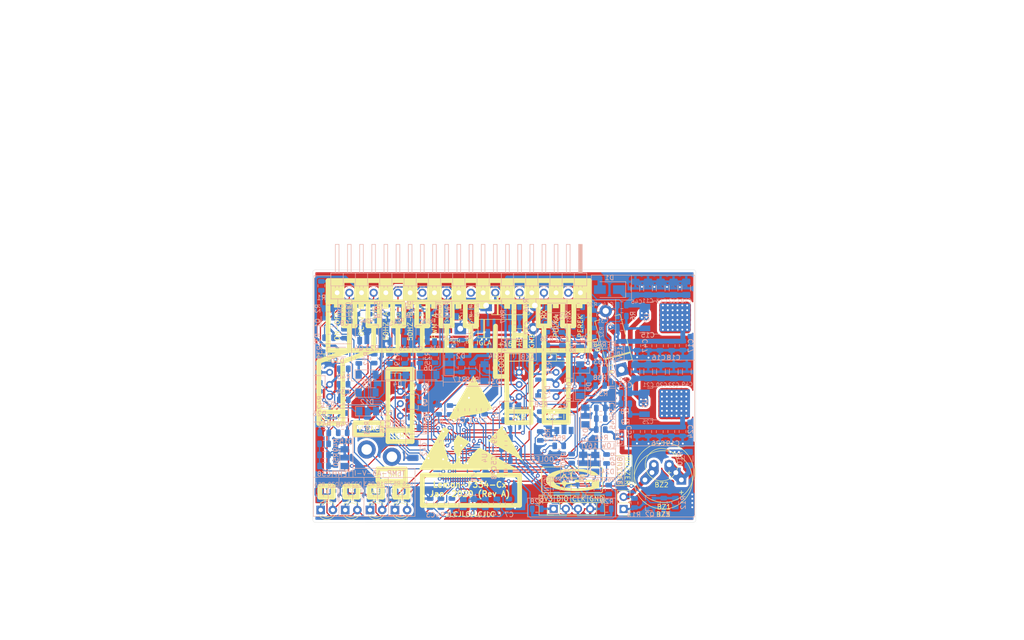
<source format=kicad_pcb>
(kicad_pcb (version 20171130) (host pcbnew "(5.1.5-0-10_14)")
  (layers (0 F.Cu signal) (31 B.Cu signal) (34 B.Paste user) (35 F.Paste user) (36 B.SilkS user) (37 F.SilkS user) (38 B.Mask user) (39 F.Mask user) (44 Edge.Cuts user))
  (net 0 "")
  (net 1 GND)
  (net 2 16V)
  (net 3 START-STOP)
  (net 4 "Net-(Q1-Pad1)")
  (net 5 CMD-START-STOP)
  (net 6 +3V3)
  (net 7 +15V)
  (net 8 "Net-(C6-Pad1)")
  (net 9 "Net-(C1-Pad2)")
  (net 10 "Net-(R5-Pad1)")
  (net 11 PF0_)
  (net 12 PF1_)
  (net 13 +12V)
  (net 14 "Net-(R6-Pad1)")
  (net 15 "Net-(R8-Pad1)")
  (net 16 "Net-(BZ1-Pad1)")
  (net 17 "Net-(BZ1-Pad2)")
  (net 18 "Net-(Q2-Pad1)")
  (net 19 "Net-(J2-Pad1)")
  (net 20 PWM1)
  (net 21 PWM2)
  (net 22 50HZ_1)
  (net 23 50HZ_2)
  (net 24 DRV_SD)
  (net 25 PWM_IN1)
  (net 26 PWM_IN2)
  (net 27 "Net-(J3-Pad2)")
  (net 28 "Net-(J3-Pad4)")
  (net 29 50HZ_A)
  (net 30 "Net-(Q3-Pad1)")
  (net 31 50HZ_B)
  (net 32 "Net-(Q4-Pad1)")
  (net 33 IGLA_CMD)
  (net 34 IGLA)
  (net 35 "Net-(Q5-Pad1)")
  (net 36 BLOCK-PEREK)
  (net 37 CURRENT-PROTECTION-POLKA)
  (net 38 OC)
  (net 39 DIO)
  (net 40 CLK)
  (net 41 BUZZER)
  (net 42 CMD-BLOCK-PEREK)
  (net 43 "Net-(Q6-Pad1)")
  (net 44 OC-I)
  (net 45 "Net-(D7-Pad1)")
  (net 46 "Net-(R33-Pad1)")
  (net 47 "Net-(R35-Pad2)")
  (net 48 ADC-OC-I)
  (net 49 OC-V)
  (net 50 ADC-OC-V)
  (net 51 "Net-(D10-Pad1)")
  (net 52 "Net-(R39-Pad2)")
  (net 53 ADC-15V)
  (net 54 ADC-AB)
  (net 55 AB)
  (net 56 BUZZER_LEVEL)
  (net 57 ADC_TEMP)
  (net 58 TEMP_B)
  (net 59 TEMP_A)
  (net 60 TEMP_LEVEL)
  (net 61 "Net-(D16-Pad1)")
  (net 62 LED_TEMP)
  (net 63 LED_AB)
  (net 64 "Net-(D18-Pad1)")
  (net 65 LED_I)
  (net 66 "Net-(D20-Pad1)")
  (net 67 "Net-(D22-Pad1)")
  (net 68 LED_V)
  (net 69 COOLER1)
  (net 70 "Net-(Q7-Pad1)")
  (net 71 COOLER1_CMD)
  (net 72 TX_IN)
  (net 73 RX_IN)
  (net 74 TX_OUT)
  (net 75 RX_OUT)
  (net 76 "Net-(H1-Pad1)")
  (net 77 "Net-(H2-Pad1)")
  (net 78 SYNC-A)
  (net 79 "Net-(Q8-Pad1)")
  (net 80 SYNC-A-IN)
  (net 81 SYNC-CMD-OUT)
  (net 82 "Net-(Q9-Pad1)")
  (net 83 SYNC-CMD)
  (net 84 "Net-(D26-Pad1)")
  (net 85 "Net-(D26-Pad2)")
  (net 86 "Net-(D27-Pad2)")
  (net 87 "Net-(D27-Pad1)")
  (net 88 PWM2_X)
  (net 89 PWM1_X)
  (module Capacitor_SMD:C_0805_2012Metric (layer B.Cu) (at 197.002 96.0905 270)
    (fp_text reference C31 (at 1.2423 -1.9812 180) (layer B.SilkS) (effects (font (size 0.8 0.8) (thickness 0.1)) (justify mirror)))
    (fp_text value 100nf)
    (pad 1 smd roundrect (at -0.9375 0 270) (size 0.975 1.4) (layers B.Cu B.Paste B.Mask) (net 1 GND))
    (pad 2 smd roundrect (at 0.9375 0 270) (size 0.975 1.4) (layers B.Cu B.Paste B.Mask) (net 42 CMD-BLOCK-PEREK))
  )
  (module gals-logo:gals-logo (layer F.Cu) (at 192.5955 130.556)
    (fp_text reference G*** hide)
    (fp_text value LOGO hide)
  )
  (module Symbol:ESD-Logo_22x20mm_SilkScreen (layer F.Cu) (at 171.45 118.5545)
    (fp_text reference REF** hide)
    (fp_text value ESD-Logo_22x20mm_SilkScreen hide)
  )
  (module Connector_PinHeader_2.54mm:PinHeader_1x21_P2.54mm_Horizontal (layer B.Cu) (at 194.31 91.44 90)
    (fp_text reference J1 hide)
    (fp_text value Conn_01x21_Male)
    (pad 1 thru_hole rect (at 0 0 90) (size 1.7 1.7) (drill 1) (layers *.Cu *.Mask) (net 36 BLOCK-PEREK))
    (pad 2 thru_hole oval (at 0 -2.54 90) (size 1.7 1.7) (drill 1) (layers *.Cu *.Mask) (net 74 TX_OUT))
    (pad 3 thru_hole oval (at 0 -5.08 90) (size 1.7 1.7) (drill 1) (layers *.Cu *.Mask) (net 37 CURRENT-PROTECTION-POLKA))
    (pad 4 thru_hole oval (at 0 -7.62 90) (size 1.7 1.7) (drill 1) (layers *.Cu *.Mask) (net 75 RX_OUT))
    (pad 5 thru_hole oval (at 0 -10.16 90) (size 1.7 1.7) (drill 1) (layers *.Cu *.Mask) (net 1 GND))
    (pad 6 thru_hole oval (at 0 -12.7 90) (size 1.7 1.7) (drill 1) (layers *.Cu *.Mask) (net 55 AB))
    (pad 7 thru_hole oval (at 0 -15.24 90) (size 1.7 1.7) (drill 1) (layers *.Cu *.Mask) (net 2 16V))
    (pad 8 thru_hole oval (at 0 -17.78 90) (size 1.7 1.7) (drill 1) (layers *.Cu *.Mask) (net 69 COOLER1))
    (pad 9 thru_hole oval (at 0 -20.32 90) (size 1.7 1.7) (drill 1) (layers *.Cu *.Mask) (net 20 PWM1))
    (pad 10 thru_hole oval (at 0 -22.86 90) (size 1.7 1.7) (drill 1) (layers *.Cu *.Mask) (net 80 SYNC-A-IN))
    (pad 11 thru_hole oval (at 0 -25.4 90) (size 1.7 1.7) (drill 1) (layers *.Cu *.Mask) (net 21 PWM2))
    (pad 12 thru_hole oval (at 0 -27.94 90) (size 1.7 1.7) (drill 1) (layers *.Cu *.Mask) (net 81 SYNC-CMD-OUT))
    (pad 13 thru_hole oval (at 0 -30.48 90) (size 1.7 1.7) (drill 1) (layers *.Cu *.Mask) (net 34 IGLA))
    (pad 14 thru_hole oval (at 0 -33.02 90) (size 1.7 1.7) (drill 1) (layers *.Cu *.Mask) (net 68 LED_V))
    (pad 15 thru_hole oval (at 0 -35.56 90) (size 1.7 1.7) (drill 1) (layers *.Cu *.Mask) (net 22 50HZ_1))
    (pad 16 thru_hole oval (at 0 -38.1 90) (size 1.7 1.7) (drill 1) (layers *.Cu *.Mask) (net 65 LED_I))
    (pad 17 thru_hole oval (at 0 -40.64 90) (size 1.7 1.7) (drill 1) (layers *.Cu *.Mask) (net 23 50HZ_2))
    (pad 18 thru_hole oval (at 0 -43.18 90) (size 1.7 1.7) (drill 1) (layers *.Cu *.Mask) (net 58 TEMP_B))
    (pad 19 thru_hole oval (at 0 -45.72 90) (size 1.7 1.7) (drill 1) (layers *.Cu *.Mask) (net 38 OC))
    (pad 20 thru_hole oval (at 0 -48.26 90) (size 1.7 1.7) (drill 1) (layers *.Cu *.Mask) (net 59 TEMP_A))
    (pad 21 thru_hole oval (at 0 -50.8 90) (size 1.7 1.7) (drill 1) (layers *.Cu *.Mask) (net 3 START-STOP))
  )
  (module Package_TO_SOT_SMD:SOT-23 (layer B.Cu) (at 141.732 97.79 270)
    (fp_text reference Q1 (at 0 2.286 90) (layer B.SilkS) (effects (justify mirror)))
    (fp_text value BC817)
    (pad 1 smd rect (at -1 0.95 270) (size 0.9 0.8) (layers B.Cu B.Paste B.Mask) (net 4 "Net-(Q1-Pad1)"))
    (pad 2 smd rect (at -1 -0.95 270) (size 0.9 0.8) (layers B.Cu B.Paste B.Mask) (net 1 GND))
    (pad 3 smd rect (at 1 0 270) (size 0.9 0.8) (layers B.Cu B.Paste B.Mask) (net 5 CMD-START-STOP))
  )
  (module Resistor_SMD:R_0805_2012Metric (layer B.Cu) (at 140.208 89.9945 90)
    (fp_text reference R1 (at -2.4615 0) (layer B.SilkS) (effects (justify mirror)))
    (fp_text value 4K7)
    (pad 1 smd roundrect (at -0.9375 0 90) (size 0.975 1.4) (layers B.Cu B.Paste B.Mask) (net 4 "Net-(Q1-Pad1)"))
    (pad 2 smd roundrect (at 0.9375 0 90) (size 0.975 1.4) (layers B.Cu B.Paste B.Mask) (net 3 START-STOP))
  )
  (module Resistor_SMD:R_0805_2012Metric (layer B.Cu) (at 141.654 94.742)
    (fp_text reference R2 (at -2.2075 0 90) (layer B.SilkS) (effects (justify mirror)))
    (fp_text value 10K)
    (pad 2 smd roundrect (at 0.9375 0) (size 0.975 1.4) (layers B.Cu B.Paste B.Mask) (net 1 GND))
    (pad 1 smd roundrect (at -0.9375 0) (size 0.975 1.4) (layers B.Cu B.Paste B.Mask) (net 4 "Net-(Q1-Pad1)"))
  )
  (module Resistor_SMD:R_0805_2012Metric (layer B.Cu) (at 141.81 100.838)
    (fp_text reference R3 (at -2.3645 0 90) (layer B.SilkS) (effects (justify mirror)))
    (fp_text value 10K)
    (pad 1 smd roundrect (at -0.9375 0) (size 0.975 1.4) (layers B.Cu B.Paste B.Mask) (net 6 +3V3))
    (pad 2 smd roundrect (at 0.9375 0) (size 0.975 1.4) (layers B.Cu B.Paste B.Mask) (net 5 CMD-START-STOP))
  )
  (module Diode_SMD:D_SMA (layer B.Cu) (at 200.374 90.7796 180)
    (fp_text reference D1 (at 0 2.5) (layer B.SilkS) (effects (justify mirror)))
    (fp_text value S210)
    (pad 1 smd rect (at -2 0 180) (size 2.5 1.8) (layers B.Cu B.Paste B.Mask) (net 7 +15V))
    (pad 2 smd rect (at 2 0 180) (size 2.5 1.8) (layers B.Cu B.Paste B.Mask) (net 2 16V))
  )
  (module Inductor_SMD:L_0805_2012Metric (layer B.Cu) (at 167.056 115.949 270)
    (fp_text reference L1 (at 2.3345 -0.127) (layer B.SilkS) (effects (justify mirror)))
    (fp_text value bead)
    (pad 1 smd roundrect (at -0.9375 0 270) (size 0.975 1.4) (layers B.Cu B.Paste B.Mask) (net 8 "Net-(C6-Pad1)"))
    (pad 2 smd roundrect (at 0.9375 0 270) (size 0.975 1.4) (layers B.Cu B.Paste B.Mask) (net 6 +3V3))
  )
  (module Resistor_SMD:R_0805_2012Metric (layer B.Cu) (at 165.176 135.41 270)
    (fp_text reference R4 (at 2.4615 0.127) (layer B.SilkS) (effects (justify mirror)))
    (fp_text value 10K)
    (pad 1 smd roundrect (at -0.9375 0 270) (size 0.975 1.4) (layers B.Cu B.Paste B.Mask) (net 6 +3V3))
    (pad 2 smd roundrect (at 0.9375 0 270) (size 0.975 1.4) (layers B.Cu B.Paste B.Mask) (net 9 "Net-(C1-Pad2)"))
  )
  (module Resistor_SMD:R_0805_2012Metric (layer B.Cu) (at 164.706 115.915 90)
    (fp_text reference R5 (at -2.4615 0.0635) (layer B.SilkS) (effects (justify mirror)))
    (fp_text value 100K)
    (pad 2 smd roundrect (at 0.9375 0 90) (size 0.975 1.4) (layers B.Cu B.Paste B.Mask) (net 1 GND))
    (pad 1 smd roundrect (at -0.9375 0 90) (size 0.975 1.4) (layers B.Cu B.Paste B.Mask) (net 10 "Net-(R5-Pad1)"))
  )
  (module Capacitor_SMD:C_0805_2012Metric (layer B.Cu) (at 171.882 115.9 270)
    (fp_text reference C1 (at 2.286 0 180) (layer B.SilkS) (effects (justify mirror)))
    (fp_text value 100nf)
    (pad 2 smd roundrect (at 0.9375 0 270) (size 0.975 1.4) (layers B.Cu B.Paste B.Mask) (net 9 "Net-(C1-Pad2)"))
    (pad 1 smd roundrect (at -0.9375 0 270) (size 0.975 1.4) (layers B.Cu B.Paste B.Mask) (net 1 GND))
  )
  (module Capacitor_SMD:C_0805_2012Metric (layer B.Cu) (at 178.755 124.092 180)
    (fp_text reference C2 (at 2.4915 0 270) (layer B.SilkS) (effects (justify mirror)))
    (fp_text value 10uf)
    (pad 2 smd roundrect (at 0.9375 0 180) (size 0.975 1.4) (layers B.Cu B.Paste B.Mask) (net 6 +3V3))
    (pad 1 smd roundrect (at -0.9375 0 180) (size 0.975 1.4) (layers B.Cu B.Paste B.Mask) (net 1 GND))
  )
  (module Capacitor_SMD:C_0805_2012Metric (layer B.Cu) (at 162.925 135.401 270)
    (fp_text reference C3 (at 2.470199 -0.091799) (layer B.SilkS) (effects (justify mirror)))
    (fp_text value 100nf)
    (pad 1 smd roundrect (at -0.9375 0 270) (size 0.975 1.4) (layers B.Cu B.Paste B.Mask) (net 1 GND))
    (pad 2 smd roundrect (at 0.9375 0 270) (size 0.975 1.4) (layers B.Cu B.Paste B.Mask) (net 6 +3V3))
  )
  (module Capacitor_SMD:C_0805_2012Metric (layer B.Cu) (at 176.86 135.458 90)
    (fp_text reference C4 (at -2.286 0 180) (layer B.SilkS) (effects (justify mirror)))
    (fp_text value 10uf)
    (pad 1 smd roundrect (at -0.9375 0 90) (size 0.975 1.4) (layers B.Cu B.Paste B.Mask) (net 1 GND))
    (pad 2 smd roundrect (at 0.9375 0 90) (size 0.975 1.4) (layers B.Cu B.Paste B.Mask) (net 6 +3V3))
  )
  (module Capacitor_SMD:C_0805_2012Metric (layer B.Cu) (at 178.725 126.505 180)
    (fp_text reference C5 (at 2.4615 0 270) (layer B.SilkS) (effects (justify mirror)))
    (fp_text value 100nf)
    (pad 2 smd roundrect (at 0.9375 0 180) (size 0.975 1.4) (layers B.Cu B.Paste B.Mask) (net 6 +3V3))
    (pad 1 smd roundrect (at -0.9375 0 180) (size 0.975 1.4) (layers B.Cu B.Paste B.Mask) (net 1 GND))
  )
  (module Capacitor_SMD:C_0805_2012Metric (layer B.Cu) (at 169.469 115.9 270)
    (fp_text reference C6 (at 2.286 0.127 180) (layer B.SilkS) (effects (justify mirror)))
    (fp_text value 10uf)
    (pad 2 smd roundrect (at 0.9375 0 270) (size 0.975 1.4) (layers B.Cu B.Paste B.Mask) (net 1 GND))
    (pad 1 smd roundrect (at -0.9375 0 270) (size 0.975 1.4) (layers B.Cu B.Paste B.Mask) (net 8 "Net-(C6-Pad1)"))
  )
  (module Capacitor_SMD:C_0805_2012Metric (layer B.Cu) (at 179.343 135.492 270)
    (fp_text reference C7 (at 2.319799 -0.069801 180) (layer B.SilkS) (effects (justify mirror)))
    (fp_text value 100nf)
    (pad 1 smd roundrect (at -0.9375 0 270) (size 0.975 1.4) (layers B.Cu B.Paste B.Mask) (net 8 "Net-(C6-Pad1)"))
    (pad 2 smd roundrect (at 0.9375 0 270) (size 0.975 1.4) (layers B.Cu B.Paste B.Mask) (net 1 GND))
  )
  (module Capacitor_SMD:C_0805_2012Metric (layer B.Cu) (at 145.034 99.9975 270)
    (fp_text reference C8 (at -2.2075 0) (layer B.SilkS) (effects (justify mirror)))
    (fp_text value 100nf)
    (pad 1 smd roundrect (at -0.9375 0 270) (size 0.975 1.4) (layers B.Cu B.Paste B.Mask) (net 1 GND))
    (pad 2 smd roundrect (at 0.9375 0 270) (size 0.975 1.4) (layers B.Cu B.Paste B.Mask) (net 5 CMD-START-STOP))
  )
  (module Capacitor_SMD:C_0805_2012Metric (layer B.Cu) (at 167.462 135.38 90)
    (fp_text reference C9 (at -2.4915 0) (layer B.SilkS) (effects (justify mirror)))
    (fp_text value 12pf)
    (pad 1 smd roundrect (at -0.9375 0 90) (size 0.975 1.4) (layers B.Cu B.Paste B.Mask) (net 1 GND))
    (pad 2 smd roundrect (at 0.9375 0 90) (size 0.975 1.4) (layers B.Cu B.Paste B.Mask) (net 11 PF0_))
  )
  (module Capacitor_SMD:C_0805_2012Metric (layer B.Cu) (at 174.447 135.458 270)
    (fp_text reference C10 (at 2.413 0.254) (layer B.SilkS) (effects (justify mirror)))
    (fp_text value 12pf)
    (pad 2 smd roundrect (at 0.9375 0 270) (size 0.975 1.4) (layers B.Cu B.Paste B.Mask) (net 12 PF1_))
    (pad 1 smd roundrect (at -0.9375 0 270) (size 0.975 1.4) (layers B.Cu B.Paste B.Mask) (net 1 GND))
  )
  (module Crystal:Crystal_SMD_3225-4Pin_3.2x2.5mm (layer B.Cu) (at 170.942 135.433)
    (fp_text reference Y1 (at 0 2.45) (layer B.SilkS) (effects (justify mirror)))
    (fp_text value Crystal_GND24)
    (pad 1 smd rect (at -1.1 -0.85) (size 1.4 1.2) (layers B.Cu B.Paste B.Mask) (net 11 PF0_))
    (pad 2 smd rect (at 1.1 -0.85) (size 1.4 1.2) (layers B.Cu B.Paste B.Mask) (net 1 GND))
    (pad 3 smd rect (at 1.1 0.85) (size 1.4 1.2) (layers B.Cu B.Paste B.Mask) (net 12 PF1_))
    (pad 4 smd rect (at -1.1 0.85) (size 1.4 1.2) (layers B.Cu B.Paste B.Mask) (net 1 GND))
  )
  (module Capacitor_SMD:C_0805_2012Metric (layer B.Cu) (at 202.969 94.0308)
    (fp_text reference C14 (at -2.8806 -0.1778) (layer B.SilkS) (effects (font (size 0.8 0.8) (thickness 0.1)) (justify mirror)))
    (fp_text value 100nf)
    (pad 1 smd roundrect (at -0.9375 0) (size 0.975 1.4) (layers B.Cu B.Paste B.Mask) (net 1 GND))
    (pad 2 smd roundrect (at 0.9375 0) (size 0.975 1.4) (layers B.Cu B.Paste B.Mask) (net 7 +15V))
  )
  (module Capacitor_SMD:C_0805_2012Metric (layer B.Cu) (at 208.534 102.538 90)
    (fp_text reference C15 (at 2.2583 -0.1524 180) (layer B.SilkS) (effects (justify mirror)))
    (fp_text value 100nf)
    (pad 1 smd roundrect (at -0.9375 0 90) (size 0.975 1.4) (layers B.Cu B.Paste B.Mask) (net 1 GND))
    (pad 2 smd roundrect (at 0.9375 0 90) (size 0.975 1.4) (layers B.Cu B.Paste B.Mask) (net 13 +12V))
  )
  (module Capacitor_SMD:C_0805_2012Metric (layer B.Cu) (at 210.922 102.538 90)
    (fp_text reference C16 (at -2.4661 -0.254 180) (layer B.SilkS) (effects (justify mirror)))
    (fp_text value 10uf)
    (pad 2 smd roundrect (at 0.9375 0 90) (size 0.975 1.4) (layers B.Cu B.Paste B.Mask) (net 13 +12V))
    (pad 1 smd roundrect (at -0.9375 0 90) (size 0.975 1.4) (layers B.Cu B.Paste B.Mask) (net 1 GND))
  )
  (module Capacitor_SMD:C_0805_2012Metric (layer B.Cu) (at 215.697 102.487 90)
    (fp_text reference C17 (at 0 1.65 90) (layer B.SilkS) (effects (justify mirror)))
    (fp_text value 10uf)
    (pad 1 smd roundrect (at -0.9375 0 90) (size 0.975 1.4) (layers B.Cu B.Paste B.Mask) (net 1 GND))
    (pad 2 smd roundrect (at 0.9375 0 90) (size 0.975 1.4) (layers B.Cu B.Paste B.Mask) (net 13 +12V))
  )
  (module Capacitor_SMD:C_0805_2012Metric (layer B.Cu) (at 213.36 102.538 90)
    (fp_text reference C18 (at -2.4661 0.4064 180) (layer B.SilkS) (effects (justify mirror)))
    (fp_text value 10uf)
    (pad 2 smd roundrect (at 0.9375 0 90) (size 0.975 1.4) (layers B.Cu B.Paste B.Mask) (net 13 +12V))
    (pad 1 smd roundrect (at -0.9375 0 90) (size 0.975 1.4) (layers B.Cu B.Paste B.Mask) (net 1 GND))
  )
  (module Resistor_SMD:R_0805_2012Metric (layer B.Cu) (at 202.974 96.3168 180)
    (fp_text reference R6 (at -2.3091 0.0508 90) (layer B.SilkS) (effects (justify mirror)))
    (fp_text value 20K)
    (pad 1 smd roundrect (at -0.9375 0 180) (size 0.975 1.4) (layers B.Cu B.Paste B.Mask) (net 14 "Net-(R6-Pad1)"))
    (pad 2 smd roundrect (at 0.9375 0 180) (size 0.975 1.4) (layers B.Cu B.Paste B.Mask) (net 1 GND))
  )
  (module Resistor_SMD:R_0805_2012Metric (layer B.Cu) (at 202.946 98.6028)
    (fp_text reference R7 (at -2.286 0 90) (layer B.SilkS) (effects (justify mirror)))
    (fp_text value 10K)
    (pad 2 smd roundrect (at 0.9375 0) (size 0.975 1.4) (layers B.Cu B.Paste B.Mask) (net 14 "Net-(R6-Pad1)"))
    (pad 1 smd roundrect (at -0.9375 0) (size 0.975 1.4) (layers B.Cu B.Paste B.Mask) (net 13 +12V))
  )
  (module Package_TO_SOT_SMD:TO-252-2 (layer B.Cu) (at 211.988 96.6216)
    (fp_text reference U2 (at -3.81 0 90) (layer B.SilkS) (effects (justify mirror)))
    (fp_text value LM317_3PinPackage)
    (pad 1 smd rect (at -4.2 2.28) (size 2.2 1.2) (layers B.Cu B.Paste B.Mask) (net 14 "Net-(R6-Pad1)"))
    (pad 3 smd rect (at -4.2 -2.28) (size 2.2 1.2) (layers B.Cu B.Paste B.Mask) (net 7 +15V))
    (pad 2 smd rect (at 2.1 0) (size 6.4 5.8) (layers B.Cu B.Mask) (net 13 +12V))
  )
  (module Resistor_SMD:R_0805_2012Metric (layer B.Cu) (at 203.693 114.618 180)
    (fp_text reference R8 (at 0.0485 -1.651) (layer B.SilkS) (effects (justify mirror)))
    (fp_text value 5K6)
    (pad 2 smd roundrect (at 0.9375 0 180) (size 0.975 1.4) (layers B.Cu B.Paste B.Mask) (net 1 GND))
    (pad 1 smd roundrect (at -0.9375 0 180) (size 0.975 1.4) (layers B.Cu B.Paste B.Mask) (net 15 "Net-(R8-Pad1)"))
  )
  (module Resistor_SMD:R_0805_2012Metric (layer B.Cu) (at 203.723 116.84)
    (fp_text reference R9 (at 0 1.65) (layer B.SilkS) (effects (justify mirror)))
    (fp_text value 3K3)
    (pad 1 smd roundrect (at -0.9375 0) (size 0.975 1.4) (layers B.Cu B.Paste B.Mask) (net 6 +3V3))
    (pad 2 smd roundrect (at 0.9375 0) (size 0.975 1.4) (layers B.Cu B.Paste B.Mask) (net 15 "Net-(R8-Pad1)"))
  )
  (module Package_TO_SOT_SMD:TO-252-2 (layer B.Cu) (at 211.895 114.554)
    (fp_text reference U3 (at -4.123 0 90) (layer B.SilkS) (effects (justify mirror)))
    (fp_text value LM317_3PinPackage)
    (pad 1 smd rect (at -4.2 2.28) (size 2.2 1.2) (layers B.Cu B.Paste B.Mask) (net 15 "Net-(R8-Pad1)"))
    (pad 3 smd rect (at -4.2 -2.28) (size 2.2 1.2) (layers B.Cu B.Paste B.Mask) (net 7 +15V))
    (pad 2 smd rect (at 2.1 0) (size 6.4 5.8) (layers B.Cu B.Mask) (net 6 +3V3))
  )
  (module Capacitor_SMD:C_0805_2012Metric (layer B.Cu) (at 203.693 112.395)
    (fp_text reference C23 (at 0 -1.651) (layer B.SilkS) (effects (justify mirror)))
    (fp_text value 100nf)
    (pad 1 smd roundrect (at -0.9375 0) (size 0.975 1.4) (layers B.Cu B.Paste B.Mask) (net 1 GND))
    (pad 2 smd roundrect (at 0.9375 0) (size 0.975 1.4) (layers B.Cu B.Paste B.Mask) (net 7 +15V))
  )
  (module Capacitor_SMD:C_0805_2012Metric (layer B.Cu) (at 215.646 120.444 90)
    (fp_text reference C24 (at 0 1.65 90) (layer B.SilkS) (effects (justify mirror)))
    (fp_text value 100nf)
    (pad 2 smd roundrect (at 0.9375 0 90) (size 0.975 1.4) (layers B.Cu B.Paste B.Mask) (net 6 +3V3))
    (pad 1 smd roundrect (at -0.9375 0 90) (size 0.975 1.4) (layers B.Cu B.Paste B.Mask) (net 1 GND))
  )
  (module Capacitor_SMD:C_0805_2012Metric (layer B.Cu) (at 213.296 120.444 90)
    (fp_text reference C19 (at -2.4915 0.3175 180) (layer B.SilkS) (effects (justify mirror)))
    (fp_text value 10uf)
    (pad 1 smd roundrect (at -0.9375 0 90) (size 0.975 1.4) (layers B.Cu B.Paste B.Mask) (net 1 GND))
    (pad 2 smd roundrect (at 0.9375 0 90) (size 0.975 1.4) (layers B.Cu B.Paste B.Mask) (net 6 +3V3))
  )
  (module Capacitor_SMD:C_0805_2012Metric (layer B.Cu) (at 208.47 120.46 90)
    (fp_text reference C25 (at 2.032 -0.0635 180) (layer B.SilkS) (effects (font (size 0.8 0.8) (thickness 0.1)) (justify mirror)))
    (fp_text value 10uf)
    (pad 2 smd roundrect (at 0.9375 0 90) (size 0.975 1.4) (layers B.Cu B.Paste B.Mask) (net 6 +3V3))
    (pad 1 smd roundrect (at -0.9375 0 90) (size 0.975 1.4) (layers B.Cu B.Paste B.Mask) (net 1 GND))
  )
  (module Capacitor_SMD:C_0805_2012Metric (layer B.Cu) (at 210.884 120.474 90)
    (fp_text reference C26 (at -2.4615 -0.3175 180) (layer B.SilkS) (effects (justify mirror)))
    (fp_text value 10uf)
    (pad 1 smd roundrect (at -0.9375 0 90) (size 0.975 1.4) (layers B.Cu B.Paste B.Mask) (net 1 GND))
    (pad 2 smd roundrect (at 0.9375 0 90) (size 0.975 1.4) (layers B.Cu B.Paste B.Mask) (net 6 +3V3))
  )
  (module Buzzer_Beeper:Buzzer_TDK_PS1240P02BT_D12.2mm_H6.5mm (layer F.Cu) (at 214.249 129.032 180)
    (fp_text reference BZ1 (at 2.5 -7.17) (layer F.SilkS))
    (fp_text value Buzzer)
    (pad 1 thru_hole rect (at 0 0 180) (size 2 2) (drill 1) (layers *.Cu *.Mask) (net 16 "Net-(BZ1-Pad1)"))
    (pad 2 thru_hole circle (at 5 0 180) (size 2 2) (drill 1) (layers *.Cu *.Mask) (net 17 "Net-(BZ1-Pad2)"))
  )
  (module Buzzer_Beeper:MagneticBuzzer_Kingstate_KCG0601 (layer F.Cu) (at 212.852 127.381 180)
    (fp_text reference BZ2 (at 1.6 -4.2) (layer F.SilkS))
    (fp_text value Buzzer)
    (fp_text user + (at 0 -1.6) (layer F.SilkS))
    (pad 1 thru_hole rect (at 0 0 180) (size 1.6 1.6) (drill 1) (layers *.Cu *.Mask) (net 16 "Net-(BZ1-Pad1)"))
    (pad 2 thru_hole circle (at 3.2 0 180) (size 1.6 1.6) (drill 1) (layers *.Cu *.Mask) (net 17 "Net-(BZ1-Pad2)"))
  )
  (module Buzzer_Beeper:Buzzer_12x9.5RM7.6 (layer F.Cu) (at 215.392 130.556 180)
    (fp_text reference BZ3 (at 3.8 -7.2) (layer F.SilkS))
    (fp_text value Buzzer)
    (fp_text user + (at -0.01 -2.54) (layer F.SilkS))
    (pad 1 thru_hole rect (at 0 0 180) (size 2 2) (drill 1) (layers *.Cu *.Mask) (net 16 "Net-(BZ1-Pad1)"))
    (pad 2 thru_hole circle (at 7.6 0 180) (size 2 2) (drill 1) (layers *.Cu *.Mask) (net 17 "Net-(BZ1-Pad2)"))
  )
  (module Package_TO_SOT_SMD:SOT-23 (layer B.Cu) (at 208.661 135.382 180)
    (fp_text reference Q2 (at -0.127 -2.413) (layer B.SilkS) (effects (justify mirror)))
    (fp_text value BC817)
    (pad 1 smd rect (at -1 0.95 180) (size 0.9 0.8) (layers B.Cu B.Paste B.Mask) (net 18 "Net-(Q2-Pad1)"))
    (pad 2 smd rect (at -1 -0.95 180) (size 0.9 0.8) (layers B.Cu B.Paste B.Mask) (net 1 GND))
    (pad 3 smd rect (at 1 0 180) (size 0.9 0.8) (layers B.Cu B.Paste B.Mask) (net 19 "Net-(J2-Pad1)"))
  )
  (module Resistor_SMD:R_1206_3216Metric (layer B.Cu) (at 216.916 126.114 270)
    (fp_text reference R10 (at 0 1.82 90) (layer B.SilkS) (effects (justify mirror)))
    (fp_text value 100)
    (pad 1 smd roundrect (at -1.4 0 270) (size 1.25 1.75) (layers B.Cu B.Paste B.Mask) (roundrect_rratio 0.2) (net 13 +12V))
    (pad 2 smd roundrect (at 1.4 0 270) (size 1.25 1.75) (layers B.Cu B.Paste B.Mask) (roundrect_rratio 0.2) (net 16 "Net-(BZ1-Pad1)"))
  )
  (module Resistor_SMD:R_0805_2012Metric (layer B.Cu) (at 211.709 135.304 270)
    (fp_text reference R11 (at 2.4915 0 180) (layer B.SilkS) (effects (justify mirror)))
    (fp_text value 10K)
    (pad 2 smd roundrect (at 0.9375 0 270) (size 0.975 1.4) (layers B.Cu B.Paste B.Mask) (net 1 GND))
    (pad 1 smd roundrect (at -0.9375 0 270) (size 0.975 1.4) (layers B.Cu B.Paste B.Mask) (net 18 "Net-(Q2-Pad1)"))
  )
  (module Resistor_SMD:R_0805_2012Metric (layer B.Cu) (at 214.122 135.304 90)
    (fp_text reference R12 (at 0 1.65 90) (layer B.SilkS) (effects (justify mirror)))
    (fp_text value 1K)
    (pad 1 smd roundrect (at -0.9375 0 90) (size 0.975 1.4) (layers B.Cu B.Paste B.Mask) (net 41 BUZZER))
    (pad 2 smd roundrect (at 0.9375 0 90) (size 0.975 1.4) (layers B.Cu B.Paste B.Mask) (net 18 "Net-(Q2-Pad1)"))
  )
  (module Connector_PinHeader_2.54mm:PinHeader_1x02_P2.54mm_Vertical (layer F.Cu) (at 203.327 136.652 180)
    (fp_text reference J2 hide)
    (fp_text value Conn_01x21_Male)
    (pad 1 thru_hole rect (at 0 0 180) (size 1.7 1.7) (drill 1) (layers *.Cu *.Mask) (net 19 "Net-(J2-Pad1)"))
    (pad 2 thru_hole oval (at 0 2.54 180) (size 1.7 1.7) (drill 1) (layers *.Cu *.Mask) (net 17 "Net-(BZ1-Pad2)"))
  )
  (module Resistor_SMD:R_0805_2012Metric (layer B.Cu) (at 205.613 135.382 90)
    (fp_text reference R13 (at -2.413 -0.127 180) (layer B.SilkS) (effects (justify mirror)))
    (fp_text value 0)
    (pad 1 smd roundrect (at -0.9375 0 90) (size 0.975 1.4) (layers B.Cu B.Paste B.Mask) (net 19 "Net-(J2-Pad1)"))
    (pad 2 smd roundrect (at 0.9375 0 90) (size 0.975 1.4) (layers B.Cu B.Paste B.Mask) (net 17 "Net-(BZ1-Pad2)"))
  )
  (module Capacitor_SMD:C_0805_2012Metric (layer B.Cu) (at 178.725 128.918 180)
    (fp_text reference C28 (at 2.4615 -0.127 270) (layer B.SilkS) (effects (justify mirror)))
    (fp_text value 10uf)
    (pad 2 smd roundrect (at 0.9375 0 180) (size 0.975 1.4) (layers B.Cu B.Paste B.Mask) (net 1 GND))
    (pad 1 smd roundrect (at -0.9375 0 180) (size 0.975 1.4) (layers B.Cu B.Paste B.Mask) (net 6 +3V3))
  )
  (module Capacitor_SMD:C_0805_2012Metric (layer B.Cu) (at 169.469 102.284 90)
    (fp_text reference C29 (at 0.127 -1.651 270) (layer B.SilkS) (effects (font (size 0.8 0.8) (thickness 0.1)) (justify mirror)))
    (fp_text value 10uf)
    (pad 2 smd roundrect (at 0.9375 0 90) (size 0.975 1.4) (layers B.Cu B.Paste B.Mask) (net 13 +12V))
    (pad 1 smd roundrect (at -0.9375 0 90) (size 0.975 1.4) (layers B.Cu B.Paste B.Mask) (net 1 GND))
  )
  (module Capacitor_SMD:C_0805_2012Metric (layer B.Cu) (at 166.497 98.552 270)
    (fp_text reference C30 (at 2.3495 -0.1905 180) (layer B.SilkS) (effects (font (size 0.8 0.8) (thickness 0.1)) (justify mirror)))
    (fp_text value 220nf)
    (pad 1 smd roundrect (at -0.9375 0 270) (size 0.975 1.4) (layers B.Cu B.Paste B.Mask) (net 1 GND))
    (pad 2 smd roundrect (at 0.9375 0 270) (size 0.975 1.4) (layers B.Cu B.Paste B.Mask) (net 13 +12V))
  )
  (module Package_SO:SOP-8_3.9x4.9mm_P1.27mm (layer B.Cu) (at 174.364 100.288 90)
    (fp_text reference J3 (at -0.042001 -3.370999 270) (layer B.SilkS) (effects (justify mirror)))
    (fp_text value UCC27424DR)
    (pad 1 smd roundrect (at -2.625 1.905 90) (size 1.65 0.6) (layers B.Cu B.Paste B.Mask) (net 24 DRV_SD))
    (pad 2 smd roundrect (at -2.625 0.635 90) (size 1.65 0.6) (layers B.Cu B.Paste B.Mask) (net 27 "Net-(J3-Pad2)"))
    (pad 3 smd roundrect (at -2.625 -0.635 90) (size 1.65 0.6) (layers B.Cu B.Paste B.Mask) (net 1 GND))
    (pad 4 smd roundrect (at -2.625 -1.905 90) (size 1.65 0.6) (layers B.Cu B.Paste B.Mask) (net 28 "Net-(J3-Pad4)"))
    (pad 5 smd roundrect (at 2.625 -1.905 90) (size 1.65 0.6) (layers B.Cu B.Paste B.Mask) (net 88 PWM2_X))
    (pad 6 smd roundrect (at 2.625 -0.635 90) (size 1.65 0.6) (layers B.Cu B.Paste B.Mask) (net 13 +12V))
    (pad 7 smd roundrect (at 2.625 0.635 90) (size 1.65 0.6) (layers B.Cu B.Paste B.Mask) (net 89 PWM1_X))
    (pad 8 smd roundrect (at 2.625 1.905 90) (size 1.65 0.6) (layers B.Cu B.Paste B.Mask) (net 24 DRV_SD))
  )
  (module Resistor_SMD:R_0805_2012Metric (layer B.Cu) (at 176.733 107.16 90)
    (fp_text reference R14 (at 2.4615 -0.254) (layer B.SilkS) (effects (justify mirror)))
    (fp_text value 4K7)
    (pad 1 smd roundrect (at -0.9375 0 90) (size 0.975 1.4) (layers B.Cu B.Paste B.Mask) (net 1 GND))
    (pad 2 smd roundrect (at 0.9375 0 90) (size 0.975 1.4) (layers B.Cu B.Paste B.Mask) (net 24 DRV_SD))
  )
  (module Resistor_SMD:R_0805_2012Metric (layer B.Cu) (at 169.433 96.393 180)
    (fp_text reference R15 (at -2.779 0.381) (layer B.SilkS) (effects (font (size 0.8 0.8) (thickness 0.1)) (justify mirror)))
    (fp_text value 2)
    (pad 2 smd roundrect (at 0.9375 0 180) (size 0.975 1.4) (layers B.Cu B.Paste B.Mask) (net 21 PWM2))
    (pad 1 smd roundrect (at -0.9375 0 180) (size 0.975 1.4) (layers B.Cu B.Paste B.Mask) (net 88 PWM2_X))
  )
  (module Resistor_SMD:R_0805_2012Metric (layer B.Cu) (at 169.418 94.2975)
    (fp_text reference R16 (at 2.7305 -0.0635) (layer B.SilkS) (effects (font (size 0.8 0.8) (thickness 0.1)) (justify mirror)))
    (fp_text value 2)
    (pad 1 smd roundrect (at -0.9375 0) (size 0.975 1.4) (layers B.Cu B.Paste B.Mask) (net 20 PWM1))
    (pad 2 smd roundrect (at 0.9375 0) (size 0.975 1.4) (layers B.Cu B.Paste B.Mask) (net 89 PWM1_X))
  )
  (module Diode_SMD:D_MiniMELF (layer B.Cu) (at 166.929 106.2 90)
    (fp_text reference D2 (at 1.552 2.3876) (layer B.SilkS) (effects (justify mirror)))
    (fp_text value D_Zener_Small_ALT)
    (pad 1 smd rect (at -1.75 0 90) (size 1.3 1.7) (layers B.Cu B.Paste B.Mask) (net 26 PWM_IN2))
    (pad 2 smd rect (at 1.75 0 90) (size 1.3 1.7) (layers B.Cu B.Paste B.Mask) (net 1 GND))
  )
  (module Diode_SMD:D_MiniMELF (layer B.Cu) (at 174.295 108.125 90)
    (fp_text reference D3 (at -1.9076 2.3368) (layer B.SilkS) (effects (justify mirror)))
    (fp_text value D_Zener_Small_ALT)
    (pad 2 smd rect (at 1.75 0 90) (size 1.3 1.7) (layers B.Cu B.Paste B.Mask) (net 1 GND))
    (pad 1 smd rect (at -1.75 0 90) (size 1.3 1.7) (layers B.Cu B.Paste B.Mask) (net 25 PWM_IN1))
  )
  (module Resistor_SMD:R_0805_2012Metric (layer B.Cu) (at 169.469 107.11 270)
    (fp_text reference R17 (at 2.428 0.4318 180) (layer B.SilkS) (effects (justify mirror)))
    (fp_text value 1K)
    (pad 1 smd roundrect (at -0.9375 0 270) (size 0.975 1.4) (layers B.Cu B.Paste B.Mask) (net 28 "Net-(J3-Pad4)"))
    (pad 2 smd roundrect (at 0.9375 0 270) (size 0.975 1.4) (layers B.Cu B.Paste B.Mask) (net 26 PWM_IN2))
  )
  (module Resistor_SMD:R_0805_2012Metric (layer B.Cu) (at 171.755 107.14 270)
    (fp_text reference R18 (at 2.4615 0 180) (layer B.SilkS) (effects (justify mirror)))
    (fp_text value 1K)
    (pad 2 smd roundrect (at 0.9375 0 270) (size 0.975 1.4) (layers B.Cu B.Paste B.Mask) (net 25 PWM_IN1))
    (pad 1 smd roundrect (at -0.9375 0 270) (size 0.975 1.4) (layers B.Cu B.Paste B.Mask) (net 27 "Net-(J3-Pad2)"))
  )
  (module Diode_SMD:D_MiniMELF (layer B.Cu) (at 156.086 108.56)
    (fp_text reference D4 (at 0.0228 1.9304 180) (layer B.SilkS) (effects (justify mirror)))
    (fp_text value D_Zener_Small_ALT)
    (pad 1 smd rect (at -1.75 0) (size 1.3 1.7) (layers B.Cu B.Paste B.Mask) (net 29 50HZ_A))
    (pad 2 smd rect (at 1.75 0) (size 1.3 1.7) (layers B.Cu B.Paste B.Mask) (net 1 GND))
  )
  (module Package_TO_SOT_SMD:SOT-89-3 (layer B.Cu) (at 156.007 100.063 90)
    (fp_text reference Q3 (at -3.0607 -1.6383 180) (layer B.SilkS) (effects (font (size 0.8 0.8) (thickness 0.1)) (justify mirror)))
    (fp_text value BCX56)
    (pad 2 smd trapezoid (at 2.667 0 180) (size 1.6 0.85) (rect_delta 0 -0.6) (layers B.Cu B.Paste B.Mask) (net 22 50HZ_1))
    (pad 1 smd rect (at -1.48 1.5 180) (size 1 1.5) (layers B.Cu B.Paste B.Mask) (net 30 "Net-(Q3-Pad1)"))
    (pad 2 smd rect (at -1.3335 0 180) (size 1 1.8) (layers B.Cu B.Paste B.Mask) (net 22 50HZ_1))
    (pad 3 smd rect (at -1.48 -1.5 180) (size 1 1.5) (layers B.Cu B.Paste B.Mask) (net 1 GND))
    (pad 2 smd rect (at 1.3335 0 180) (size 2.2 1.84) (layers B.Cu B.Paste B.Mask) (net 22 50HZ_1))
    (pad 2 smd trapezoid (at -0.0762 0) (size 1.5 1) (rect_delta 0 -0.7) (layers B.Cu B.Paste B.Mask) (net 22 50HZ_1))
  )
  (module Resistor_SMD:R_0805_2012Metric (layer B.Cu) (at 154.432 105.23 270)
    (fp_text reference R19 (at 0.0785 -1.5748 270) (layer B.SilkS) (effects (justify mirror)))
    (fp_text value 1K)
    (pad 2 smd roundrect (at 0.9375 0 270) (size 0.975 1.4) (layers B.Cu B.Paste B.Mask) (net 29 50HZ_A))
    (pad 1 smd roundrect (at -0.9375 0 270) (size 0.975 1.4) (layers B.Cu B.Paste B.Mask) (net 30 "Net-(Q3-Pad1)"))
  )
  (module Resistor_SMD:R_0805_2012Metric (layer B.Cu) (at 157.632 105.281 270)
    (fp_text reference R20 (at -2.1567 0.0889) (layer B.SilkS) (effects (font (size 0.8 0.8) (thickness 0.1)) (justify mirror)))
    (fp_text value 10K)
    (pad 1 smd roundrect (at -0.9375 0 270) (size 0.975 1.4) (layers B.Cu B.Paste B.Mask) (net 30 "Net-(Q3-Pad1)"))
    (pad 2 smd roundrect (at 0.9375 0 270) (size 0.975 1.4) (layers B.Cu B.Paste B.Mask) (net 6 +3V3))
  )
  (module Resistor_SMD:R_0805_2012Metric (layer B.Cu) (at 156.654 94.9683 90)
    (fp_text reference R21 (at -2.271 -0.1905) (layer B.SilkS) (effects (font (size 0.8 0.8) (thickness 0.1)) (justify mirror)))
    (fp_text value 2K2)
    (pad 1 smd roundrect (at -0.9375 0 90) (size 0.975 1.4) (layers B.Cu B.Paste B.Mask) (net 22 50HZ_1))
    (pad 2 smd roundrect (at 0.9375 0 90) (size 0.975 1.4) (layers B.Cu B.Paste B.Mask) (net 13 +12V))
  )
  (module Diode_SMD:D_MiniMELF (layer B.Cu) (at 149.758 108.56)
    (fp_text reference D5 (at -0.0508 2.032 180) (layer B.SilkS) (effects (justify mirror)))
    (fp_text value D_Zener_Small_ALT)
    (pad 1 smd rect (at -1.75 0) (size 1.3 1.7) (layers B.Cu B.Paste B.Mask) (net 31 50HZ_B))
    (pad 2 smd rect (at 1.75 0) (size 1.3 1.7) (layers B.Cu B.Paste B.Mask) (net 1 GND))
  )
  (module Package_TO_SOT_SMD:SOT-89-3 (layer B.Cu) (at 149.708 99.9363 90)
    (fp_text reference Q4 (at -3.0607 -1.6891 180) (layer B.SilkS) (effects (justify mirror)))
    (fp_text value BCX56)
    (pad 2 smd trapezoid (at 2.667 0 180) (size 1.6 0.85) (rect_delta 0 -0.6) (layers B.Cu B.Paste B.Mask) (net 23 50HZ_2))
    (pad 1 smd rect (at -1.48 1.5 180) (size 1 1.5) (layers B.Cu B.Paste B.Mask) (net 32 "Net-(Q4-Pad1)"))
    (pad 2 smd rect (at -1.3335 0 180) (size 1 1.8) (layers B.Cu B.Paste B.Mask) (net 23 50HZ_2))
    (pad 3 smd rect (at -1.48 -1.5 180) (size 1 1.5) (layers B.Cu B.Paste B.Mask) (net 1 GND))
    (pad 2 smd rect (at 1.3335 0 180) (size 2.2 1.84) (layers B.Cu B.Paste B.Mask) (net 23 50HZ_2))
    (pad 2 smd trapezoid (at -0.0762 0) (size 1.5 1) (rect_delta 0 -0.7) (layers B.Cu B.Paste B.Mask) (net 23 50HZ_2))
  )
  (module Resistor_SMD:R_0805_2012Metric (layer B.Cu) (at 148.031 105.258 270)
    (fp_text reference R22 (at -0.0508 -1.5748 90) (layer B.SilkS) (effects (justify mirror)))
    (fp_text value 1K)
    (pad 2 smd roundrect (at 0.9375 0 270) (size 0.975 1.4) (layers B.Cu B.Paste B.Mask) (net 31 50HZ_B))
    (pad 1 smd roundrect (at -0.9375 0 270) (size 0.975 1.4) (layers B.Cu B.Paste B.Mask) (net 32 "Net-(Q4-Pad1)"))
  )
  (module Resistor_SMD:R_0805_2012Metric (layer B.Cu) (at 151.232 105.207 270)
    (fp_text reference R23 (at -2.1844 0.4064 180) (layer B.SilkS) (effects (justify mirror)))
    (fp_text value 10K)
    (pad 1 smd roundrect (at -0.9375 0 270) (size 0.975 1.4) (layers B.Cu B.Paste B.Mask) (net 32 "Net-(Q4-Pad1)"))
    (pad 2 smd roundrect (at 0.9375 0 270) (size 0.975 1.4) (layers B.Cu B.Paste B.Mask) (net 6 +3V3))
  )
  (module Resistor_SMD:R_0805_2012Metric (layer B.Cu) (at 150.178 94.9683 90)
    (fp_text reference R24 (at -2.301 -0.254) (layer B.SilkS) (effects (font (size 0.8 0.8) (thickness 0.1)) (justify mirror)))
    (fp_text value 2K2)
    (pad 1 smd roundrect (at -0.9375 0 90) (size 0.975 1.4) (layers B.Cu B.Paste B.Mask) (net 23 50HZ_2))
    (pad 2 smd roundrect (at 0.9375 0 90) (size 0.975 1.4) (layers B.Cu B.Paste B.Mask) (net 13 +12V))
  )
  (module Diode_SMD:D_MiniMELF (layer B.Cu) (at 162.481 108.61)
    (fp_text reference D6 (at 0.0153 -1.4224 180) (layer B.SilkS) (effects (justify mirror)))
    (fp_text value D_Zener_Small_ALT)
    (pad 1 smd rect (at -1.75 0) (size 1.3 1.7) (layers B.Cu B.Paste B.Mask) (net 33 IGLA_CMD))
    (pad 2 smd rect (at 1.75 0) (size 1.3 1.7) (layers B.Cu B.Paste B.Mask) (net 1 GND))
  )
  (module Package_TO_SOT_SMD:SOT-89-3 (layer B.Cu) (at 162.357 100.076 90)
    (fp_text reference Q5 (at -3.048 -1.7653) (layer B.SilkS) (effects (font (size 0.8 0.8) (thickness 0.1)) (justify mirror)))
    (fp_text value BCX56)
    (pad 2 smd trapezoid (at 2.667 0 180) (size 1.6 0.85) (rect_delta 0 -0.6) (layers B.Cu B.Paste B.Mask) (net 34 IGLA))
    (pad 1 smd rect (at -1.48 1.5 180) (size 1 1.5) (layers B.Cu B.Paste B.Mask) (net 35 "Net-(Q5-Pad1)"))
    (pad 2 smd rect (at -1.3335 0 180) (size 1 1.8) (layers B.Cu B.Paste B.Mask) (net 34 IGLA))
    (pad 3 smd rect (at -1.48 -1.5 180) (size 1 1.5) (layers B.Cu B.Paste B.Mask) (net 1 GND))
    (pad 2 smd rect (at 1.3335 0 180) (size 2.2 1.84) (layers B.Cu B.Paste B.Mask) (net 34 IGLA))
    (pad 2 smd trapezoid (at -0.0762 0) (size 1.5 1) (rect_delta 0 -0.7) (layers B.Cu B.Paste B.Mask) (net 34 IGLA))
  )
  (module Resistor_SMD:R_0805_2012Metric (layer B.Cu) (at 160.782 105.184 270)
    (fp_text reference R25 (at -0.0277 -1.6256 90) (layer B.SilkS) (effects (justify mirror)))
    (fp_text value 1K)
    (pad 2 smd roundrect (at 0.9375 0 270) (size 0.975 1.4) (layers B.Cu B.Paste B.Mask) (net 33 IGLA_CMD))
    (pad 1 smd roundrect (at -0.9375 0 270) (size 0.975 1.4) (layers B.Cu B.Paste B.Mask) (net 35 "Net-(Q5-Pad1)"))
  )
  (module Resistor_SMD:R_0805_2012Metric (layer B.Cu) (at 163.932 105.133 270)
    (fp_text reference R26 (at -2.1359 -0.0254 180) (layer B.SilkS) (effects (font (size 0.8 0.8) (thickness 0.1)) (justify mirror)))
    (fp_text value 10K)
    (pad 1 smd roundrect (at -0.9375 0 270) (size 0.975 1.4) (layers B.Cu B.Paste B.Mask) (net 35 "Net-(Q5-Pad1)"))
    (pad 2 smd roundrect (at 0.9375 0 270) (size 0.975 1.4) (layers B.Cu B.Paste B.Mask) (net 6 +3V3))
  )
  (module Resistor_SMD:R_0805_2012Metric (layer B.Cu) (at 163.004 94.9683 90)
    (fp_text reference R27 (at -2.3645 -0.254) (layer B.SilkS) (effects (font (size 0.8 0.8) (thickness 0.1)) (justify mirror)))
    (fp_text value 2K2)
    (pad 1 smd roundrect (at -0.9375 0 90) (size 0.975 1.4) (layers B.Cu B.Paste B.Mask) (net 34 IGLA))
    (pad 2 smd roundrect (at 0.9375 0 90) (size 0.975 1.4) (layers B.Cu B.Paste B.Mask) (net 13 +12V))
  )
  (module Connector_PinHeader_2.54mm:PinHeader_1x04_P2.54mm_Vertical (layer F.Cu) (at 188.722 136.601 90)
    (fp_text reference J4 hide)
    (fp_text value Conn_01x21_Male)
    (pad 1 thru_hole rect (at 0 0 90) (size 1.7 1.7) (drill 1) (layers *.Cu *.Mask) (net 6 +3V3))
    (pad 2 thru_hole oval (at 0 2.54 90) (size 1.7 1.7) (drill 1) (layers *.Cu *.Mask) (net 39 DIO))
    (pad 3 thru_hole oval (at 0 5.08 90) (size 1.7 1.7) (drill 1) (layers *.Cu *.Mask) (net 40 CLK))
    (pad 4 thru_hole oval (at 0 7.62 90) (size 1.7 1.7) (drill 1) (layers *.Cu *.Mask) (net 1 GND))
  )
  (module Resistor_SMD:R_0805_2012Metric (layer B.Cu) (at 185.189 136.601)
    (fp_text reference R28 (at 0.0277 -1.524 180) (layer B.SilkS) (effects (justify mirror)))
    (fp_text value 10K)
    (pad 2 smd roundrect (at 0.9375 0) (size 0.975 1.4) (layers B.Cu B.Paste B.Mask) (net 6 +3V3))
    (pad 1 smd roundrect (at -0.9375 0) (size 0.975 1.4) (layers B.Cu B.Paste B.Mask) (net 39 DIO))
  )
  (module Resistor_SMD:R_0805_2012Metric (layer B.Cu) (at 199.82 136.601)
    (fp_text reference R29 (at 0.0277 -1.524 180) (layer B.SilkS) (effects (justify mirror)))
    (fp_text value 10K)
    (pad 1 smd roundrect (at -0.9375 0) (size 0.975 1.4) (layers B.Cu B.Paste B.Mask) (net 1 GND))
    (pad 2 smd roundrect (at 0.9375 0) (size 0.975 1.4) (layers B.Cu B.Paste B.Mask) (net 40 CLK))
  )
  (module Package_TO_SOT_SMD:SOT-23 (layer B.Cu) (at 193.843 99.679 270)
    (fp_text reference Q6 (at 1.3622 -1.1786) (layer B.SilkS) (effects (font (size 0.8 0.8) (thickness 0.1)) (justify mirror)))
    (fp_text value BC817)
    (pad 1 smd rect (at -1 0.95 270) (size 0.9 0.8) (layers B.Cu B.Paste B.Mask) (net 43 "Net-(Q6-Pad1)"))
    (pad 2 smd rect (at -1 -0.95 270) (size 0.9 0.8) (layers B.Cu B.Paste B.Mask) (net 1 GND))
    (pad 3 smd rect (at 1 0 270) (size 0.9 0.8) (layers B.Cu B.Paste B.Mask) (net 42 CMD-BLOCK-PEREK))
  )
  (module Resistor_SMD:R_0805_2012Metric (layer B.Cu) (at 193.855 94.361)
    (fp_text reference R30 (at 2.8425 -0.4826 180) (layer B.SilkS) (effects (font (size 0.8 0.8) (thickness 0.1)) (justify mirror)))
    (fp_text value 4K7)
    (pad 1 smd roundrect (at -0.9375 0) (size 0.975 1.4) (layers B.Cu B.Paste B.Mask) (net 43 "Net-(Q6-Pad1)"))
    (pad 2 smd roundrect (at 0.9375 0) (size 0.975 1.4) (layers B.Cu B.Paste B.Mask) (net 36 BLOCK-PEREK))
  )
  (module Resistor_SMD:R_0805_2012Metric (layer B.Cu) (at 193.855 96.647)
    (fp_text reference R31 (at -1.8819 0.0254 90) (layer B.SilkS) (effects (font (size 0.8 0.8) (thickness 0.1)) (justify mirror)))
    (fp_text value 10K)
    (pad 2 smd roundrect (at 0.9375 0) (size 0.975 1.4) (layers B.Cu B.Paste B.Mask) (net 1 GND))
    (pad 1 smd roundrect (at -0.9375 0) (size 0.975 1.4) (layers B.Cu B.Paste B.Mask) (net 43 "Net-(Q6-Pad1)"))
  )
  (module Resistor_SMD:R_0805_2012Metric (layer B.Cu) (at 196.952 99.7435 90)
    (fp_text reference R32 (at 0.0785 1.778 90) (layer B.SilkS) (effects (font (size 0.8 0.8) (thickness 0.1)) (justify mirror)))
    (fp_text value 10K)
    (pad 1 smd roundrect (at -0.9375 0 90) (size 0.975 1.4) (layers B.Cu B.Paste B.Mask) (net 6 +3V3))
    (pad 2 smd roundrect (at 0.9375 0 90) (size 0.975 1.4) (layers B.Cu B.Paste B.Mask) (net 42 CMD-BLOCK-PEREK))
  )
  (module Capacitor_SMD:C_0805_2012Metric (layer B.Cu) (at 190.551 103.355 90)
    (fp_text reference C32 (at 2.2121 -0.1016) (layer B.SilkS) (effects (justify mirror)))
    (fp_text value 100pf)
    (pad 1 smd roundrect (at -0.9375 0 90) (size 0.975 1.4) (layers B.Cu B.Paste B.Mask) (net 1 GND))
    (pad 2 smd roundrect (at 0.9375 0 90) (size 0.975 1.4) (layers B.Cu B.Paste B.Mask) (net 44 OC-I))
  )
  (module Diode_SMD:D_SOD-123 (layer B.Cu) (at 188.976 94.615 180)
    (fp_text reference D7 (at 2.3495 -1.778 180) (layer B.SilkS) (effects (justify mirror)))
    (fp_text value BAS)
    (pad 1 smd rect (at -1.65 0 180) (size 0.9 1.2) (layers B.Cu B.Paste B.Mask) (net 45 "Net-(D7-Pad1)"))
    (pad 2 smd rect (at 1.65 0 180) (size 0.9 1.2) (layers B.Cu B.Paste B.Mask) (net 37 CURRENT-PROTECTION-POLKA))
  )
  (module Diode_SMD:D_MiniMELF (layer B.Cu) (at 194.259 104.676 270)
    (fp_text reference D8 (at -1.7552 1.6764 90) (layer B.SilkS) (effects (justify mirror)))
    (fp_text value D_Zener_Small_ALT)
    (pad 1 smd rect (at -1.75 0 270) (size 1.3 1.7) (layers B.Cu B.Paste B.Mask) (net 44 OC-I))
    (pad 2 smd rect (at 1.75 0 270) (size 1.3 1.7) (layers B.Cu B.Paste B.Mask) (net 1 GND))
  )
  (module Resistor_SMD:R_0805_2012Metric (layer B.Cu) (at 190.398 98.7783 90)
    (fp_text reference R33 (at 2.1844 -0.1016 180) (layer B.SilkS) (effects (justify mirror)))
    (fp_text value 1K)
    (pad 2 smd roundrect (at 0.9375 0 90) (size 0.975 1.4) (layers B.Cu B.Paste B.Mask) (net 45 "Net-(D7-Pad1)"))
    (pad 1 smd roundrect (at -0.9375 0 90) (size 0.975 1.4) (layers B.Cu B.Paste B.Mask) (net 46 "Net-(R33-Pad1)"))
  )
  (module Resistor_SMD:R_0805_2012Metric (layer B.Cu) (at 185.244 107.061)
    (fp_text reference R35 (at 2.525 0 90) (layer B.SilkS) (effects (justify mirror)))
    (fp_text value 100)
    (pad 1 smd roundrect (at -0.9375 0) (size 0.975 1.4) (layers B.Cu B.Paste B.Mask) (net 1 GND))
    (pad 2 smd roundrect (at 0.9375 0) (size 0.975 1.4) (layers B.Cu B.Paste B.Mask) (net 47 "Net-(R35-Pad2)"))
  )
  (module Potentiometer_THT:Potentiometer_Bourns_3296X_Horizontal (layer F.Cu) (at 189.23 113.157 270)
    (fp_text reference RV1 hide)
    (fp_text value R_POT)
    (pad 1 thru_hole circle (at 0 0 270) (size 1.44 1.44) (drill 0.8) (layers *.Cu *.Mask) (net 46 "Net-(R33-Pad1)"))
    (pad 2 thru_hole circle (at -2.54 0 270) (size 1.44 1.44) (drill 0.8) (layers *.Cu *.Mask) (net 86 "Net-(D27-Pad2)"))
    (pad 3 thru_hole circle (at -5.08 0 270) (size 1.44 1.44) (drill 0.8) (layers *.Cu *.Mask) (net 47 "Net-(R35-Pad2)"))
  )
  (module Capacitor_SMD:C_0805_2012Metric (layer B.Cu) (at 198.397 104.394 180)
    (fp_text reference C33 (at -0.0785 -1.4732) (layer B.SilkS) (effects (justify mirror)))
    (fp_text value 1nf)
    (pad 1 smd roundrect (at -0.9375 0 180) (size 0.975 1.4) (layers B.Cu B.Paste B.Mask) (net 48 ADC-OC-I))
    (pad 2 smd roundrect (at 0.9375 0 180) (size 0.975 1.4) (layers B.Cu B.Paste B.Mask) (net 1 GND))
  )
  (module Diode_SMD:D_MiniMELF (layer B.Cu) (at 194.259 111.224 90)
    (fp_text reference D9 (at 0.1752 1.8288 270) (layer B.SilkS) (effects (justify mirror)))
    (fp_text value D_Zener_Small_ALT)
    (pad 1 smd rect (at -1.75 0 90) (size 1.3 1.7) (layers B.Cu B.Paste B.Mask) (net 48 ADC-OC-I))
    (pad 2 smd rect (at 1.75 0 90) (size 1.3 1.7) (layers B.Cu B.Paste B.Mask) (net 1 GND))
  )
  (module Resistor_SMD:R_0805_2012Metric (layer B.Cu) (at 187.3 98.7275 90)
    (fp_text reference R34 (at 0 1.65 90) (layer B.SilkS) (effects (justify mirror)))
    (fp_text value 1K)
    (pad 2 smd roundrect (at 0.9375 0 90) (size 0.975 1.4) (layers B.Cu B.Paste B.Mask) (net 86 "Net-(D27-Pad2)"))
    (pad 1 smd roundrect (at -0.9375 0 90) (size 0.975 1.4) (layers B.Cu B.Paste B.Mask) (net 44 OC-I))
  )
  (module Resistor_SMD:R_0805_2012Metric (layer B.Cu) (at 187.3 103.35 90)
    (fp_text reference R36 (at 2.3091 -0.0508 180) (layer B.SilkS) (effects (justify mirror)))
    (fp_text value 1K)
    (pad 1 smd roundrect (at -0.9375 0 90) (size 0.975 1.4) (layers B.Cu B.Paste B.Mask) (net 1 GND))
    (pad 2 smd roundrect (at 0.9375 0 90) (size 0.975 1.4) (layers B.Cu B.Paste B.Mask) (net 44 OC-I))
  )
  (module Resistor_SMD:R_0805_2012Metric (layer B.Cu) (at 198.448 110.846 180)
    (fp_text reference R37 (at -0.1801 -1.6764) (layer B.SilkS) (effects (justify mirror)))
    (fp_text value 10K)
    (pad 2 smd roundrect (at 0.9375 0 180) (size 0.975 1.4) (layers B.Cu B.Paste B.Mask) (net 87 "Net-(D27-Pad1)"))
    (pad 1 smd roundrect (at -0.9375 0 180) (size 0.975 1.4) (layers B.Cu B.Paste B.Mask) (net 48 ADC-OC-I))
  )
  (module Resistor_SMD:R_0805_2012Metric (layer B.Cu) (at 198.402 107.544)
    (fp_text reference R38 (at 0 1.65) (layer B.SilkS) (effects (justify mirror)))
    (fp_text value 10K)
    (pad 1 smd roundrect (at -0.9375 0) (size 0.975 1.4) (layers B.Cu B.Paste B.Mask) (net 1 GND))
    (pad 2 smd roundrect (at 0.9375 0) (size 0.975 1.4) (layers B.Cu B.Paste B.Mask) (net 48 ADC-OC-I))
  )
  (module Capacitor_SMD:C_0805_2012Metric (layer B.Cu) (at 144.833 110.566)
    (fp_text reference C34 (at 0 1.65) (layer B.SilkS) (effects (justify mirror)))
    (fp_text value 100pf)
    (pad 2 smd roundrect (at 0.9375 0) (size 0.975 1.4) (layers B.Cu B.Paste B.Mask) (net 49 OC-V))
    (pad 1 smd roundrect (at -0.9375 0) (size 0.975 1.4) (layers B.Cu B.Paste B.Mask) (net 1 GND))
  )
  (module Capacitor_SMD:C_0805_2012Metric (layer B.Cu) (at 151.371 119.556 270)
    (fp_text reference C35 (at -0.2009 -1.7272 270) (layer B.SilkS) (effects (justify mirror)))
    (fp_text value 1nf)
    (pad 1 smd roundrect (at -0.9375 0 270) (size 0.975 1.4) (layers B.Cu B.Paste B.Mask) (net 50 ADC-OC-V))
    (pad 2 smd roundrect (at 0.9375 0 270) (size 0.975 1.4) (layers B.Cu B.Paste B.Mask) (net 1 GND))
  )
  (module Diode_SMD:D_SOD-123 (layer B.Cu) (at 143.662 103.835)
    (fp_text reference D10 (at -0.0762 1.8034 180) (layer B.SilkS) (effects (justify mirror)))
    (fp_text value BAS)
    (pad 1 smd rect (at -1.65 0) (size 0.9 1.2) (layers B.Cu B.Paste B.Mask) (net 51 "Net-(D10-Pad1)"))
    (pad 2 smd rect (at 1.65 0) (size 0.9 1.2) (layers B.Cu B.Paste B.Mask) (net 38 OC))
  )
  (module Diode_SMD:D_MiniMELF (layer B.Cu) (at 149.888 116.205)
    (fp_text reference D11 (at 3.8328 0.4318 180) (layer B.SilkS) (effects (justify mirror)))
    (fp_text value D_Zener_Small_ALT)
    (pad 1 smd rect (at -1.75 0) (size 1.3 1.7) (layers B.Cu B.Paste B.Mask) (net 50 ADC-OC-V))
    (pad 2 smd rect (at 1.75 0) (size 1.3 1.7) (layers B.Cu B.Paste B.Mask) (net 1 GND))
  )
  (module Diode_SMD:D_MiniMELF (layer B.Cu) (at 149.758 112.293)
    (fp_text reference D12 (at 0 2) (layer B.SilkS) (effects (justify mirror)))
    (fp_text value D_Zener_Small_ALT)
    (pad 2 smd rect (at 1.75 0) (size 1.3 1.7) (layers B.Cu B.Paste B.Mask) (net 1 GND))
    (pad 1 smd rect (at -1.75 0) (size 1.3 1.7) (layers B.Cu B.Paste B.Mask) (net 49 OC-V))
  )
  (module Resistor_SMD:R_0805_2012Metric (layer B.Cu) (at 139.7 107.114 270)
    (fp_text reference R39 (at -3.1773 -0.1524 90) (layer B.SilkS) (effects (justify mirror)))
    (fp_text value 100)
    (pad 1 smd roundrect (at -0.9375 0 270) (size 0.975 1.4) (layers B.Cu B.Paste B.Mask) (net 1 GND))
    (pad 2 smd roundrect (at 0.9375 0 270) (size 0.975 1.4) (layers B.Cu B.Paste B.Mask) (net 52 "Net-(R39-Pad2)"))
  )
  (module Resistor_SMD:R_0805_2012Metric (layer B.Cu) (at 144.882 107.34 180)
    (fp_text reference R40 (at -0.0254 -1.6764) (layer B.SilkS) (effects (justify mirror)))
    (fp_text value 1K)
    (pad 2 smd roundrect (at 0.9375 0 180) (size 0.975 1.4) (layers B.Cu B.Paste B.Mask) (net 85 "Net-(D26-Pad2)"))
    (pad 1 smd roundrect (at -0.9375 0 180) (size 0.975 1.4) (layers B.Cu B.Paste B.Mask) (net 49 OC-V))
  )
  (module Resistor_SMD:R_0805_2012Metric (layer B.Cu) (at 144.882 113.817)
    (fp_text reference R41 (at -3.2766 1.1176) (layer B.SilkS) (effects (justify mirror)))
    (fp_text value 1K)
    (pad 1 smd roundrect (at -0.9375 0) (size 0.975 1.4) (layers B.Cu B.Paste B.Mask) (net 1 GND))
    (pad 2 smd roundrect (at 0.9375 0) (size 0.975 1.4) (layers B.Cu B.Paste B.Mask) (net 49 OC-V))
  )
  (module Resistor_SMD:R_0805_2012Metric (layer B.Cu) (at 139.764 111.11 270)
    (fp_text reference R42 (at 3.2535 -0.127 90) (layer B.SilkS) (effects (justify mirror)))
    (fp_text value 10K)
    (pad 2 smd roundrect (at 0.9375 0 270) (size 0.975 1.4) (layers B.Cu B.Paste B.Mask) (net 84 "Net-(D26-Pad1)"))
    (pad 1 smd roundrect (at -0.9375 0 270) (size 0.975 1.4) (layers B.Cu B.Paste B.Mask) (net 50 ADC-OC-V))
  )
  (module Resistor_SMD:R_0805_2012Metric (layer B.Cu) (at 148.146 119.53 90)
    (fp_text reference R43 (at -0.1293 1.6256 90) (layer B.SilkS) (effects (justify mirror)))
    (fp_text value 10K)
    (pad 1 smd roundrect (at -0.9375 0 90) (size 0.975 1.4) (layers B.Cu B.Paste B.Mask) (net 1 GND))
    (pad 2 smd roundrect (at 0.9375 0 90) (size 0.975 1.4) (layers B.Cu B.Paste B.Mask) (net 50 ADC-OC-V))
  )
  (module Potentiometer_THT:Potentiometer_Bourns_3296X_Horizontal (layer F.Cu) (at 141.935 113.157 270)
    (fp_text reference RV2 hide)
    (fp_text value R_POT)
    (pad 1 thru_hole circle (at 0 0 270) (size 1.44 1.44) (drill 0.8) (layers *.Cu *.Mask) (net 51 "Net-(D10-Pad1)"))
    (pad 2 thru_hole circle (at -2.54 0 270) (size 1.44 1.44) (drill 0.8) (layers *.Cu *.Mask) (net 85 "Net-(D26-Pad2)"))
    (pad 3 thru_hole circle (at -5.08 0 270) (size 1.44 1.44) (drill 0.8) (layers *.Cu *.Mask) (net 52 "Net-(R39-Pad2)"))
  )
  (module Capacitor_SMD:C_0805_2012Metric (layer B.Cu) (at 198.575 115.519 180)
    (fp_text reference C36 (at -2.3645 -0.2794 90) (layer B.SilkS) (effects (justify mirror)))
    (fp_text value 100nf)
    (pad 1 smd roundrect (at -0.9375 0 180) (size 0.975 1.4) (layers B.Cu B.Paste B.Mask) (net 1 GND))
    (pad 2 smd roundrect (at 0.9375 0 180) (size 0.975 1.4) (layers B.Cu B.Paste B.Mask) (net 53 ADC-15V))
  )
  (module Diode_SMD:D_MiniMELF (layer B.Cu) (at 195.351 117.193 90)
    (fp_text reference D13 (at -4.0158 0.0508 90) (layer B.SilkS) (effects (justify mirror)))
    (fp_text value D_Zener_Small_ALT)
    (pad 1 smd rect (at -1.75 0 90) (size 1.3 1.7) (layers B.Cu B.Paste B.Mask) (net 53 ADC-15V))
    (pad 2 smd rect (at 1.75 0 90) (size 1.3 1.7) (layers B.Cu B.Paste B.Mask) (net 1 GND))
  )
  (module Resistor_SMD:R_0805_2012Metric (layer B.Cu) (at 198.554 120.04)
    (fp_text reference R44 (at 0.1501 1.6764 180) (layer B.SilkS) (effects (justify mirror)))
    (fp_text value 15K)
    (pad 2 smd roundrect (at 0.9375 0) (size 0.975 1.4) (layers B.Cu B.Paste B.Mask) (net 13 +12V))
    (pad 1 smd roundrect (at -0.9375 0) (size 0.975 1.4) (layers B.Cu B.Paste B.Mask) (net 53 ADC-15V))
  )
  (module Resistor_SMD:R_0805_2012Metric (layer B.Cu) (at 198.577 117.754 180)
    (fp_text reference R45 (at -2.4638 -0.8382 90) (layer B.SilkS) (effects (justify mirror)))
    (fp_text value 2K2)
    (pad 1 smd roundrect (at -0.9375 0 180) (size 0.975 1.4) (layers B.Cu B.Paste B.Mask) (net 1 GND))
    (pad 2 smd roundrect (at 0.9375 0 180) (size 0.975 1.4) (layers B.Cu B.Paste B.Mask) (net 53 ADC-15V))
  )
  (module Capacitor_SMD:C_0805_2012Metric (layer B.Cu) (at 180.642 98.8568 180)
    (fp_text reference C37 (at -2.5804 0.1143 90) (layer B.SilkS) (effects (justify mirror)))
    (fp_text value 100nf)
    (pad 1 smd roundrect (at -0.9375 0 180) (size 0.975 1.4) (layers B.Cu B.Paste B.Mask) (net 1 GND))
    (pad 2 smd roundrect (at 0.9375 0 180) (size 0.975 1.4) (layers B.Cu B.Paste B.Mask) (net 54 ADC-AB))
  )
  (module Diode_SMD:D_MiniMELF (layer B.Cu) (at 181.574 102.172)
    (fp_text reference D14 (at -3.203 0.127 90) (layer B.SilkS) (effects (justify mirror)))
    (fp_text value D_Zener_Small_ALT)
    (pad 1 smd rect (at -1.75 0) (size 1.3 1.7) (layers B.Cu B.Paste B.Mask) (net 54 ADC-AB))
    (pad 2 smd rect (at 1.75 0) (size 1.3 1.7) (layers B.Cu B.Paste B.Mask) (net 1 GND))
  )
  (module Resistor_SMD:R_0805_2012Metric (layer B.Cu) (at 180.622 94.3483)
    (fp_text reference R46 (at 2.3599 -0.254 90) (layer B.SilkS) (effects (justify mirror)))
    (fp_text value 20K)
    (pad 2 smd roundrect (at 0.9375 0) (size 0.975 1.4) (layers B.Cu B.Paste B.Mask) (net 55 AB))
    (pad 1 smd roundrect (at -0.9375 0) (size 0.975 1.4) (layers B.Cu B.Paste B.Mask) (net 54 ADC-AB))
  )
  (module Resistor_SMD:R_0805_2012Metric (layer B.Cu) (at 180.617 96.5708 180)
    (fp_text reference R47 (at 2.4488 0.1524 90) (layer B.SilkS) (effects (justify mirror)))
    (fp_text value 1K)
    (pad 1 smd roundrect (at -0.9375 0 180) (size 0.975 1.4) (layers B.Cu B.Paste B.Mask) (net 1 GND))
    (pad 2 smd roundrect (at 0.9375 0 180) (size 0.975 1.4) (layers B.Cu B.Paste B.Mask) (net 54 ADC-AB))
  )
  (module Potentiometer_THT:Potentiometer_Bourns_3296X_Horizontal (layer F.Cu) (at 181.508 113.157 270)
    (fp_text reference RV3 hide)
    (fp_text value R_POT)
    (pad 1 thru_hole circle (at 0 0 270) (size 1.44 1.44) (drill 0.8) (layers *.Cu *.Mask) (net 6 +3V3))
    (pad 2 thru_hole circle (at -2.54 0 270) (size 1.44 1.44) (drill 0.8) (layers *.Cu *.Mask) (net 56 BUZZER_LEVEL))
    (pad 3 thru_hole circle (at -5.08 0 270) (size 1.44 1.44) (drill 0.8) (layers *.Cu *.Mask) (net 1 GND))
  )
  (module Capacitor_SMD:C_0805_2012Metric (layer B.Cu) (at 140.756 127.648)
    (fp_text reference C38 (at 0 1.65) (layer B.SilkS) (effects (justify mirror)))
    (fp_text value 100nf)
    (pad 1 smd roundrect (at -0.9375 0) (size 0.975 1.4) (layers B.Cu B.Paste B.Mask) (net 57 ADC_TEMP))
    (pad 2 smd roundrect (at 0.9375 0) (size 0.975 1.4) (layers B.Cu B.Paste B.Mask) (net 1 GND))
  )
  (module Diode_SMD:D_MiniMELF (layer B.Cu) (at 145.072 125.91 90)
    (fp_text reference D15 (at 3.3681 0.2794) (layer B.SilkS) (effects (justify mirror)))
    (fp_text value D_Zener_Small_ALT)
    (pad 1 smd rect (at -1.75 0 90) (size 1.3 1.7) (layers B.Cu B.Paste B.Mask) (net 57 ADC_TEMP))
    (pad 2 smd rect (at 1.75 0 90) (size 1.3 1.7) (layers B.Cu B.Paste B.Mask) (net 1 GND))
  )
  (module Resistor_SMD:R_0805_2012Metric (layer B.Cu) (at 144.666 120.701 180)
    (fp_text reference R48 (at 0 1.65) (layer B.SilkS) (effects (justify mirror)))
    (fp_text value 100)
    (pad 2 smd roundrect (at 0.9375 0 180) (size 0.975 1.4) (layers B.Cu B.Paste B.Mask) (net 59 TEMP_A))
    (pad 1 smd roundrect (at -0.9375 0 180) (size 0.975 1.4) (layers B.Cu B.Paste B.Mask) (net 13 +12V))
  )
  (module Resistor_SMD:R_0805_2012Metric (layer B.Cu) (at 140.777 123.025 180)
    (fp_text reference R49 (at -2.4788 -0.2667 90) (layer B.SilkS) (effects (justify mirror)))
    (fp_text value 15K)
    (pad 2 smd roundrect (at 0.9375 0 180) (size 0.975 1.4) (layers B.Cu B.Paste B.Mask) (net 57 ADC_TEMP))
    (pad 1 smd roundrect (at -0.9375 0 180) (size 0.975 1.4) (layers B.Cu B.Paste B.Mask) (net 58 TEMP_B))
  )
  (module Resistor_SMD:R_0805_2012Metric (layer B.Cu) (at 140.756 125.349)
    (fp_text reference R50 (at 2.5123 1.0033 90) (layer B.SilkS) (effects (justify mirror)))
    (fp_text value 3K3)
    (pad 1 smd roundrect (at -0.9375 0) (size 0.975 1.4) (layers B.Cu B.Paste B.Mask) (net 57 ADC_TEMP))
    (pad 2 smd roundrect (at 0.9375 0) (size 0.975 1.4) (layers B.Cu B.Paste B.Mask) (net 1 GND))
  )
  (module Resistor_SMD:R_0805_2012Metric (layer B.Cu) (at 140.818 120.739 180)
    (fp_text reference R51 (at 0 1.65) (layer B.SilkS) (effects (justify mirror)))
    (fp_text value 20K)
    (pad 1 smd roundrect (at -0.9375 0 180) (size 0.975 1.4) (layers B.Cu B.Paste B.Mask) (net 58 TEMP_B))
    (pad 2 smd roundrect (at 0.9375 0 180) (size 0.975 1.4) (layers B.Cu B.Paste B.Mask) (net 1 GND))
  )
  (module Potentiometer_THT:Potentiometer_Bourns_3296X_Horizontal (layer F.Cu) (at 156.705 117.157 270)
    (fp_text reference RV4 hide)
    (fp_text value R_POT)
    (pad 1 thru_hole circle (at 0 0 270) (size 1.44 1.44) (drill 0.8) (layers *.Cu *.Mask) (net 6 +3V3))
    (pad 2 thru_hole circle (at -2.54 0 270) (size 1.44 1.44) (drill 0.8) (layers *.Cu *.Mask) (net 60 TEMP_LEVEL))
    (pad 3 thru_hole circle (at -5.08 0 270) (size 1.44 1.44) (drill 0.8) (layers *.Cu *.Mask) (net 1 GND))
  )
  (module LED_SMD:LED_0805_2012Metric (layer B.Cu) (at 158.102 133.82 270)
    (fp_text reference D16 (at -2.5019 -0.1778 180) (layer B.SilkS) (effects (font (size 0.8 0.8) (thickness 0.1)) (justify mirror)))
    (fp_text value LED)
    (pad 1 smd roundrect (at -0.9375 0 270) (size 0.975 1.4) (layers B.Cu B.Paste B.Mask) (net 61 "Net-(D16-Pad1)"))
    (pad 2 smd roundrect (at 0.9375 0 270) (size 0.975 1.4) (layers B.Cu B.Paste B.Mask) (net 62 LED_TEMP))
  )
  (module LED_THT:LED_D3.0mm (layer F.Cu) (at 155.575 136.868)
    (fp_text reference D17 hide)
    (fp_text value LED)
    (pad 1 thru_hole rect (at 0 0) (size 1.8 1.8) (drill 0.9) (layers *.Cu *.Mask) (net 61 "Net-(D16-Pad1)"))
    (pad 2 thru_hole circle (at 2.54 0) (size 1.8 1.8) (drill 0.9) (layers *.Cu *.Mask) (net 62 LED_TEMP))
  )
  (module LED_SMD:LED_0805_2012Metric (layer B.Cu) (at 152.883 133.81 270)
    (fp_text reference D18 (at -2.428 0.0381 180) (layer B.SilkS) (effects (font (size 0.8 0.8) (thickness 0.1)) (justify mirror)))
    (fp_text value LED)
    (pad 2 smd roundrect (at 0.9375 0 270) (size 0.975 1.4) (layers B.Cu B.Paste B.Mask) (net 63 LED_AB))
    (pad 1 smd roundrect (at -0.9375 0 270) (size 0.975 1.4) (layers B.Cu B.Paste B.Mask) (net 64 "Net-(D18-Pad1)"))
  )
  (module LED_THT:LED_D3.0mm (layer F.Cu) (at 150.368 136.842)
    (fp_text reference D19 hide)
    (fp_text value LED)
    (pad 2 thru_hole circle (at 2.54 0) (size 1.8 1.8) (drill 0.9) (layers *.Cu *.Mask) (net 63 LED_AB))
    (pad 1 thru_hole rect (at 0 0) (size 1.8 1.8) (drill 0.9) (layers *.Cu *.Mask) (net 64 "Net-(D18-Pad1)"))
  )
  (module LED_SMD:LED_0805_2012Metric (layer B.Cu) (at 142.608 133.807 270)
    (fp_text reference D20 (at -2.3241 -0.0889 180) (layer B.SilkS) (effects (font (size 0.8 0.8) (thickness 0.1)) (justify mirror)))
    (fp_text value LED)
    (pad 2 smd roundrect (at 0.9375 0 270) (size 0.975 1.4) (layers B.Cu B.Paste B.Mask) (net 65 LED_I))
    (pad 1 smd roundrect (at -0.9375 0 270) (size 0.975 1.4) (layers B.Cu B.Paste B.Mask) (net 66 "Net-(D20-Pad1)"))
  )
  (module LED_THT:LED_D3.0mm (layer F.Cu) (at 140.068 136.842)
    (fp_text reference D21 hide)
    (fp_text value LED)
    (pad 2 thru_hole circle (at 2.54 0) (size 1.8 1.8) (drill 0.9) (layers *.Cu *.Mask) (net 65 LED_I))
    (pad 1 thru_hole rect (at 0 0) (size 1.8 1.8) (drill 0.9) (layers *.Cu *.Mask) (net 66 "Net-(D20-Pad1)"))
  )
  (module LED_SMD:LED_0805_2012Metric (layer B.Cu) (at 147.726 133.769 270)
    (fp_text reference D22 (at -2.3495 0.1397 180) (layer B.SilkS) (effects (font (size 0.8 0.8) (thickness 0.1)) (justify mirror)))
    (fp_text value LED)
    (pad 1 smd roundrect (at -0.9375 0 270) (size 0.975 1.4) (layers B.Cu B.Paste B.Mask) (net 67 "Net-(D22-Pad1)"))
    (pad 2 smd roundrect (at 0.9375 0 270) (size 0.975 1.4) (layers B.Cu B.Paste B.Mask) (net 68 LED_V))
  )
  (module LED_THT:LED_D3.0mm (layer F.Cu) (at 145.186 136.855)
    (fp_text reference D23 hide)
    (fp_text value LED)
    (pad 1 thru_hole rect (at 0 0) (size 1.8 1.8) (drill 0.9) (layers *.Cu *.Mask) (net 67 "Net-(D22-Pad1)"))
    (pad 2 thru_hole circle (at 2.54 0) (size 1.8 1.8) (drill 0.9) (layers *.Cu *.Mask) (net 68 LED_V))
  )
  (module Resistor_SMD:R_0805_2012Metric (layer B.Cu) (at 155.613 133.805 90)
    (fp_text reference R52 (at 2.5123 -0.0254 180) (layer B.SilkS) (effects (font (size 0.8 0.8) (thickness 0.1)) (justify mirror)))
    (fp_text value 1K)
    (pad 1 smd roundrect (at -0.9375 0 90) (size 0.975 1.4) (layers B.Cu B.Paste B.Mask) (net 1 GND))
    (pad 2 smd roundrect (at 0.9375 0 90) (size 0.975 1.4) (layers B.Cu B.Paste B.Mask) (net 61 "Net-(D16-Pad1)"))
  )
  (module Resistor_SMD:R_0805_2012Metric (layer B.Cu) (at 150.381 133.767 90)
    (fp_text reference R53 (at 2.3599 -0.1651 180) (layer B.SilkS) (effects (font (size 0.8 0.8) (thickness 0.1)) (justify mirror)))
    (fp_text value 1K)
    (pad 2 smd roundrect (at 0.9375 0 90) (size 0.975 1.4) (layers B.Cu B.Paste B.Mask) (net 64 "Net-(D18-Pad1)"))
    (pad 1 smd roundrect (at -0.9375 0 90) (size 0.975 1.4) (layers B.Cu B.Paste B.Mask) (net 1 GND))
  )
  (module Resistor_SMD:R_0805_2012Metric (layer B.Cu) (at 139.954 133.805 90)
    (fp_text reference R54 (at 2.271 -0.127 180) (layer B.SilkS) (effects (font (size 0.8 0.8) (thickness 0.1)) (justify mirror)))
    (fp_text value 1K)
    (pad 2 smd roundrect (at 0.9375 0 90) (size 0.975 1.4) (layers B.Cu B.Paste B.Mask) (net 66 "Net-(D20-Pad1)"))
    (pad 1 smd roundrect (at -0.9375 0 90) (size 0.975 1.4) (layers B.Cu B.Paste B.Mask) (net 1 GND))
  )
  (module Resistor_SMD:R_0805_2012Metric (layer B.Cu) (at 145.224 133.744 90)
    (fp_text reference R55 (at 2.2479 -0.0508 180) (layer B.SilkS) (effects (font (size 0.8 0.8) (thickness 0.1)) (justify mirror)))
    (fp_text value 1K)
    (pad 1 smd roundrect (at -0.9375 0 90) (size 0.975 1.4) (layers B.Cu B.Paste B.Mask) (net 1 GND))
    (pad 2 smd roundrect (at 0.9375 0 90) (size 0.975 1.4) (layers B.Cu B.Paste B.Mask) (net 67 "Net-(D22-Pad1)"))
  )
  (module Resistor_SMD:R_0805_2012Metric (layer B.Cu) (at 189.88 123.444)
    (fp_text reference R56 (at -0.015 -1.5875 180) (layer B.SilkS) (effects (justify mirror)))
    (fp_text value 1K)
    (pad 1 smd roundrect (at -0.9375 0) (size 0.975 1.4) (layers B.Cu B.Paste B.Mask) (net 71 COOLER1_CMD))
    (pad 2 smd roundrect (at 0.9375 0) (size 0.975 1.4) (layers B.Cu B.Paste B.Mask) (net 70 "Net-(Q7-Pad1)"))
  )
  (module Resistor_SMD:R_0805_2012Metric (layer B.Cu) (at 185.928 121.364 90)
    (fp_text reference R57 (at 0.142 1.524 270) (layer B.SilkS) (effects (justify mirror)))
    (fp_text value 10K)
    (pad 2 smd roundrect (at 0.9375 0 90) (size 0.975 1.4) (layers B.Cu B.Paste B.Mask) (net 1 GND))
    (pad 1 smd roundrect (at -0.9375 0 90) (size 0.975 1.4) (layers B.Cu B.Paste B.Mask) (net 70 "Net-(Q7-Pad1)"))
  )
  (module Resistor_SMD:R_0805_2012Metric (layer B.Cu) (at 185.928 117.236 90)
    (fp_text reference R58 (at 2.398 0.1905) (layer B.SilkS) (effects (justify mirror)))
    (fp_text value 2K2)
    (pad 2 smd roundrect (at 0.9375 0 90) (size 0.975 1.4) (layers B.Cu B.Paste B.Mask) (net 13 +12V))
    (pad 1 smd roundrect (at -0.9375 0 90) (size 0.975 1.4) (layers B.Cu B.Paste B.Mask) (net 69 COOLER1))
  )
  (module Capacitor_SMD:C_0805_2012Metric (layer B.Cu) (at 174.308 115.872 90)
    (fp_text reference C27 (at -2.301 0.127 180) (layer B.SilkS) (effects (justify mirror)))
    (fp_text value 100nf)
    (pad 2 smd roundrect (at 0.9375 0 90) (size 0.975 1.4) (layers B.Cu B.Paste B.Mask) (net 1 GND))
    (pad 1 smd roundrect (at -0.9375 0 90) (size 0.975 1.4) (layers B.Cu B.Paste B.Mask) (net 6 +3V3))
  )
  (module Capacitor_SMD:C_0805_2012Metric (layer B.Cu) (at 178.768 121.73)
    (fp_text reference C39 (at -2.428 -0.127 90) (layer B.SilkS) (effects (justify mirror)))
    (fp_text value 100nf)
    (pad 1 smd roundrect (at -0.9375 0) (size 0.975 1.4) (layers B.Cu B.Paste B.Mask) (net 6 +3V3))
    (pad 2 smd roundrect (at 0.9375 0) (size 0.975 1.4) (layers B.Cu B.Paste B.Mask) (net 1 GND))
  )
  (module Package_QFP:LQFP-48_7x7mm_P0.5mm (layer B.Cu) (at 168.466 125.984 90)
    (fp_text reference U4 (at 0 5.85 90) (layer B.SilkS) (effects (justify mirror)))
    (fp_text value STM32F334C8Tx)
    (pad 1 smd roundrect (at -4.1625 2.75 90) (size 1.475 0.3) (layers B.Cu B.Paste B.Mask) (net 6 +3V3))
    (pad 2 smd roundrect (at -4.1625 2.25 90) (size 1.475 0.3) (layers B.Cu B.Paste B.Mask) (net 5 CMD-START-STOP))
    (pad 3 smd roundrect (at -4.1625 1.75 90) (size 1.475 0.3) (layers B.Cu B.Paste B.Mask) (net 65 LED_I))
    (pad 4 smd roundrect (at -4.1625 1.25 90) (size 1.475 0.3) (layers B.Cu B.Paste B.Mask) (net 68 LED_V))
    (pad 5 smd roundrect (at -4.1625 0.75 90) (size 1.475 0.3) (layers B.Cu B.Paste B.Mask) (net 11 PF0_))
    (pad 6 smd roundrect (at -4.1625 0.25 90) (size 1.475 0.3) (layers B.Cu B.Paste B.Mask) (net 12 PF1_))
    (pad 7 smd roundrect (at -4.1625 -0.25 90) (size 1.475 0.3) (layers B.Cu B.Paste B.Mask) (net 9 "Net-(C1-Pad2)"))
    (pad 8 smd roundrect (at -4.1625 -0.75 90) (size 1.475 0.3) (layers B.Cu B.Paste B.Mask) (net 1 GND))
    (pad 9 smd roundrect (at -4.1625 -1.25 90) (size 1.475 0.3) (layers B.Cu B.Paste B.Mask) (net 8 "Net-(C6-Pad1)"))
    (pad 10 smd roundrect (at -4.1625 -1.75 90) (size 1.475 0.3) (layers B.Cu B.Paste B.Mask) (net 48 ADC-OC-I))
    (pad 11 smd roundrect (at -4.1625 -2.25 90) (size 1.475 0.3) (layers B.Cu B.Paste B.Mask) (net 50 ADC-OC-V))
    (pad 12 smd roundrect (at -4.1625 -2.75 90) (size 1.475 0.3) (layers B.Cu B.Paste B.Mask) (net 72 TX_IN))
    (pad 13 smd roundrect (at -2.75 -4.1625 90) (size 0.3 1.475) (layers B.Cu B.Paste B.Mask) (net 73 RX_IN))
    (pad 14 smd roundrect (at -2.25 -4.1625 90) (size 0.3 1.475) (layers B.Cu B.Paste B.Mask) (net 76 "Net-(H1-Pad1)"))
    (pad 15 smd roundrect (at -1.75 -4.1625 90) (size 0.3 1.475) (layers B.Cu B.Paste B.Mask) (net 53 ADC-15V))
    (pad 16 smd roundrect (at -1.25 -4.1625 90) (size 0.3 1.475) (layers B.Cu B.Paste B.Mask) (net 77 "Net-(H2-Pad1)"))
    (pad 17 smd roundrect (at -0.75 -4.1625 90) (size 0.3 1.475) (layers B.Cu B.Paste B.Mask) (net 49 OC-V))
    (pad 18 smd roundrect (at -0.25 -4.1625 90) (size 0.3 1.475) (layers B.Cu B.Paste B.Mask) (net 44 OC-I))
    (pad 19 smd roundrect (at 0.25 -4.1625 90) (size 0.3 1.475) (layers B.Cu B.Paste B.Mask) (net 29 50HZ_A))
    (pad 20 smd roundrect (at 0.75 -4.1625 90) (size 0.3 1.475) (layers B.Cu B.Paste B.Mask) (net 56 BUZZER_LEVEL))
    (pad 21 smd roundrect (at 1.25 -4.1625 90) (size 0.3 1.475) (layers B.Cu B.Paste B.Mask) (net 62 LED_TEMP))
    (pad 22 smd roundrect (at 1.75 -4.1625 90) (size 0.3 1.475) (layers B.Cu B.Paste B.Mask) (net 53 ADC-15V))
    (pad 23 smd roundrect (at 2.25 -4.1625 90) (size 0.3 1.475) (layers B.Cu B.Paste B.Mask) (net 1 GND))
    (pad 24 smd roundrect (at 2.75 -4.1625 90) (size 0.3 1.475) (layers B.Cu B.Paste B.Mask) (net 6 +3V3))
    (pad 25 smd roundrect (at 4.1625 -2.75 90) (size 1.475 0.3) (layers B.Cu B.Paste B.Mask) (net 60 TEMP_LEVEL))
    (pad 26 smd roundrect (at 4.1625 -2.25 90) (size 1.475 0.3) (layers B.Cu B.Paste B.Mask) (net 31 50HZ_B))
    (pad 27 smd roundrect (at 4.1625 -1.75 90) (size 1.475 0.3) (layers B.Cu B.Paste B.Mask) (net 54 ADC-AB))
    (pad 28 smd roundrect (at 4.1625 -1.25 90) (size 1.475 0.3) (layers B.Cu B.Paste B.Mask) (net 57 ADC_TEMP))
    (pad 29 smd roundrect (at 4.1625 -0.75 90) (size 1.475 0.3) (layers B.Cu B.Paste B.Mask) (net 25 PWM_IN1))
    (pad 30 smd roundrect (at 4.1625 -0.25 90) (size 1.475 0.3) (layers B.Cu B.Paste B.Mask) (net 71 COOLER1_CMD))
    (pad 31 smd roundrect (at 4.1625 0.25 90) (size 1.475 0.3) (layers B.Cu B.Paste B.Mask) (net 26 PWM_IN2))
    (pad 32 smd roundrect (at 4.1625 0.75 90) (size 1.475 0.3) (layers B.Cu B.Paste B.Mask) (net 83 SYNC-CMD))
    (pad 33 smd roundrect (at 4.1625 1.25 90) (size 1.475 0.3) (layers B.Cu B.Paste B.Mask) (net 78 SYNC-A))
    (pad 34 smd roundrect (at 4.1625 1.75 90) (size 1.475 0.3) (layers B.Cu B.Paste B.Mask) (net 39 DIO))
    (pad 35 smd roundrect (at 4.1625 2.25 90) (size 1.475 0.3) (layers B.Cu B.Paste B.Mask) (net 1 GND))
    (pad 36 smd roundrect (at 4.1625 2.75 90) (size 1.475 0.3) (layers B.Cu B.Paste B.Mask) (net 6 +3V3))
    (pad 37 smd roundrect (at 2.75 4.1625 90) (size 0.3 1.475) (layers B.Cu B.Paste B.Mask) (net 40 CLK))
    (pad 38 smd roundrect (at 2.25 4.1625 90) (size 0.3 1.475) (layers B.Cu B.Paste B.Mask) (net 5 CMD-START-STOP))
    (pad 39 smd roundrect (at 1.75 4.1625 90) (size 0.3 1.475) (layers B.Cu B.Paste B.Mask) (net 78 SYNC-A))
    (pad 40 smd roundrect (at 1.25 4.1625 90) (size 0.3 1.475) (layers B.Cu B.Paste B.Mask) (net 63 LED_AB))
    (pad 41 smd roundrect (at 0.75 4.1625 90) (size 0.3 1.475) (layers B.Cu B.Paste B.Mask) (net 33 IGLA_CMD))
    (pad 42 smd roundrect (at 0.25 4.1625 90) (size 0.3 1.475) (layers B.Cu B.Paste B.Mask) (net 24 DRV_SD))
    (pad 43 smd roundrect (at -0.25 4.1625 90) (size 0.3 1.475) (layers B.Cu B.Paste B.Mask) (net 5 CMD-START-STOP))
    (pad 44 smd roundrect (at -0.75 4.1625 90) (size 0.3 1.475) (layers B.Cu B.Paste B.Mask) (net 10 "Net-(R5-Pad1)"))
    (pad 45 smd roundrect (at -1.25 4.1625 90) (size 0.3 1.475) (layers B.Cu B.Paste B.Mask) (net 42 CMD-BLOCK-PEREK))
    (pad 46 smd roundrect (at -1.75 4.1625 90) (size 0.3 1.475) (layers B.Cu B.Paste B.Mask) (net 41 BUZZER))
    (pad 47 smd roundrect (at -2.25 4.1625 90) (size 0.3 1.475) (layers B.Cu B.Paste B.Mask) (net 1 GND))
    (pad 48 smd roundrect (at -2.75 4.1625 90) (size 0.3 1.475) (layers B.Cu B.Paste B.Mask) (net 6 +3V3))
  )
  (module Diode_SMD:D_MiniMELF (layer B.Cu) (at 197.422 127.099 90)
    (fp_text reference D24 (at -1.7425 2.54 180) (layer B.SilkS) (effects (justify mirror)))
    (fp_text value D_Zener_Small_ALT)
    (pad 1 smd rect (at -1.75 0 90) (size 1.3 1.7) (layers B.Cu B.Paste B.Mask) (net 72 TX_IN))
    (pad 2 smd rect (at 1.75 0 90) (size 1.3 1.7) (layers B.Cu B.Paste B.Mask) (net 1 GND))
  )
  (module Diode_SMD:D_MiniMELF (layer B.Cu) (at 194.882 127.064 90)
    (fp_text reference D25 (at -1.8415 -2.8575 180) (layer B.SilkS) (effects (justify mirror)))
    (fp_text value D_Zener_Small_ALT)
    (pad 2 smd rect (at 1.75 0 90) (size 1.3 1.7) (layers B.Cu B.Paste B.Mask) (net 1 GND))
    (pad 1 smd rect (at -1.75 0 90) (size 1.3 1.7) (layers B.Cu B.Paste B.Mask) (net 73 RX_IN))
  )
  (module Package_TO_SOT_SMD:SOT-89-3 (layer B.Cu) (at 190.881 118.745 90)
    (fp_text reference Q7 (at 3.81 -0.127 180) (layer B.SilkS) (effects (justify mirror)))
    (fp_text value BCX56)
    (pad 2 smd trapezoid (at 2.667 0 180) (size 1.6 0.85) (rect_delta 0 -0.6) (layers B.Cu B.Paste B.Mask) (net 69 COOLER1))
    (pad 1 smd rect (at -1.48 1.5 180) (size 1 1.5) (layers B.Cu B.Paste B.Mask) (net 70 "Net-(Q7-Pad1)"))
    (pad 2 smd rect (at -1.3335 0 180) (size 1 1.8) (layers B.Cu B.Paste B.Mask) (net 69 COOLER1))
    (pad 3 smd rect (at -1.48 -1.5 180) (size 1 1.5) (layers B.Cu B.Paste B.Mask) (net 1 GND))
    (pad 2 smd rect (at 1.3335 0 180) (size 2.2 1.84) (layers B.Cu B.Paste B.Mask) (net 69 COOLER1))
    (pad 2 smd trapezoid (at -0.0762 0) (size 1.5 1) (rect_delta 0 -0.7) (layers B.Cu B.Paste B.Mask) (net 69 COOLER1))
  )
  (module Resistor_SMD:R_0805_2012Metric (layer B.Cu) (at 199.771 126.19 270)
    (fp_text reference R59 (at -0.015 -1.4605 270) (layer B.SilkS) (effects (justify mirror)))
    (fp_text value 100)
    (pad 1 smd roundrect (at -0.9375 0 270) (size 0.975 1.4) (layers B.Cu B.Paste B.Mask) (net 74 TX_OUT))
    (pad 2 smd roundrect (at 0.9375 0 270) (size 0.975 1.4) (layers B.Cu B.Paste B.Mask) (net 72 TX_IN))
  )
  (module Resistor_SMD:R_0805_2012Metric (layer B.Cu) (at 192.468 126.096 270)
    (fp_text reference R60 (at 0.0785 1.5875 90) (layer B.SilkS) (effects (justify mirror)))
    (fp_text value 100)
    (pad 2 smd roundrect (at 0.9375 0 270) (size 0.975 1.4) (layers B.Cu B.Paste B.Mask) (net 73 RX_IN))
    (pad 1 smd roundrect (at -0.9375 0 270) (size 0.975 1.4) (layers B.Cu B.Paste B.Mask) (net 75 RX_OUT))
  )
  (module MountingHole:MountingHole_2.2mm_M2_DIN965_Pad (layer F.Cu) (at 149.67 124.206)
    (fp_text reference H1 hide)
    (fp_text value MountingHole_Pad)
    (pad 1 thru_hole circle (at 0 0) (size 3.8 3.8) (drill 2.2) (layers *.Cu *.Mask) (net 76 "Net-(H1-Pad1)"))
  )
  (module MountingHole:MountingHole_2.2mm_M2_DIN965_Pad (layer F.Cu) (at 154.94 125.73)
    (fp_text reference H2 hide)
    (fp_text value MountingHole_Pad)
    (pad 1 thru_hole circle (at 0 0) (size 3.8 3.8) (drill 2.2) (layers *.Cu *.Mask) (net 77 "Net-(H2-Pad1)"))
  )
  (module Capacitor_SMD:C_0805_2012Metric (layer B.Cu) (at 197.866 132.573 270)
    (fp_text reference C40 (at -2.0805 0) (layer B.SilkS) (effects (font (size 0.8 0.8)) (justify mirror)))
    (fp_text value 100nf)
    (pad 1 smd roundrect (at -0.9375 0 270) (size 0.975 1.4) (layers B.Cu B.Paste B.Mask) (net 1 GND))
    (pad 2 smd roundrect (at 0.9375 0 270) (size 0.975 1.4) (layers B.Cu B.Paste B.Mask) (net 78 SYNC-A))
  )
  (module Package_TO_SOT_SMD:SOT-23 (layer B.Cu) (at 194.702 132.527)
    (fp_text reference Q8 (at -0.010501 -2.098499) (layer B.SilkS) (effects (font (size 0.8 0.8)) (justify mirror)))
    (fp_text value BC817)
    (pad 1 smd rect (at -1 0.95) (size 0.9 0.8) (layers B.Cu B.Paste B.Mask) (net 79 "Net-(Q8-Pad1)"))
    (pad 2 smd rect (at -1 -0.95) (size 0.9 0.8) (layers B.Cu B.Paste B.Mask) (net 1 GND))
    (pad 3 smd rect (at 1 0) (size 0.9 0.8) (layers B.Cu B.Paste B.Mask) (net 78 SYNC-A))
  )
  (module Resistor_SMD:R_0805_2012Metric (layer B.Cu) (at 189.357 132.54 90)
    (fp_text reference R61 (at 2.1105 -0.127) (layer B.SilkS) (effects (font (size 0.8 0.8)) (justify mirror)))
    (fp_text value 4K7)
    (pad 1 smd roundrect (at -0.9375 0 90) (size 0.975 1.4) (layers B.Cu B.Paste B.Mask) (net 79 "Net-(Q8-Pad1)"))
    (pad 2 smd roundrect (at 0.9375 0 90) (size 0.975 1.4) (layers B.Cu B.Paste B.Mask) (net 80 SYNC-A-IN))
  )
  (module Resistor_SMD:R_0805_2012Metric (layer B.Cu) (at 191.643 132.573 90)
    (fp_text reference R62 (at 2.144 0.0635) (layer B.SilkS) (effects (font (size 0.8 0.8)) (justify mirror)))
    (fp_text value 10K)
    (pad 2 smd roundrect (at 0.9375 0 90) (size 0.975 1.4) (layers B.Cu B.Paste B.Mask) (net 1 GND))
    (pad 1 smd roundrect (at -0.9375 0 90) (size 0.975 1.4) (layers B.Cu B.Paste B.Mask) (net 79 "Net-(Q8-Pad1)"))
  )
  (module Resistor_SMD:R_0805_2012Metric (layer B.Cu) (at 200.216 132.573 270)
    (fp_text reference R63 (at -2.0805 -0.127) (layer B.SilkS) (effects (font (size 0.8 0.8)) (justify mirror)))
    (fp_text value 10K)
    (pad 1 smd roundrect (at -0.9375 0 270) (size 0.975 1.4) (layers B.Cu B.Paste B.Mask) (net 6 +3V3))
    (pad 2 smd roundrect (at 0.9375 0 270) (size 0.975 1.4) (layers B.Cu B.Paste B.Mask) (net 78 SYNC-A))
  )
  (module Resistor_SMD:R_0805_2012Metric (layer B.Cu) (at 159.654 117.412)
    (fp_text reference R64 (at 2.3345 0 270) (layer B.SilkS) (effects (font (size 0.8 0.8)) (justify mirror)))
    (fp_text value 1K)
    (pad 2 smd roundrect (at 0.9375 0) (size 0.975 1.4) (layers B.Cu B.Paste B.Mask) (net 82 "Net-(Q9-Pad1)"))
    (pad 1 smd roundrect (at -0.9375 0) (size 0.975 1.4) (layers B.Cu B.Paste B.Mask) (net 83 SYNC-CMD))
  )
  (module Resistor_SMD:R_0805_2012Metric (layer B.Cu) (at 159.654 119.634 180)
    (fp_text reference R65 (at -2.271 -0.127 270) (layer B.SilkS) (effects (font (size 0.8 0.8)) (justify mirror)))
    (fp_text value 10K)
    (pad 1 smd roundrect (at -0.9375 0 180) (size 0.975 1.4) (layers B.Cu B.Paste B.Mask) (net 82 "Net-(Q9-Pad1)"))
    (pad 2 smd roundrect (at 0.9375 0 180) (size 0.975 1.4) (layers B.Cu B.Paste B.Mask) (net 1 GND))
  )
  (module Resistor_SMD:R_0805_2012Metric (layer B.Cu) (at 159.688 111.188)
    (fp_text reference R66 (at 2.3645 0.127 270) (layer B.SilkS) (effects (font (size 0.8 0.8)) (justify mirror)))
    (fp_text value 2K2)
    (pad 1 smd roundrect (at -0.9375 0) (size 0.975 1.4) (layers B.Cu B.Paste B.Mask) (net 81 SYNC-CMD-OUT))
    (pad 2 smd roundrect (at 0.9375 0) (size 0.975 1.4) (layers B.Cu B.Paste B.Mask) (net 13 +12V))
  )
  (module Package_TO_SOT_SMD:SOT-23 (layer B.Cu) (at 159.686 114.239)
    (fp_text reference Q9 (at 2.2385 0.188 90) (layer B.SilkS) (effects (font (size 0.8 0.8)) (justify mirror)))
    (fp_text value BC817)
    (pad 1 smd rect (at -1 0.95) (size 0.9 0.8) (layers B.Cu B.Paste B.Mask) (net 82 "Net-(Q9-Pad1)"))
    (pad 2 smd rect (at -1 -0.95) (size 0.9 0.8) (layers B.Cu B.Paste B.Mask) (net 1 GND))
    (pad 3 smd rect (at 1 0) (size 0.9 0.8) (layers B.Cu B.Paste B.Mask) (net 81 SYNC-CMD-OUT))
  )
  (module Capacitor_Tantalum_SMD:CP_EIA-3528-21_Kemet-B (layer B.Cu) (at 178.943 116.586 270)
    (fp_text reference C41 (at 0 2.35 90) (layer B.SilkS) (effects (justify mirror)))
    (fp_text value 100uf)
    (pad 1 smd roundrect (at -1.5375 0 270) (size 1.325 2.35) (layers B.Cu B.Paste B.Mask) (roundrect_rratio 0.188679) (net 6 +3V3))
    (pad 2 smd roundrect (at 1.5375 0 270) (size 1.325 2.35) (layers B.Cu B.Paste B.Mask) (roundrect_rratio 0.188679) (net 1 GND))
  )
  (module Diode_SMD:D_SOD-123 (layer B.Cu) (at 143.636 116.586 180)
    (fp_text reference D26 (at 3.809 -0.127) (layer B.SilkS) (effects (justify mirror)))
    (fp_text value BAS)
    (pad 1 smd rect (at -1.65 0 180) (size 0.9 1.2) (layers B.Cu B.Paste B.Mask) (net 84 "Net-(D26-Pad1)"))
    (pad 2 smd rect (at 1.65 0 180) (size 0.9 1.2) (layers B.Cu B.Paste B.Mask) (net 85 "Net-(D26-Pad2)"))
  )
  (module Diode_SMD:D_SOD-123 (layer B.Cu) (at 185.484 111.252 90)
    (fp_text reference D27 (at -1.016 1.9685 90) (layer B.SilkS) (effects (justify mirror)))
    (fp_text value BAS)
    (pad 2 smd rect (at 1.65 0 90) (size 0.9 1.2) (layers B.Cu B.Paste B.Mask) (net 86 "Net-(D27-Pad2)"))
    (pad 1 smd rect (at -1.65 0 90) (size 0.9 1.2) (layers B.Cu B.Paste B.Mask) (net 87 "Net-(D27-Pad1)"))
  )
  (module Capacitor_Tantalum_SMD:CP_EIA-3528-21_Kemet-B (layer B.Cu) (at 159.322 124.396 270)
    (fp_text reference C42 (at -0.254 -2.413 90) (layer B.SilkS) (effects (justify mirror)))
    (fp_text value 100uf)
    (pad 1 smd roundrect (at -1.5375 0 270) (size 1.325 2.35) (layers B.Cu B.Paste B.Mask) (roundrect_rratio 0.188679) (net 6 +3V3))
    (pad 2 smd roundrect (at 1.5375 0 270) (size 1.325 2.35) (layers B.Cu B.Paste B.Mask) (roundrect_rratio 0.188679) (net 1 GND))
  )
  (module Capacitor_SMD:C_0805_2012Metric (layer B.Cu) (at 160.401 94.9683 270)
    (fp_text reference C43 (at 2.6035 -1.778) (layer B.SilkS) (effects (font (size 0.8 0.8) (thickness 0.1)) (justify mirror)))
    (fp_text value 10uf)
    (pad 1 smd roundrect (at -0.9375 0 270) (size 0.975 1.4) (layers B.Cu B.Paste B.Mask) (net 13 +12V))
    (pad 2 smd roundrect (at 0.9375 0 270) (size 0.975 1.4) (layers B.Cu B.Paste B.Mask) (net 1 GND))
  )
  (module Capacitor_SMD:C_0805_2012Metric (layer B.Cu) (at 147.625 95.0191 270)
    (fp_text reference C44 (at 2.428 -1.778 180) (layer B.SilkS) (effects (font (size 0.8 0.8) (thickness 0.1)) (justify mirror)))
    (fp_text value 10uf)
    (pad 2 smd roundrect (at 0.9375 0 270) (size 0.975 1.4) (layers B.Cu B.Paste B.Mask) (net 1 GND))
    (pad 1 smd roundrect (at -0.9375 0 270) (size 0.975 1.4) (layers B.Cu B.Paste B.Mask) (net 13 +12V))
  )
  (module Capacitor_SMD:C_0805_2012Metric (layer B.Cu) (at 153.924 94.9683 270)
    (fp_text reference C45 (at 2.809 -1.778 180) (layer B.SilkS) (effects (font (size 0.8 0.8) (thickness 0.1)) (justify mirror)))
    (fp_text value 10uf)
    (pad 1 smd roundrect (at -0.9375 0 270) (size 0.975 1.4) (layers B.Cu B.Paste B.Mask) (net 13 +12V))
    (pad 2 smd roundrect (at 0.9375 0 270) (size 0.975 1.4) (layers B.Cu B.Paste B.Mask) (net 1 GND))
  )
  (module Capacitor_SMD:C_1206_3216Metric (layer B.Cu) (at 208.432 90.5032 270)
    (fp_text reference C11 (at 2.5878 0.0889 180) (layer B.SilkS) (effects (font (size 0.8 0.8) (thickness 0.1)) (justify mirror)))
    (fp_text value 10uf)
    (pad 1 smd roundrect (at -1.4 0 270) (size 1.25 1.75) (layers B.Cu B.Paste B.Mask) (roundrect_rratio 0.2) (net 1 GND))
    (pad 2 smd roundrect (at 1.4 0 270) (size 1.25 1.75) (layers B.Cu B.Paste B.Mask) (roundrect_rratio 0.2) (net 7 +15V))
  )
  (module Capacitor_SMD:C_1206_3216Metric (layer B.Cu) (at 213.766 90.5032 270)
    (fp_text reference C12 (at 2.6513 -0.1016 180) (layer B.SilkS) (effects (font (size 0.8 0.8) (thickness 0.1)) (justify mirror)))
    (fp_text value 10uf)
    (pad 2 smd roundrect (at 1.4 0 270) (size 1.25 1.75) (layers B.Cu B.Paste B.Mask) (roundrect_rratio 0.2) (net 7 +15V))
    (pad 1 smd roundrect (at -1.4 0 270) (size 1.25 1.75) (layers B.Cu B.Paste B.Mask) (roundrect_rratio 0.2) (net 1 GND))
  )
  (module Capacitor_SMD:C_1206_3216Metric (layer B.Cu) (at 211.074 90.5032 270)
    (fp_text reference C13 (at 2.7148 -0.1905 180) (layer B.SilkS) (effects (font (size 0.8 0.8) (thickness 0.1)) (justify mirror)))
    (fp_text value 10uf)
    (pad 1 smd roundrect (at -1.4 0 270) (size 1.25 1.75) (layers B.Cu B.Paste B.Mask) (roundrect_rratio 0.2) (net 1 GND))
    (pad 2 smd roundrect (at 1.4 0 270) (size 1.25 1.75) (layers B.Cu B.Paste B.Mask) (roundrect_rratio 0.2) (net 7 +15V))
  )
  (module Capacitor_SMD:C_1206_3216Metric (layer B.Cu) (at 205.791 90.5256 270)
    (fp_text reference C46 (at 2.8194 -0.2667 180) (layer B.SilkS) (effects (font (size 0.8 0.8) (thickness 0.1)) (justify mirror)))
    (fp_text value 10uf)
    (pad 1 smd roundrect (at -1.4 0 270) (size 1.25 1.75) (layers B.Cu B.Paste B.Mask) (roundrect_rratio 0.2) (net 1 GND))
    (pad 2 smd roundrect (at 1.4 0 270) (size 1.25 1.75) (layers B.Cu B.Paste B.Mask) (roundrect_rratio 0.2) (net 7 +15V))
  )
  (module Capacitor_SMD:C_1206_3216Metric (layer B.Cu) (at 216.408 90.4972 270)
    (fp_text reference C48 (at 2.6573 0 180) (layer B.SilkS) (effects (font (size 0.8 0.8) (thickness 0.1)) (justify mirror)))
    (fp_text value 10uf)
    (pad 1 smd roundrect (at -1.4 0 270) (size 1.25 1.75) (layers B.Cu B.Paste B.Mask) (roundrect_rratio 0.2) (net 1 GND))
    (pad 2 smd roundrect (at 1.4 0 270) (size 1.25 1.75) (layers B.Cu B.Paste B.Mask) (roundrect_rratio 0.2) (net 7 +15V))
  )
  (module Capacitor_SMD:C_0805_2012Metric (layer B.Cu) (at 206.184 102.504 90)
    (fp_text reference C47 (at 0 1.65 90) (layer B.SilkS) (effects (justify mirror)))
    (fp_text value 10uf)
    (pad 1 smd roundrect (at -0.9375 0 90) (size 0.975 1.4) (layers B.Cu B.Paste B.Mask) (net 1 GND))
    (pad 2 smd roundrect (at 0.9375 0 90) (size 0.975 1.4) (layers B.Cu B.Paste B.Mask) (net 13 +12V))
  )
  (module Capacitor_SMD:C_1206_3216Metric (layer B.Cu) (at 211.138 107.95 270)
    (fp_text reference C20 (at 2.7305 -0.127 180) (layer B.SilkS) (effects (font (size 0.8 0.8) (thickness 0.1)) (justify mirror)))
    (fp_text value 10uf)
    (pad 2 smd roundrect (at 1.4 0 270) (size 1.25 1.75) (layers B.Cu B.Paste B.Mask) (roundrect_rratio 0.2) (net 7 +15V))
    (pad 1 smd roundrect (at -1.4 0 270) (size 1.25 1.75) (layers B.Cu B.Paste B.Mask) (roundrect_rratio 0.2) (net 1 GND))
  )
  (module Capacitor_SMD:C_1206_3216Metric (layer B.Cu) (at 208.47 107.953 270)
    (fp_text reference C21 (at 2.7275 0 180) (layer B.SilkS) (effects (font (size 0.8 0.8) (thickness 0.1)) (justify mirror)))
    (fp_text value 10uf)
    (pad 1 smd roundrect (at -1.4 0 270) (size 1.25 1.75) (layers B.Cu B.Paste B.Mask) (roundrect_rratio 0.2) (net 1 GND))
    (pad 2 smd roundrect (at 1.4 0 270) (size 1.25 1.75) (layers B.Cu B.Paste B.Mask) (roundrect_rratio 0.2) (net 7 +15V))
  )
  (module Capacitor_SMD:C_1206_3216Metric (layer B.Cu) (at 213.804 107.953 270)
    (fp_text reference C22 (at 2.7275 0 180) (layer B.SilkS) (effects (font (size 0.8 0.8) (thickness 0.1)) (justify mirror)))
    (fp_text value 10uf)
    (pad 2 smd roundrect (at 1.4 0 270) (size 1.25 1.75) (layers B.Cu B.Paste B.Mask) (roundrect_rratio 0.2) (net 7 +15V))
    (pad 1 smd roundrect (at -1.4 0 270) (size 1.25 1.75) (layers B.Cu B.Paste B.Mask) (roundrect_rratio 0.2) (net 1 GND))
  )
  (module Capacitor_SMD:C_1206_3216Metric (layer B.Cu) (at 216.535 107.947 270)
    (fp_text reference C49 (at 2.6035 -0.0635 180) (layer B.SilkS) (effects (font (size 0.8 0.8) (thickness 0.1)) (justify mirror)))
    (fp_text value 10uf)
    (pad 1 smd roundrect (at -1.4 0 270) (size 1.25 1.75) (layers B.Cu B.Paste B.Mask) (roundrect_rratio 0.2) (net 1 GND))
    (pad 2 smd roundrect (at 1.4 0 270) (size 1.25 1.75) (layers B.Cu B.Paste B.Mask) (roundrect_rratio 0.2) (net 7 +15V))
  )
  (module Capacitor_SMD:C_1206_3216Metric (layer B.Cu) (at 205.804 107.95 270)
    (fp_text reference C50 (at 1.6256 2.1971 180) (layer B.SilkS) (effects (font (size 0.8 0.8) (thickness 0.1)) (justify mirror)))
    (fp_text value 10uf)
    (pad 1 smd roundrect (at -1.4 0 270) (size 1.25 1.75) (layers B.Cu B.Paste B.Mask) (roundrect_rratio 0.2) (net 1 GND))
    (pad 2 smd roundrect (at 1.4 0 270) (size 1.25 1.75) (layers B.Cu B.Paste B.Mask) (roundrect_rratio 0.2) (net 7 +15V))
  )
  (module Capacitor_SMD:C_0805_2012Metric (layer B.Cu) (at 206.121 120.46 90)
    (fp_text reference C51 (at -0.127 -1.651 90) (layer B.SilkS) (effects (justify mirror)))
    (fp_text value 10uf)
    (pad 1 smd roundrect (at -0.9375 0 90) (size 0.975 1.4) (layers B.Cu B.Paste B.Mask) (net 1 GND))
    (pad 2 smd roundrect (at 0.9375 0 90) (size 0.975 1.4) (layers B.Cu B.Paste B.Mask) (net 6 +3V3))
  )
  (module Diode_THT:D_DO-15_P15.24mm_Horizontal (layer F.Cu) (at 169.228 98.933)
    (fp_text reference D28 hide)
    (fp_text value "P6KE18A(CA)")
    (fp_text user K (at 0 -2.2) (layer F.SilkS))
    (pad 1 thru_hole rect (at 0 0) (size 2.4 2.4) (drill 1.2) (layers *.Cu *.Mask) (net 88 PWM2_X))
    (pad 2 thru_hole oval (at 15.24 0) (size 2.4 2.4) (drill 1.2) (layers *.Cu *.Mask) (net 1 GND))
  )
  (module Diode_THT:D_DO-15_P10.16mm_Horizontal (layer F.Cu) (at 174.625 94.107)
    (fp_text reference D29 hide)
    (fp_text value "P6KE18A(CA)")
    (fp_text user K (at 0 -2.2) (layer F.SilkS))
    (pad 1 thru_hole rect (at 0 0) (size 2.4 2.4) (drill 1.2) (layers *.Cu *.Mask) (net 89 PWM1_X))
    (pad 2 thru_hole oval (at 10.16 0) (size 2.4 2.4) (drill 1.2) (layers *.Cu *.Mask) (net 1 GND))
  )
  (module Diode_THT:D_DO-201_P12.70mm_Horizontal (layer F.Cu) (at 202.88 107.517 105)
    (fp_text reference D30 (at 6.35 -3.725 105) (layer F.SilkS))
    (fp_text value "1.5KE20-30A(CA)")
    (fp_text user K (at 0 -2.3 105) (layer F.SilkS))
    (pad 1 thru_hole rect (at 0 0 105) (size 2.6 2.6) (drill 1.3) (layers *.Cu *.Mask) (net 7 +15V))
    (pad 2 thru_hole oval (at 12.7 0 105) (size 2.6 2.6) (drill 1.3) (layers *.Cu *.Mask) (net 1 GND))
  )
  (gr_text JLCJLCJLCJLC (at 171.3103 137.7315) (layer F.SilkS) (effects (font (size 1 1) (thickness 0.2))))
  (gr_arc (start 217.885564 138.862891) (end 217.885564 139.434391) (angle -75.96375653) (layer Edge.Cuts) (width 0.05))
  (gr_arc (start 139.000409 138.878864) (end 138.428909 138.878864) (angle -75.96375653) (layer Edge.Cuts) (width 0.05))
  (gr_arc (start 138.984436 87.1982) (end 138.984436 86.6267) (angle -75.96375653) (layer Edge.Cuts) (width 0.05))
  (gr_arc (start 217.8685 87.1855) (end 218.44 87.1855) (angle -75.96375653) (layer Edge.Cuts) (width 0.05))
  (gr_line (start 180.4416 100.33) (end 182.8419 100.3427) (layer F.SilkS) (width 1))
  (gr_line (start 170.434 110.109) (end 165.6715 110.109) (layer B.SilkS) (width 0.12))
  (gr_line (start 170.434 110.998) (end 170.434 110.109) (layer B.SilkS) (width 0.12))
  (gr_line (start 144.8435 98.3615) (end 147.2438 98.3742) (layer F.SilkS) (width 1))
  (gr_line (start 147.2184 98.3488) (end 147.2184 93.3196) (layer F.SilkS) (width 1))
  (gr_line (start 144.8435 98.3615) (end 144.8816 93.3323) (layer F.SilkS) (width 1))
  (gr_text TempB (at 146.05 95.9485 90) (layer F.SilkS) (effects (font (size 0.7 0.7) (thickness 0.1))))
  (gr_line (start 149.9235 98.3615) (end 149.9616 93.3323) (layer F.SilkS) (width 1))
  (gr_line (start 149.9235 98.3615) (end 152.3238 98.3742) (layer F.SilkS) (width 1))
  (gr_line (start 152.2984 98.3488) (end 152.2984 93.3196) (layer F.SilkS) (width 1))
  (gr_text TempA (at 151.13 95.9485 90) (layer F.SilkS) (effects (font (size 0.7 0.7) (thickness 0.1))))
  (gr_line (start 155.067 98.3615) (end 155.1051 93.3323) (layer F.SilkS) (width 1))
  (gr_line (start 155.067 98.3615) (end 157.4673 98.3742) (layer F.SilkS) (width 1))
  (gr_line (start 157.4419 98.3488) (end 157.4419 93.3196) (layer F.SilkS) (width 1))
  (gr_text LED-I (at 156.2735 95.9485 90) (layer F.SilkS) (effects (font (size 0.8 0.8) (thickness 0.1))))
  (gr_line (start 160.0835 98.3615) (end 160.1216 93.3323) (layer F.SilkS) (width 1))
  (gr_line (start 160.0835 98.3615) (end 162.4838 98.3742) (layer F.SilkS) (width 1))
  (gr_line (start 162.4584 98.3488) (end 162.4584 93.3196) (layer F.SilkS) (width 1))
  (gr_text LED-V (at 161.29 95.9485 90) (layer F.SilkS) (effects (font (size 0.8 0.8) (thickness 0.1))))
  (gr_line (start 165.1635 98.3615) (end 167.5638 98.3742) (layer F.SilkS) (width 1))
  (gr_line (start 165.1635 98.3615) (end 165.2016 93.3323) (layer F.SilkS) (width 1))
  (gr_line (start 167.5384 98.3488) (end 167.5384 93.3196) (layer F.SilkS) (width 1))
  (gr_text SYN-C (at 166.37 95.9485 90) (layer F.SilkS) (effects (font (size 0.7 0.7) (thickness 0.1))))
  (gr_line (start 170.2435 98.3615) (end 172.6438 98.3742) (layer F.SilkS) (width 1))
  (gr_line (start 170.2435 98.3615) (end 170.2816 93.3323) (layer F.SilkS) (width 1))
  (gr_line (start 172.6184 98.3488) (end 172.6184 93.3196) (layer F.SilkS) (width 1))
  (gr_text SYN-IN (at 171.45 95.9485 90) (layer F.SilkS) (effects (font (size 0.7 0.7) (thickness 0.1))))
  (gr_line (start 178.9176 108.9152) (end 178.9176 103.886) (layer F.SilkS) (width 1))
  (gr_line (start 176.5427 108.9279) (end 176.5808 103.8987) (layer F.SilkS) (width 1))
  (gr_line (start 176.5427 108.9279) (end 178.943 108.9406) (layer F.SilkS) (width 1))
  (gr_text COOL (at 177.8 106.2228 90) (layer F.SilkS) (effects (font (size 1 1))))
  (gr_line (start 180.3908 103.4796) (end 180.4416 93.3323) (layer F.SilkS) (width 1))
  (gr_line (start 182.7784 103.4288) (end 182.7784 93.3196) (layer F.SilkS) (width 1))
  (gr_text AB (at 181.61 101.8032 90) (layer F.SilkS) (effects (font (size 1 1))))
  (gr_line (start 187.8584 98.3488) (end 187.8584 93.3196) (layer F.SilkS) (width 1))
  (gr_line (start 185.4835 98.3615) (end 185.5216 93.3323) (layer F.SilkS) (width 1))
  (gr_line (start 185.4835 98.3615) (end 187.8838 98.3742) (layer F.SilkS) (width 1))
  (gr_text RX (at 186.69 95.9485 90) (layer F.SilkS) (effects (font (size 1 1))))
  (gr_line (start 190.6016 93.3323) (end 192.9384 93.3196) (layer F.SilkS) (width 1))
  (gr_line (start 190.5635 98.3615) (end 190.6016 93.3323) (layer F.SilkS) (width 1))
  (gr_line (start 190.5635 98.3615) (end 192.9638 98.3742) (layer F.SilkS) (width 1))
  (gr_line (start 192.9384 98.3488) (end 192.9384 93.3196) (layer F.SilkS) (width 1))
  (gr_text TX (at 191.77 95.9485 90) (layer F.SilkS) (effects (font (size 1 1))))
  (gr_line (start 183.769 105.6005) (end 183.769 114.1095) (layer B.SilkS) (width 0.12))
  (gr_line (start 184.277 105.6005) (end 183.769 105.6005) (layer B.SilkS) (width 0.12))
  (gr_line (start 192.8114 109.3089) (end 191.0334 109.3089) (layer B.SilkS) (width 0.12))
  (gr_line (start 153.67 121.539) (end 153.67 119.634) (layer B.SilkS) (width 0.12))
  (gr_line (start 146.812 121.539) (end 153.67 121.539) (layer B.SilkS) (width 0.12))
  (gr_line (start 153.67 118.11) (end 157.734 118.11) (layer B.SilkS) (width 0.12))
  (gr_line (start 153.67 119.634) (end 153.6954 118.491) (layer B.SilkS) (width 0.12))
  (gr_line (start 157.734 119.634) (end 153.67 119.634) (layer B.SilkS) (width 0.12))
  (gr_text SYNC (at 155.7655 118.872) (layer B.SilkS) (effects (font (size 1 1)) (justify mirror)))
  (gr_line (start 157.734 120.9675) (end 157.734 109.855) (layer B.SilkS) (width 0.12))
  (gr_line (start 162.6235 120.9675) (end 157.734 120.9675) (layer B.SilkS) (width 0.12))
  (gr_line (start 162.6235 109.855) (end 162.6235 120.9675) (layer B.SilkS) (width 0.12))
  (gr_line (start 188.0235 129.9845) (end 188.0235 134.366) (layer B.SilkS) (width 0.12))
  (gr_text SYNC (at 187.2615 132.08 90) (layer B.SilkS) (effects (font (size 1 1)) (justify mirror)))
  (gr_line (start 186.3725 129.9845) (end 186.3725 134.366) (layer B.SilkS) (width 0.12))
  (gr_line (start 190.1825 129.9845) (end 186.3725 129.9845) (layer B.SilkS) (width 0.12))
  (gr_line (start 147.1295 121.158) (end 152.8445 121.158) (layer F.SilkS) (width 1))
  (gr_line (start 147.1295 118.618) (end 147.1295 121.158) (layer F.SilkS) (width 1))
  (gr_line (start 152.8445 121.158) (end 152.8445 118.618) (layer F.SilkS) (width 1))
  (gr_line (start 152.8445 118.618) (end 147.1295 118.618) (layer F.SilkS) (width 1))
  (gr_text V_DAC (at 150.0505 119.888) (layer F.SilkS) (effects (font (size 1 1))))
  (gr_line (start 157.734 128.27) (end 152.019 128.27) (layer F.SilkS) (width 1))
  (gr_line (start 157.734 130.81) (end 157.734 128.27) (layer F.SilkS) (width 1))
  (gr_line (start 152.019 130.81) (end 157.734 130.81) (layer F.SilkS) (width 1))
  (gr_line (start 152.019 128.27) (end 152.019 130.81) (layer F.SilkS) (width 1))
  (gr_text I_DAC (at 154.94 129.54) (layer F.SilkS) (effects (font (size 1 1))))
  (gr_line (start 161.29 135.89) (end 161.29 129.54) (layer F.SilkS) (width 1))
  (gr_line (start 181.61 135.89) (end 161.29 135.89) (layer F.SilkS) (width 1))
  (gr_line (start 181.61 129.54) (end 181.61 135.89) (layer F.SilkS) (width 1))
  (gr_line (start 161.29 129.54) (end 181.61 129.54) (layer F.SilkS) (width 1))
  (gr_text "Lemon-F334-Cx\nJan-2020 (Rev A)" (at 171.196 132.5245) (layer F.SilkS) (effects (font (size 1.2 1.2) (thickness 0.25))))
  (gr_line (start 183.8325 127.0635) (end 190.1825 127.0635) (layer B.SilkS) (width 0.12))
  (gr_line (start 183.8325 125.349) (end 183.8325 127.0635) (layer B.SilkS) (width 0.12))
  (gr_text COOLER (at 186.8805 126.238) (layer B.SilkS) (effects (font (size 1 1)) (justify mirror)))
  (gr_line (start 183.769 114.1095) (end 185.039 114.1095) (layer B.SilkS) (width 0.12))
  (gr_line (start 183.8325 125.349) (end 183.769 114.1095) (layer B.SilkS) (width 0.12))
  (gr_line (start 190.1825 125.349) (end 183.8325 125.349) (layer B.SilkS) (width 0.12))
  (gr_line (start 190.1825 129.9845) (end 190.1825 125.4125) (layer B.SilkS) (width 0.12))
  (gr_line (start 201.676 130.048) (end 190.1825 129.9845) (layer B.SilkS) (width 0.12))
  (gr_line (start 155.5115 131.8895) (end 155.5115 134.1755) (layer F.SilkS) (width 1))
  (gr_line (start 155.6385 131.826) (end 158.1785 131.826) (layer F.SilkS) (width 1))
  (gr_line (start 155.5115 134.1755) (end 158.3055 134.1628) (layer F.SilkS) (width 1))
  (gr_line (start 158.3055 131.8895) (end 158.3055 134.1755) (layer F.SilkS) (width 1))
  (gr_text C (at 157.0355 133.0325) (layer F.SilkS) (effects (font (size 1 1))))
  (gr_line (start 152.9715 131.8895) (end 152.9715 134.1755) (layer F.SilkS) (width 1))
  (gr_line (start 150.1775 134.1755) (end 152.9715 134.1628) (layer F.SilkS) (width 1))
  (gr_line (start 150.3045 131.826) (end 152.8445 131.826) (layer F.SilkS) (width 1))
  (gr_line (start 150.1775 131.8895) (end 150.1775 134.1755) (layer F.SilkS) (width 1))
  (gr_text AB (at 151.5745 133.0325) (layer F.SilkS) (effects (font (size 1 1))))
  (gr_line (start 145.2245 131.826) (end 147.7645 131.826) (layer F.SilkS) (width 1))
  (gr_line (start 145.0975 134.1755) (end 147.8915 134.1628) (layer F.SilkS) (width 1))
  (gr_line (start 145.0975 131.8895) (end 145.0975 134.1755) (layer F.SilkS) (width 1))
  (gr_line (start 147.8915 131.8895) (end 147.8915 134.1755) (layer F.SilkS) (width 1))
  (gr_text V (at 146.6215 133.0325) (layer F.SilkS) (effects (font (size 1 1))))
  (gr_line (start 139.8905 131.8895) (end 139.8905 134.1755) (layer F.SilkS) (width 1))
  (gr_line (start 142.6845 131.8895) (end 142.6845 134.1755) (layer F.SilkS) (width 1))
  (gr_line (start 140.0175 131.826) (end 142.5575 131.826) (layer F.SilkS) (width 1))
  (gr_line (start 139.8905 134.1755) (end 142.6845 134.1628) (layer F.SilkS) (width 1))
  (gr_text I (at 141.4145 133.0325) (layer F.SilkS) (effects (font (size 1 1))))
  (gr_line (start 159.766 128.143) (end 159.766 130.048) (layer B.SilkS) (width 0.12))
  (gr_line (start 146.812 128.143) (end 159.766 128.143) (layer B.SilkS) (width 0.12))
  (gr_text TEMP-AB-V-I (at 152.4 129.159) (layer B.SilkS) (effects (font (size 1 1)) (justify mirror)))
  (gr_line (start 154.305 138.176) (end 154.178 130.048) (layer B.SilkS) (width 0.12))
  (gr_line (start 149.098 138.176) (end 154.305 138.176) (layer B.SilkS) (width 0.12))
  (gr_line (start 149.098 130.048) (end 149.098 138.176) (layer B.SilkS) (width 0.12))
  (gr_line (start 143.891 130.048) (end 149.098 130.048) (layer B.SilkS) (width 0.12))
  (gr_line (start 143.891 138.176) (end 143.891 130.048) (layer B.SilkS) (width 0.12))
  (gr_line (start 159.766 130.048) (end 146.812 130.0226) (layer B.SilkS) (width 0.12))
  (gr_line (start 159.766 138.176) (end 159.766 130.048) (layer B.SilkS) (width 0.12))
  (gr_line (start 138.557 138.176) (end 159.766 138.176) (layer B.SilkS) (width 0.12))
  (gr_line (start 138.5951 130.0226) (end 138.557 138.176) (layer B.SilkS) (width 0.12))
  (gr_line (start 186.7535 118.5291) (end 191.7827 118.5291) (layer F.SilkS) (width 1))
  (gr_text OC-I (at 189.2173 117.3861) (layer F.SilkS) (effects (font (size 1 1))))
  (gr_line (start 139.7 118.7577) (end 144.7292 118.7577) (layer F.SilkS) (width 1))
  (gr_text OC-V (at 142.1638 117.6147) (layer F.SilkS) (effects (font (size 1 1))))
  (gr_line (start 154.1907 107.4166) (end 159.2199 107.4166) (layer F.SilkS) (width 1))
  (gr_line (start 154.1272 107.4801) (end 154.1145 122.5677) (layer F.SilkS) (width 1))
  (gr_line (start 154.1272 120.2055) (end 159.1564 120.2055) (layer F.SilkS) (width 1))
  (gr_line (start 159.2072 107.4039) (end 159.1691 122.5423) (layer F.SilkS) (width 1))
  (gr_line (start 154.1399 122.5423) (end 159.1691 122.5423) (layer F.SilkS) (width 1))
  (gr_text TEMP (at 156.6799 121.3612) (layer F.SilkS) (effects (font (size 1 1))))
  (gr_line (start 142.4813 128.6764) (end 146.812 128.6891) (layer B.SilkS) (width 0.12))
  (gr_line (start 142.4813 130.0607) (end 142.4813 128.6764) (layer B.SilkS) (width 0.12))
  (gr_line (start 138.5951 130.0226) (end 138.6205 118.4529) (layer B.SilkS) (width 0.12))
  (gr_line (start 146.812 130.0226) (end 138.5951 130.0226) (layer B.SilkS) (width 0.12))
  (gr_line (start 146.7866 118.4656) (end 146.812 130.0226) (layer B.SilkS) (width 0.12))
  (gr_text TEMP (at 144.4371 129.3749) (layer B.SilkS) (effects (font (size 1 1)) (justify mirror)))
  (gr_line (start 181.8005 105.5878) (end 185.0136 105.5878) (layer B.SilkS) (width 0.12))
  (gr_line (start 181.8005 104.0384) (end 181.8005 105.5878) (layer B.SilkS) (width 0.12))
  (gr_text AKB (at 183.2737 104.8893) (layer B.SilkS) (effects (font (size 1 1)) (justify mirror)))
  (gr_line (start 177.8508 104.0003) (end 185.0136 104.0638) (layer B.SilkS) (width 0.12))
  (gr_line (start 177.8381 92.7227) (end 177.8381 93.2942) (layer B.SilkS) (width 0.12))
  (gr_line (start 185.0136 92.71) (end 177.8381 92.7227) (layer B.SilkS) (width 0.12))
  (gr_line (start 178.9557 118.5799) (end 183.9849 118.5799) (layer F.SilkS) (width 1))
  (gr_text AKB (at 181.4957 117.3988) (layer F.SilkS) (effects (font (size 1 1))))
  (gr_line (start 178.943 103.5177) (end 178.9303 118.6053) (layer F.SilkS) (width 1))
  (gr_line (start 178.943 116.2431) (end 183.9722 116.2431) (layer F.SilkS) (width 1))
  (gr_line (start 184.023 103.4415) (end 183.9849 118.5799) (layer F.SilkS) (width 1))
  (gr_line (start 194.7164 124.079) (end 201.676 124.1044) (layer B.SilkS) (width 0.12))
  (gr_line (start 194.7164 122.5296) (end 194.7164 124.079) (layer B.SilkS) (width 0.12))
  (gr_text "LOW 16V" (at 198.3232 123.4186) (layer B.SilkS) (effects (font (size 1 1)) (justify mirror)))
  (gr_line (start 193.7766 122.5296) (end 201.676 122.555) (layer B.SilkS) (width 0.12))
  (gr_line (start 193.8274 114.1984) (end 193.7766 122.5296) (layer B.SilkS) (width 0.12))
  (gr_line (start 139.6746 105.791) (end 146.1516 103.4288) (layer F.SilkS) (width 1))
  (gr_line (start 144.653 105.8418) (end 151.13 103.4796) (layer F.SilkS) (width 1))
  (gr_line (start 139.6746 105.791) (end 139.6619 118.7831) (layer F.SilkS) (width 1))
  (gr_line (start 139.6238 116.332) (end 144.653 116.332) (layer F.SilkS) (width 1))
  (gr_line (start 144.653 105.8418) (end 144.7165 118.7577) (layer F.SilkS) (width 1))
  (gr_line (start 143.129 114.8588) (end 153.67 114.8334) (layer B.SilkS) (width 0.12))
  (gr_line (start 143.1544 114.1476) (end 143.129 114.8588) (layer B.SilkS) (width 0.12))
  (gr_line (start 140.97 114.0968) (end 143.1544 114.1476) (layer B.SilkS) (width 0.12))
  (gr_line (start 140.9954 108.7882) (end 140.97 114.0968) (layer B.SilkS) (width 0.12))
  (gr_line (start 138.6586 108.7374) (end 140.9954 108.7882) (layer B.SilkS) (width 0.12))
  (gr_line (start 153.6954 118.491) (end 153.67 109.8804) (layer B.SilkS) (width 0.12))
  (gr_line (start 138.6078 118.4656) (end 146.7866 118.4656) (layer B.SilkS) (width 0.12))
  (gr_line (start 138.684 102.0826) (end 138.6078 118.4656) (layer B.SilkS) (width 0.12))
  (gr_line (start 186.69 116.2304) (end 191.7192 116.2304) (layer F.SilkS) (width 1))
  (gr_line (start 191.77 103.4288) (end 191.7827 118.5418) (layer F.SilkS) (width 1))
  (gr_line (start 186.69 103.505) (end 186.7281 118.5291) (layer F.SilkS) (width 1))
  (gr_line (start 200.2028 111.4044) (end 200.2028 103.124) (layer B.SilkS) (width 0.12))
  (gr_line (start 201.676 111.4044) (end 200.2028 111.4044) (layer B.SilkS) (width 0.12))
  (gr_text ADC-OC-I (at 200.9648 107.2896 90) (layer B.SilkS) (effects (font (size 1 1)) (justify mirror)))
  (gr_line (start 191.0334 114.1349) (end 191.0334 109.3089) (layer B.SilkS) (width 0.12))
  (gr_line (start 192.8114 114.1349) (end 191.0334 114.1349) (layer B.SilkS) (width 0.12))
  (gr_text OC-I (at 191.9986 111.8997 90) (layer B.SilkS) (effects (font (size 1 1)) (justify mirror)))
  (gr_line (start 192.8368 108.2548) (end 192.8368 114.1476) (layer B.SilkS) (width 0.12))
  (gr_line (start 196.2404 108.2548) (end 192.8368 108.2548) (layer B.SilkS) (width 0.12))
  (gr_line (start 196.2912 103.124) (end 196.2404 108.2548) (layer B.SilkS) (width 0.12))
  (gr_line (start 196.85 103.124) (end 196.2912 103.124) (layer B.SilkS) (width 0.12))
  (gr_line (start 185.0136 114.1476) (end 201.676 114.1476) (layer B.SilkS) (width 0.12))
  (gr_line (start 185.0136 92.71) (end 185.1025 105.6005) (layer B.SilkS) (width 0.12))
  (gr_line (start 191.3636 92.71) (end 191.7192 92.71) (layer B.SilkS) (width 0.12))
  (gr_line (start 191.6176 92.71) (end 191.516 92.71) (layer B.SilkS) (width 0.12))
  (gr_line (start 185.0136 92.71) (end 191.3636 92.71) (layer B.SilkS) (width 0.12))
  (gr_line (start 191.3636 92.71) (end 185.0136 92.71) (layer B.SilkS) (width 0.12))
  (gr_line (start 196.85 103.124) (end 201.676 103.124) (layer B.SilkS) (width 0.12))
  (gr_line (start 196.85 101.6) (end 196.85 103.124) (layer B.SilkS) (width 0.12))
  (gr_text PEREK (at 199.263 102.362) (layer B.SilkS) (effects (font (size 1 1)) (justify mirror)))
  (gr_line (start 195.58 92.71) (end 196.596 92.71) (layer B.SilkS) (width 0.12))
  (gr_line (start 194.31 92.71) (end 195.58 92.71) (layer B.SilkS) (width 0.12))
  (gr_line (start 191.516 92.71) (end 194.31 92.71) (layer B.SilkS) (width 0.12))
  (gr_line (start 191.516 101.6) (end 191.516 92.71) (layer B.SilkS) (width 0.12))
  (gr_line (start 201.676 101.6) (end 191.516 101.6) (layer B.SilkS) (width 0.12))
  (gr_poly (pts (xy 144.018 94.488) (xy 142.875 94.488) (xy 142.875 93.472) (xy 144.018 93.472)) (layer F.SilkS) (width 0.1))
  (gr_poly (pts (xy 149.098 94.742) (xy 147.955 94.742) (xy 147.955 93.726) (xy 149.098 93.726)) (layer F.SilkS) (width 0.1))
  (gr_poly (pts (xy 154.178 94.742) (xy 153.035 94.742) (xy 153.035 93.726) (xy 154.178 93.726)) (layer F.SilkS) (width 0.1))
  (gr_poly (pts (xy 159.258 94.742) (xy 158.115 94.742) (xy 158.115 93.726) (xy 159.258 93.726)) (layer F.SilkS) (width 0.1))
  (gr_poly (pts (xy 164.338 94.742) (xy 163.195 94.742) (xy 163.195 93.726) (xy 164.338 93.726)) (layer F.SilkS) (width 0.1))
  (gr_poly (pts (xy 169.418 94.742) (xy 168.275 94.742) (xy 168.275 93.726) (xy 169.418 93.726)) (layer F.SilkS) (width 0.1))
  (gr_poly (pts (xy 174.498 94.742) (xy 173.355 94.742) (xy 173.355 93.726) (xy 174.498 93.726)) (layer F.SilkS) (width 0.1))
  (gr_poly (pts (xy 194.691 94.615) (xy 193.548 94.615) (xy 193.548 93.599) (xy 194.691 93.599)) (layer F.SilkS) (width 0.1))
  (gr_poly (pts (xy 189.738 94.615) (xy 188.595 94.615) (xy 188.595 93.599) (xy 189.738 93.599)) (layer F.SilkS) (width 0.1))
  (gr_poly (pts (xy 184.658 94.615) (xy 183.515 94.615) (xy 183.515 93.599) (xy 184.658 93.599)) (layer F.SilkS) (width 0.1))
  (gr_poly (pts (xy 179.578 94.742) (xy 178.435 94.742) (xy 178.435 93.726) (xy 179.578 93.726)) (layer F.SilkS) (width 0.1))
  (gr_poly (pts (xy 196.088 92.964) (xy 193.294 92.964) (xy 193.294 89.281) (xy 196.088 89.281)) (layer F.SilkS) (width 0.1))
  (gr_poly (pts (xy 144.78 92.837) (xy 142.113 92.837) (xy 142.113 89.154) (xy 144.78 89.154)) (layer F.SilkS) (width 0.1))
  (gr_poly (pts (xy 149.733 92.837) (xy 147.447 92.837) (xy 147.447 89.154) (xy 149.733 89.154)) (layer F.SilkS) (width 0.1))
  (gr_poly (pts (xy 154.813 92.837) (xy 152.527 92.837) (xy 152.527 89.154) (xy 154.813 89.154)) (layer F.SilkS) (width 0.1))
  (gr_poly (pts (xy 159.893 92.837) (xy 157.607 92.837) (xy 157.607 89.154) (xy 159.893 89.154)) (layer F.SilkS) (width 0.1))
  (gr_poly (pts (xy 164.973 92.837) (xy 162.687 92.837) (xy 162.687 89.154) (xy 164.973 89.154)) (layer F.SilkS) (width 0.1))
  (gr_poly (pts (xy 170.053 92.837) (xy 167.767 92.837) (xy 167.767 89.154) (xy 170.053 89.154)) (layer F.SilkS) (width 0.1))
  (gr_poly (pts (xy 175.133 92.964) (xy 172.847 92.964) (xy 172.847 89.281) (xy 175.133 89.281)) (layer F.SilkS) (width 0.1))
  (gr_poly (pts (xy 180.213 92.964) (xy 177.927 92.964) (xy 177.927 89.281) (xy 180.213 89.281)) (layer F.SilkS) (width 0.1))
  (gr_poly (pts (xy 185.293 92.964) (xy 183.007 92.964) (xy 183.007 89.281) (xy 185.293 89.281)) (layer F.SilkS) (width 0.1))
  (gr_poly (pts (xy 190.373 92.964) (xy 188.087 92.964) (xy 188.087 89.281) (xy 190.373 89.281)) (layer F.SilkS) (width 0.1))
  (gr_line (start 193.04 88.9) (end 193.04 93.345) (layer F.SilkS) (width 0.5))
  (gr_line (start 144.78 88.9) (end 144.78 93.345) (layer F.SilkS) (width 0.5))
  (gr_line (start 149.86 88.9) (end 149.86 93.345) (layer F.SilkS) (width 0.5))
  (gr_line (start 147.32 88.9) (end 147.32 93.345) (layer F.SilkS) (width 0.5))
  (gr_line (start 154.94 88.9) (end 154.94 93.345) (layer F.SilkS) (width 0.5))
  (gr_line (start 152.4 88.9) (end 152.4 93.345) (layer F.SilkS) (width 0.5))
  (gr_line (start 160.02 88.773) (end 160.02 93.218) (layer F.SilkS) (width 0.5))
  (gr_line (start 157.48 88.773) (end 157.48 93.218) (layer F.SilkS) (width 0.5))
  (gr_line (start 165.1 88.9) (end 165.1 93.345) (layer F.SilkS) (width 0.5))
  (gr_line (start 162.56 88.9) (end 162.56 93.345) (layer F.SilkS) (width 0.5))
  (gr_line (start 170.18 88.9) (end 170.18 93.345) (layer F.SilkS) (width 0.5))
  (gr_line (start 167.64 88.9) (end 167.64 93.345) (layer F.SilkS) (width 0.5))
  (gr_line (start 175.26 88.9) (end 175.26 93.345) (layer F.SilkS) (width 0.5))
  (gr_line (start 172.72 88.9) (end 172.72 93.345) (layer F.SilkS) (width 0.5))
  (gr_line (start 177.8 89.027) (end 177.8 93.472) (layer F.SilkS) (width 0.5))
  (gr_line (start 180.34 89.027) (end 180.34 93.472) (layer F.SilkS) (width 0.5))
  (gr_line (start 187.96 88.9) (end 187.96 93.345) (layer F.SilkS) (width 0.5))
  (gr_line (start 190.5 88.9) (end 190.5 93.345) (layer F.SilkS) (width 0.5))
  (gr_line (start 185.42 88.9) (end 185.42 93.345) (layer F.SilkS) (width 0.5))
  (gr_line (start 182.88 88.9) (end 182.88 93.345) (layer F.SilkS) (width 0.5))
  (gr_line (start 195.834 135.255) (end 195.834 133.731) (layer F.SilkS) (width 0.12))
  (gr_line (start 192.278 135.255) (end 195.834 135.255) (layer F.SilkS) (width 0.12))
  (gr_line (start 192.278 133.731) (end 192.278 135.255) (layer F.SilkS) (width 0.12))
  (gr_line (start 188.849 133.731) (end 192.278 133.731) (layer F.SilkS) (width 0.12))
  (gr_line (start 188.849 135.255) (end 188.849 133.731) (layer F.SilkS) (width 0.12))
  (gr_line (start 201.676 134.366) (end 183.261 134.366) (layer B.SilkS) (width 0.12))
  (gr_line (start 201.676 137.922) (end 201.676 134.366) (layer B.SilkS) (width 0.12))
  (gr_line (start 183.261 138.303) (end 201.676 138.303) (layer B.SilkS) (width 0.12))
  (gr_line (start 183.261 134.366) (end 183.261 138.303) (layer B.SilkS) (width 0.12))
  (gr_line (start 199.263 135.255) (end 197.672 135.2712) (layer F.SilkS) (width 0.12))
  (gr_line (start 189.992 135.2712) (end 197.672 135.2712) (layer F.SilkS) (width 0.12))
  (gr_line (start 185.674 135.255) (end 189.992 135.2712) (layer F.SilkS) (width 0.12))
  (gr_line (start 185.674 137.922) (end 185.674 133.858) (layer F.SilkS) (width 0.12))
  (gr_line (start 187.392 137.9312) (end 185.674 137.922) (layer F.SilkS) (width 0.12))
  (gr_line (start 197.672 137.9312) (end 187.392 137.9312) (layer F.SilkS) (width 0.12))
  (gr_line (start 199.39 137.922) (end 197.672 137.9312) (layer F.SilkS) (width 0.12))
  (gr_line (start 199.263 133.731) (end 199.39 137.922) (layer F.SilkS) (width 0.12))
  (gr_line (start 199.136 133.731) (end 199.263 133.731) (layer F.SilkS) (width 0.12))
  (gr_line (start 185.674 133.731) (end 199.136 133.731) (layer F.SilkS) (width 0.12))
  (gr_line (start 185.674 133.858) (end 185.674 133.731) (layer F.SilkS) (width 0.12))
  (gr_text "3V3 DIO CLK GND" (at 192.4812 134.5184) (layer F.SilkS) (effects (font (size 1 1))))
  (gr_line (start 151.2824 93.2688) (end 151.2824 96.6216) (layer B.SilkS) (width 0.12))
  (gr_line (start 151.2824 96.6216) (end 152.8572 96.6216) (layer B.SilkS) (width 0.12))
  (gr_text 50_B (at 151.9682 94.9198 90) (layer B.SilkS) (effects (font (size 1 1)) (justify mirror)))
  (gr_line (start 157.734 96.6216) (end 159.3088 96.6216) (layer B.SilkS) (width 0.12))
  (gr_line (start 157.734 93.2688) (end 157.734 96.6216) (layer B.SilkS) (width 0.12))
  (gr_text 50_A (at 158.4198 94.9198 90) (layer B.SilkS) (effects (font (size 1 1)) (justify mirror)))
  (gr_line (start 164.084 93.218) (end 164.084 96.5708) (layer B.SilkS) (width 0.12))
  (gr_line (start 165.6588 93.218) (end 165.6588 96.5708) (layer B.SilkS) (width 0.12))
  (gr_line (start 164.084 96.5708) (end 165.6588 96.5708) (layer B.SilkS) (width 0.12))
  (gr_text IGLA (at 164.7698 94.869 90) (layer B.SilkS) (effects (font (size 1 1)) (justify mirror)))
  (gr_line (start 152.8572 93.218) (end 152.8572 109.8804) (layer B.SilkS) (width 0.12))
  (gr_line (start 159.3088 109.8804) (end 159.3088 93.218) (layer B.SilkS) (width 0.12))
  (gr_line (start 146.5072 109.8804) (end 165.6588 109.8804) (layer B.SilkS) (width 0.12))
  (gr_line (start 146.558 102.108) (end 146.5072 109.8804) (layer B.SilkS) (width 0.12))
  (gr_line (start 165.6588 93.218) (end 146.558 93.2688) (layer B.SilkS) (width 0.12))
  (gr_line (start 165.6588 96.5708) (end 167.4368 96.5708) (layer B.SilkS) (width 0.12))
  (gr_line (start 165.6588 93.218) (end 167.4368 93.218) (layer B.SilkS) (width 0.12))
  (gr_line (start 167.4368 93.218) (end 167.4368 96.5708) (layer B.SilkS) (width 0.12))
  (gr_text PWM (at 166.5478 94.869 90) (layer B.SilkS) (effects (font (size 1 1)) (justify mirror)))
  (gr_line (start 165.6588 110.998) (end 165.6588 93.218) (layer B.SilkS) (width 0.12))
  (gr_line (start 177.8508 110.998) (end 170.434 110.998) (layer B.SilkS) (width 0.12))
  (gr_line (start 177.8508 93.218) (end 177.8508 110.998) (layer B.SilkS) (width 0.12))
  (gr_line (start 165.6588 93.218) (end 177.8508 93.218) (layer B.SilkS) (width 0.12))
  (gr_line (start 203.327 125.603) (end 201.676 125.603) (layer B.SilkS) (width 0.12))
  (gr_line (start 205.105 125.476) (end 201.676 125.476) (layer F.SilkS) (width 0.12))
  (gr_line (start 205.105 131.699) (end 205.105 125.476) (layer F.SilkS) (width 0.12))
  (gr_line (start 201.676 131.699) (end 205.105 131.699) (layer F.SilkS) (width 0.12))
  (gr_line (start 201.676 125.476) (end 201.676 131.699) (layer F.SilkS) (width 0.12))
  (gr_text "BUZZER\nON/OFF" (at 203.327 128.651 270) (layer F.SilkS) (effects (font (size 1 1))))
  (gr_line (start 203.454 131.826) (end 201.676 131.826) (layer B.SilkS) (width 0.12))
  (gr_line (start 203.454 125.603) (end 203.454 131.826) (layer B.SilkS) (width 0.12))
  (gr_text BUZZER (at 202.565 128.651 90) (layer B.SilkS) (effects (font (size 1 1)) (justify mirror)))
  (gr_line (start 218.186 123.317) (end 218.186 123.444) (layer B.SilkS) (width 0.12))
  (gr_line (start 218.186 138.303) (end 218.186 123.317) (layer B.SilkS) (width 0.12))
  (gr_line (start 201.676 138.303) (end 218.186 138.303) (layer B.SilkS) (width 0.12))
  (gr_line (start 201.676 123.444) (end 201.676 138.303) (layer B.SilkS) (width 0.12))
  (gr_line (start 201.676 120.269) (end 203.454 120.269) (layer B.SilkS) (width 0.12))
  (gr_line (start 203.454 120.269) (end 203.454 123.444) (layer B.SilkS) (width 0.12))
  (gr_text 3V3 (at 202.565 121.92 90) (layer B.SilkS) (effects (font (size 1 1)) (justify mirror)))
  (gr_line (start 218.186 123.444) (end 218.059 123.444) (layer B.SilkS) (width 0.12))
  (gr_line (start 218.186 105.537) (end 218.186 123.444) (layer B.SilkS) (width 0.12))
  (gr_line (start 201.676 123.444) (end 218.059 123.444) (layer B.SilkS) (width 0.12))
  (gr_line (start 201.676 105.537) (end 201.676 123.444) (layer B.SilkS) (width 0.12))
  (gr_line (start 203.454 102.362) (end 203.454 105.537) (layer B.SilkS) (width 0.12))
  (gr_line (start 201.676 102.362) (end 203.454 102.362) (layer B.SilkS) (width 0.12))
  (gr_text 15V (at 202.565 104.013 90) (layer B.SilkS) (effects (font (size 1 1)) (justify mirror)))
  (gr_line (start 218.186 87.757) (end 204.978 87.757) (layer B.SilkS) (width 0.12))
  (gr_line (start 218.186 105.537) (end 218.186 87.757) (layer B.SilkS) (width 0.12))
  (gr_line (start 201.676 105.537) (end 218.186 105.537) (layer B.SilkS) (width 0.12))
  (gr_line (start 201.676 92.837) (end 201.676 105.537) (layer B.SilkS) (width 0.12))
  (gr_line (start 204.978 87.757) (end 196.596 87.757) (layer B.SilkS) (width 0.12))
  (gr_line (start 204.978 92.964) (end 204.978 87.757) (layer B.SilkS) (width 0.12))
  (gr_line (start 196.596 92.964) (end 204.978 92.964) (layer B.SilkS) (width 0.12))
  (gr_line (start 196.596 87.757) (end 196.596 92.964) (layer B.SilkS) (width 0.12))
  (gr_line (start 143.637 96.393) (end 143.637 92.71) (layer B.SilkS) (width 0.12))
  (gr_line (start 146.558 96.393) (end 143.637 96.393) (layer B.SilkS) (width 0.12))
  (gr_line (start 142.24 92.71) (end 142.24 92.71) (layer B.SilkS) (width 0.12))
  (gr_line (start 142.24 90) (end 142.24 92.71) (layer B.SilkS) (width 0.12))
  (gr_line (start 146.558 92.71) (end 142.24 92.71) (layer B.SilkS) (width 0.12))
  (gr_line (start 146.558 102.108) (end 146.558 92.71) (layer B.SilkS) (width 0.12))
  (gr_line (start 144.78 102.108) (end 146.558 102.108) (layer B.SilkS) (width 0.12))
  (gr_text "ON\nOFF" (at 145.034 94.742 90) (layer B.SilkS) (effects (font (size 1 1)) (justify mirror)))
  (gr_line (start 138.684 87.884) (end 142.24 87.884) (layer B.SilkS) (width 0.12))
  (gr_line (start 138.684 102.108) (end 138.684 87.884) (layer B.SilkS) (width 0.12))
  (gr_line (start 144.78 102.108) (end 138.684 102.108) (layer B.SilkS) (width 0.12))
  (gr_line (start 191.77 98.425) (end 191.77 103.505) (layer F.SilkS) (width 1))
  (gr_line (start 186.69 98.425) (end 186.69 103.505) (layer F.SilkS) (width 1))
  (gr_line (start 176.5935 98.425) (end 176.53 103.505) (layer F.SilkS) (width 1))
  (gr_line (start 171.45 98.425) (end 171.45 103.505) (layer F.SilkS) (width 1))
  (gr_line (start 166.37 98.425) (end 166.37 103.505) (layer F.SilkS) (width 1))
  (gr_line (start 161.29 98.425) (end 161.29 103.505) (layer F.SilkS) (width 1))
  (gr_line (start 156.21 98.425) (end 156.21 103.505) (layer F.SilkS) (width 1))
  (gr_line (start 151.13 98.3615) (end 151.13 103.505) (layer F.SilkS) (width 1))
  (gr_line (start 146.05 98.425) (end 146.05 103.505) (layer F.SilkS) (width 1))
  (gr_line (start 196.215 88.9) (end 141.605 88.9) (layer F.SilkS) (width 1))
  (gr_line (start 196.215 93.345) (end 141.605 93.345) (layer F.SilkS) (width 1))
  (gr_line (start 196.215 88.9) (end 196.215 103.505) (layer F.SilkS) (width 1))
  (gr_line (start 141.605 103.505) (end 196.215 103.505) (layer F.SilkS) (width 1))
  (gr_line (start 141.605 88.9) (end 141.605 103.505) (layer F.SilkS) (width 1))
  (gr_text IGLA (at 174.1424 101.9048) (layer F.SilkS) (effects (font (size 1 1))))
  (gr_text PEREK (at 194.31 98.425 90) (layer F.SilkS) (effects (font (size 1 1))))
  (gr_text POLKA (at 189.23 98.425 90) (layer F.SilkS) (effects (font (size 1 1))))
  (gr_text GND (at 184.15 101.5492 90) (layer F.SilkS) (effects (font (size 1 1))))
  (gr_text +16V (at 178.9684 102.1588) (layer F.SilkS) (effects (font (size 1 1))))
  (gr_text PWM-B (at 168.8592 101.6) (layer F.SilkS) (effects (font (size 0.8 0.8) (thickness 0.1))))
  (gr_text PWM-A (at 163.83 98.425 90) (layer F.SilkS) (effects (font (size 1 1))))
  (gr_text 50HZ-B (at 158.75 98.425 90) (layer F.SilkS) (effects (font (size 1 1))))
  (gr_text 50HZ-A (at 153.67 98.425 90) (layer F.SilkS) (effects (font (size 1 1))))
  (gr_text OC-V (at 148.59 98.425 90) (layer F.SilkS) (effects (font (size 1 1))))
  (gr_text ON-OFF (at 143.51 98.425 90) (layer F.SilkS) (effects (font (size 1 1))))
  (gr_line (start 217.885564 139.434391) (end 138.8618 139.4333) (layer Edge.Cuts) (width 0.05))
  (gr_line (start 218.44 87.1855) (end 218.44 139.0015) (layer Edge.Cuts) (width 0.05))
  (gr_line (start 138.984436 86.6267) (end 218.007109 86.631064) (layer Edge.Cuts) (width 0.05))
  (gr_line (start 138.428909 138.878864) (end 138.43 87.059591) (layer Edge.Cuts) (width 0.05))
  (segment (start 167.716 130.1465) (end 167.7398 130.1227) (width 0.25) (layer B.Cu) (net 1))
  (segment (start 167.7398 130.1227) (end 167.7398 126.0043) (width 0.25) (layer B.Cu) (net 1))
  (segment (start 167.7398 126.0043) (end 165.3396 123.6041) (width 0.25) (layer B.Cu) (net 1))
  (segment (start 170.007 116.8375) (end 169.469 116.8375) (width 0.25) (layer B.Cu) (net 1))
  (segment (start 171.882 114.9625) (end 170.007 116.8375) (width 0.25) (layer B.Cu) (net 1))
  (segment (start 170.716 121.8215) (end 170.716 119.8292) (width 0.25) (layer B.Cu) (net 1))
  (segment (start 170.716 119.8292) (end 170.007 119.1202) (width 0.25) (layer B.Cu) (net 1))
  (segment (start 170.007 119.1202) (end 170.007 116.8375) (width 0.25) (layer B.Cu) (net 1))
  (segment (start 174.308 114.9345) (end 171.91 114.9345) (width 0.25) (layer B.Cu) (net 1))
  (segment (start 171.91 114.9345) (end 171.882 114.9625) (width 0.25) (layer B.Cu) (net 1))
  (segment (start 176.6205 130.3263) (end 177.7875 129.1593) (width 0.25) (layer B.Cu) (net 1))
  (segment (start 177.7875 129.1593) (end 177.7875 128.918) (width 0.25) (layer B.Cu) (net 1))
  (segment (start 172.6285 128.234) (end 174.5282 128.234) (width 0.25) (layer B.Cu) (net 1))
  (segment (start 174.5282 128.234) (end 176.6205 130.3263) (width 0.25) (layer B.Cu) (net 1))
  (segment (start 176.6205 130.3263) (end 178.1559 131.8617) (width 0.25) (layer B.Cu) (net 1))
  (segment (start 178.1559 131.8617) (end 178.1559 135.2424) (width 0.25) (layer B.Cu) (net 1))
  (segment (start 178.1559 135.2424) (end 179.343 136.4295) (width 0.25) (layer B.Cu) (net 1))
  (segment (start 167.716 130.1465) (end 167.716 131.5943) (width 0.25) (layer B.Cu) (net 1))
  (segment (start 167.716 131.5943) (end 166.8309 132.4794) (width 0.25) (layer B.Cu) (net 1))
  (segment (start 166.8309 132.4794) (end 164.9091 132.4794) (width 0.25) (layer B.Cu) (net 1))
  (segment (start 164.9091 132.4794) (end 162.925 134.4635) (width 0.25) (layer B.Cu) (net 1))
  (segment (start 164.3035 123.734) (end 165.1074 123.734) (width 0.25) (layer B.Cu) (net 1))
  (segment (start 165.1074 123.734) (end 165.2373 123.6041) (width 0.25) (layer B.Cu) (net 1))
  (segment (start 165.2373 123.6041) (end 165.3396 123.6041) (width 0.25) (layer B.Cu) (net 1))
  (segment (start 163.6797 115.0988) (end 163.6797 121.1976) (width 0.25) (layer B.Cu) (net 1))
  (segment (start 163.6797 121.1976) (end 165.3967 122.9146) (width 0.25) (layer B.Cu) (net 1))
  (segment (start 165.3967 122.9146) (end 165.3967 123.4447) (width 0.25) (layer B.Cu) (net 1))
  (segment (start 165.3967 123.4447) (end 165.3396 123.5018) (width 0.25) (layer B.Cu) (net 1))
  (segment (start 165.3396 123.5018) (end 165.3396 123.6041) (width 0.25) (layer B.Cu) (net 1))
  (segment (start 163.6797 115.0988) (end 164.2535 114.525) (width 0.25) (layer B.Cu) (net 1))
  (segment (start 158.686 114.0143) (end 159.0983 114.0143) (width 0.25) (layer B.Cu) (net 1))
  (segment (start 159.0983 114.0143) (end 160.1828 115.0988) (width 0.25) (layer B.Cu) (net 1))
  (segment (start 160.1828 115.0988) (end 163.6797 115.0988) (width 0.25) (layer B.Cu) (net 1))
  (segment (start 187.3 104.2875) (end 190.546 104.2875) (width 0.25) (layer B.Cu) (net 1))
  (segment (start 190.546 104.2875) (end 190.551 104.2925) (width 0.25) (layer B.Cu) (net 1))
  (segment (start 186.9161 104.4514) (end 187.08 104.2875) (width 0.25) (layer B.Cu) (net 1))
  (segment (start 187.08 104.2875) (end 187.3 104.2875) (width 0.25) (layer B.Cu) (net 1))
  (segment (start 164.231 109.7853) (end 164.2535 109.8078) (width 0.25) (layer B.Cu) (net 1))
  (segment (start 164.2535 109.8078) (end 164.2535 114.525) (width 0.25) (layer B.Cu) (net 1))
  (segment (start 164.706 114.9775) (end 164.2535 114.525) (width 0.25) (layer B.Cu) (net 1))
  (segment (start 158.686 113.289) (end 158.686 112.5637) (width 0.25) (layer B.Cu) (net 1))
  (segment (start 157.6367 112.077) (end 158.1234 112.5637) (width 0.25) (layer B.Cu) (net 1))
  (segment (start 158.1234 112.5637) (end 158.686 112.5637) (width 0.25) (layer B.Cu) (net 1))
  (segment (start 157.6367 112.077) (end 157.6367 109.9346) (width 0.25) (layer B.Cu) (net 1))
  (segment (start 157.6367 109.9346) (end 157.836 109.7353) (width 0.25) (layer B.Cu) (net 1))
  (segment (start 156.705 112.077) (end 157.6367 112.077) (width 0.25) (layer B.Cu) (net 1))
  (segment (start 158.7165 119.634) (end 157.8719 118.7894) (width 0.25) (layer B.Cu) (net 1))
  (segment (start 157.8719 118.7894) (end 157.8719 114.6699) (width 0.25) (layer B.Cu) (net 1))
  (segment (start 157.8719 114.6699) (end 158.5275 114.0143) (width 0.25) (layer B.Cu) (net 1))
  (segment (start 158.5275 114.0143) (end 158.686 114.0143) (width 0.25) (layer B.Cu) (net 1))
  (segment (start 158.686 113.289) (end 158.686 114.0143) (width 0.25) (layer B.Cu) (net 1))
  (segment (start 160.401 95.9058) (end 159.3254 94.8302) (width 0.25) (layer B.Cu) (net 1))
  (segment (start 159.3254 94.8302) (end 159.3254 93.5793) (width 0.25) (layer B.Cu) (net 1))
  (segment (start 159.3254 93.5793) (end 160.02 92.8847) (width 0.25) (layer B.Cu) (net 1))
  (segment (start 160.02 92.8847) (end 160.02 91.0384) (width 0.25) (layer B.Cu) (net 1))
  (segment (start 143.9445 110.566) (end 143.9445 113.817) (width 0.25) (layer B.Cu) (net 1))
  (segment (start 139.7 106.1765) (end 144.2977 106.1765) (width 0.25) (layer B.Cu) (net 1))
  (segment (start 144.2977 106.1765) (end 144.7613 106.6401) (width 0.25) (layer B.Cu) (net 1))
  (segment (start 144.7613 106.6401) (end 144.7613 109.7492) (width 0.25) (layer B.Cu) (net 1))
  (segment (start 144.7613 109.7492) (end 143.9445 110.566) (width 0.25) (layer B.Cu) (net 1))
  (segment (start 143.9445 110.566) (end 143.8955 110.566) (width 0.25) (layer B.Cu) (net 1))
  (segment (start 149.5437 115.2502) (end 149.1874 114.8939) (width 0.25) (layer B.Cu) (net 1))
  (segment (start 149.1874 114.8939) (end 145.0214 114.8939) (width 0.25) (layer B.Cu) (net 1))
  (segment (start 145.0214 114.8939) (end 143.9445 113.817) (width 0.25) (layer B.Cu) (net 1))
  (segment (start 185.928 120.7709) (end 184.884 121.8149) (width 0.25) (layer B.Cu) (net 1))
  (segment (start 184.884 121.8149) (end 184.884 123.6692) (width 0.25) (layer B.Cu) (net 1))
  (segment (start 184.884 123.6692) (end 187.7583 126.5435) (width 0.25) (layer B.Cu) (net 1))
  (segment (start 187.7583 126.5435) (end 187.7583 127.4784) (width 0.25) (layer B.Cu) (net 1))
  (segment (start 187.7583 127.4784) (end 189.2088 128.9289) (width 0.25) (layer B.Cu) (net 1))
  (segment (start 189.2088 128.9289) (end 189.2088 129.6392) (width 0.25) (layer B.Cu) (net 1))
  (segment (start 189.2088 129.6392) (end 189.5513 129.9817) (width 0.25) (layer B.Cu) (net 1))
  (segment (start 189.5513 129.9817) (end 189.5513 130.247) (width 0.25) (layer B.Cu) (net 1))
  (segment (start 189.5513 130.247) (end 190.8879 131.5835) (width 0.25) (layer B.Cu) (net 1))
  (segment (start 190.8879 131.5835) (end 190.0532 132.4182) (width 0.25) (layer B.Cu) (net 1))
  (segment (start 190.0532 132.4182) (end 187.1278 132.4182) (width 0.25) (layer B.Cu) (net 1))
  (segment (start 187.1278 132.4182) (end 184.0527 129.3431) (width 0.25) (layer B.Cu) (net 1))
  (segment (start 184.0527 129.3431) (end 184.0527 128.9006) (width 0.25) (layer B.Cu) (net 1))
  (segment (start 184.0527 128.9006) (end 183.4517 128.2996) (width 0.25) (layer B.Cu) (net 1))
  (segment (start 183.4517 128.2996) (end 183.4517 127.6628) (width 0.25) (layer B.Cu) (net 1))
  (segment (start 183.4517 127.6628) (end 182.0004 126.2115) (width 0.25) (layer B.Cu) (net 1))
  (segment (start 182.0004 126.2115) (end 182.0004 123.836) (width 0.25) (layer B.Cu) (net 1))
  (segment (start 182.0004 123.836) (end 180.6669 122.5025) (width 0.25) (layer B.Cu) (net 1))
  (segment (start 180.6669 122.5025) (end 179.7055 122.5025) (width 0.25) (layer B.Cu) (net 1))
  (segment (start 157.836 108.56) (end 157.836 109.7353) (width 0.25) (layer B.Cu) (net 1))
  (segment (start 149.5437 115.2502) (end 149.7079 115.2502) (width 0.25) (layer B.Cu) (net 1))
  (segment (start 149.7079 115.2502) (end 150.6627 116.205) (width 0.25) (layer B.Cu) (net 1))
  (segment (start 156.705 112.077) (end 152.7169 112.077) (width 0.25) (layer F.Cu) (net 1))
  (segment (start 152.7169 112.077) (end 149.5437 115.2502) (width 0.25) (layer F.Cu) (net 1))
  (segment (start 145.072 124.16) (end 145.072 124.3076) (width 0.25) (layer B.Cu) (net 1))
  (segment (start 181.5545 96.5708) (end 184.0134 94.1119) (width 0.25) (layer B.Cu) (net 1))
  (segment (start 184.0134 94.1119) (end 184.0134 94.107) (width 0.25) (layer B.Cu) (net 1))
  (segment (start 181.5545 96.5708) (end 181.5795 96.5958) (width 0.25) (layer B.Cu) (net 1))
  (segment (start 181.5795 96.5958) (end 181.5795 98.8568) (width 0.25) (layer B.Cu) (net 1))
  (segment (start 164.231 108.61) (end 164.231 107.4347) (width 0.25) (layer B.Cu) (net 1))
  (segment (start 184.785 94.107) (end 184.785 95.6323) (width 0.25) (layer F.Cu) (net 1))
  (segment (start 184.785 95.6323) (end 184.468 95.9493) (width 0.25) (layer F.Cu) (net 1))
  (segment (start 184.468 95.9493) (end 184.468 98.933) (width 0.25) (layer F.Cu) (net 1))
  (segment (start 174.65 101.143) (end 181.508 108.001) (width 0.25) (layer F.Cu) (net 1))
  (segment (start 181.508 108.001) (end 181.508 108.077) (width 0.25) (layer F.Cu) (net 1))
  (segment (start 164.231 108.61) (end 164.231 109.7853) (width 0.25) (layer B.Cu) (net 1))
  (segment (start 164.231 107.4347) (end 164.9196 107.4347) (width 0.25) (layer B.Cu) (net 1))
  (segment (start 164.9196 107.4347) (end 166.929 105.4253) (width 0.25) (layer B.Cu) (net 1))
  (segment (start 175.9888 108.098) (end 175.9888 113.2537) (width 0.25) (layer B.Cu) (net 1))
  (segment (start 175.9888 113.2537) (end 174.308 114.9345) (width 0.25) (layer B.Cu) (net 1))
  (segment (start 166.929 104.45) (end 166.929 105.4253) (width 0.25) (layer B.Cu) (net 1))
  (segment (start 194.259 109.474) (end 194.259 108.4987) (width 0.25) (layer B.Cu) (net 1))
  (segment (start 194.4017 107.544) (end 194.259 107.4013) (width 0.25) (layer B.Cu) (net 1))
  (segment (start 197.4595 107.544) (end 194.4017 107.544) (width 0.25) (layer B.Cu) (net 1))
  (segment (start 194.259 108.4987) (end 194.4017 108.356) (width 0.25) (layer B.Cu) (net 1))
  (segment (start 194.4017 108.356) (end 194.4017 107.544) (width 0.25) (layer B.Cu) (net 1))
  (segment (start 197.4645 107.544) (end 197.4595 107.544) (width 0.25) (layer B.Cu) (net 1))
  (segment (start 197.4595 107.544) (end 197.4595 104.394) (width 0.25) (layer B.Cu) (net 1))
  (segment (start 194.259 106.426) (end 194.259 107.4013) (width 0.25) (layer B.Cu) (net 1))
  (segment (start 154.507 101.543) (end 154.507 102.6183) (width 0.25) (layer B.Cu) (net 1))
  (segment (start 151.508 109.5653) (end 152.8435 108.2298) (width 0.25) (layer B.Cu) (net 1))
  (segment (start 152.8435 108.2298) (end 152.8435 104.2818) (width 0.25) (layer B.Cu) (net 1))
  (segment (start 152.8435 104.2818) (end 154.507 102.6183) (width 0.25) (layer B.Cu) (net 1))
  (segment (start 151.508 109.5653) (end 151.508 112.293) (width 0.5) (layer B.Cu) (net 1))
  (segment (start 151.508 108.56) (end 151.508 109.5653) (width 0.5) (layer B.Cu) (net 1))
  (segment (start 145.072 124.4038) (end 145.072 124.6476) (width 0.25) (layer B.Cu) (net 1))
  (segment (start 145.072 124.4038) (end 145.072 124.3076) (width 0.25) (layer B.Cu) (net 1))
  (segment (start 154.5518 132.3655) (end 154.5518 133.6813) (width 0.25) (layer B.Cu) (net 1))
  (segment (start 154.5518 133.6813) (end 155.613 134.7425) (width 0.25) (layer B.Cu) (net 1))
  (segment (start 162.925 134.4635) (end 160.5105 132.049) (width 0.25) (layer B.Cu) (net 1))
  (segment (start 160.5105 132.049) (end 154.8683 132.049) (width 0.25) (layer B.Cu) (net 1))
  (segment (start 154.8683 132.049) (end 154.5518 132.3655) (width 0.25) (layer B.Cu) (net 1))
  (segment (start 154.5518 132.3655) (end 154.179 131.9927) (width 0.25) (layer B.Cu) (net 1))
  (segment (start 154.179 131.9927) (end 149.3032 131.9927) (width 0.25) (layer B.Cu) (net 1))
  (segment (start 149.3032 131.9927) (end 147.8684 130.5579) (width 0.25) (layer B.Cu) (net 1))
  (segment (start 147.8684 130.5579) (end 147.3712 130.5579) (width 0.25) (layer B.Cu) (net 1))
  (segment (start 149.3032 131.9927) (end 149.3032 133.6267) (width 0.25) (layer B.Cu) (net 1))
  (segment (start 149.3032 133.6267) (end 150.381 134.7045) (width 0.25) (layer B.Cu) (net 1))
  (segment (start 147.3712 130.5579) (end 145.8962 130.5579) (width 0.25) (layer B.Cu) (net 1))
  (segment (start 145.8962 130.5579) (end 144.1782 132.2759) (width 0.25) (layer B.Cu) (net 1))
  (segment (start 145.072 125.1353) (end 145.2121 125.1353) (width 0.25) (layer B.Cu) (net 1))
  (segment (start 145.2121 125.1353) (end 147.3712 127.2944) (width 0.25) (layer B.Cu) (net 1))
  (segment (start 147.3712 127.2944) (end 147.3712 130.5579) (width 0.25) (layer B.Cu) (net 1))
  (segment (start 148.208 101.4163) (end 148.208 100.341) (width 0.25) (layer B.Cu) (net 1))
  (segment (start 145.034 98.0028) (end 147.3722 100.341) (width 0.25) (layer B.Cu) (net 1))
  (segment (start 147.3722 100.341) (end 148.208 100.341) (width 0.25) (layer B.Cu) (net 1))
  (segment (start 145.034 98.0028) (end 145.034 96.9456) (width 0.5) (layer B.Cu) (net 1))
  (segment (start 145.034 99.06) (end 145.034 98.0028) (width 0.5) (layer B.Cu) (net 1))
  (segment (start 144.1782 132.2759) (end 144.1782 133.6357) (width 0.25) (layer B.Cu) (net 1))
  (segment (start 144.1782 133.6357) (end 145.224 134.6815) (width 0.25) (layer B.Cu) (net 1))
  (segment (start 139.954 134.7425) (end 138.9147 133.7032) (width 0.25) (layer B.Cu) (net 1))
  (segment (start 138.9147 133.7032) (end 138.9147 132.3982) (width 0.25) (layer B.Cu) (net 1))
  (segment (start 138.9147 132.3982) (end 139.2639 132.049) (width 0.25) (layer B.Cu) (net 1))
  (segment (start 139.2639 132.049) (end 143.9513 132.049) (width 0.25) (layer B.Cu) (net 1))
  (segment (start 143.9513 132.049) (end 144.1782 132.2759) (width 0.25) (layer B.Cu) (net 1))
  (segment (start 142.0861 124.9564) (end 141.6935 125.349) (width 0.25) (layer B.Cu) (net 1))
  (segment (start 145.072 124.6476) (end 142.3949 124.6476) (width 0.25) (layer B.Cu) (net 1))
  (segment (start 142.3949 124.6476) (end 142.0861 124.9564) (width 0.25) (layer B.Cu) (net 1))
  (segment (start 142.0861 124.9564) (end 140.777 123.6473) (width 0.25) (layer B.Cu) (net 1))
  (segment (start 140.777 123.6473) (end 140.777 121.6355) (width 0.25) (layer B.Cu) (net 1))
  (segment (start 140.777 121.6355) (end 139.8805 120.739) (width 0.25) (layer B.Cu) (net 1))
  (segment (start 166.675 102.667) (end 165.4705 101.4625) (width 0.25) (layer B.Cu) (net 1))
  (segment (start 165.4705 101.4625) (end 165.4705 98.641) (width 0.25) (layer B.Cu) (net 1))
  (segment (start 165.4705 98.641) (end 166.497 97.6145) (width 0.25) (layer B.Cu) (net 1))
  (segment (start 166.929 104.45) (end 166.929 102.921) (width 0.6) (layer B.Cu) (net 1))
  (segment (start 166.929 102.921) (end 166.675 102.667) (width 0.6) (layer B.Cu) (net 1))
  (segment (start 153.924 95.9058) (end 153.11 95.0918) (width 0.25) (layer B.Cu) (net 1))
  (segment (start 153.11 95.0918) (end 148.4898 95.0918) (width 0.25) (layer B.Cu) (net 1))
  (segment (start 148.4898 95.0918) (end 147.625 95.9566) (width 0.25) (layer B.Cu) (net 1))
  (segment (start 153.924 95.9058) (end 153.924 99.8847) (width 0.25) (layer B.Cu) (net 1))
  (segment (start 153.924 99.8847) (end 154.507 100.4677) (width 0.25) (layer B.Cu) (net 1))
  (segment (start 146.824 95.1556) (end 147.625 95.9566) (width 0.25) (layer B.Cu) (net 1))
  (segment (start 180.6603 136.6269) (end 181.8098 137.7764) (width 0.25) (layer F.Cu) (net 1))
  (segment (start 181.8098 137.7764) (end 194.3586 137.7764) (width 0.25) (layer F.Cu) (net 1))
  (segment (start 194.3586 137.7764) (end 195.1667 136.9683) (width 0.25) (layer F.Cu) (net 1))
  (segment (start 195.1667 136.9683) (end 195.1667 136.601) (width 0.25) (layer F.Cu) (net 1))
  (segment (start 177.3696 137.4855) (end 178.2282 136.6269) (width 0.25) (layer F.Cu) (net 1))
  (segment (start 178.2282 136.6269) (end 180.6603 136.6269) (width 0.25) (layer F.Cu) (net 1))
  (segment (start 180.6603 136.6269) (end 180.6603 136.4384) (width 0.25) (layer F.Cu) (net 1))
  (segment (start 180.6603 136.4384) (end 179.3519 136.4384) (width 0.25) (layer B.Cu) (net 1))
  (segment (start 179.3519 136.4384) (end 179.343 136.4295) (width 0.25) (layer B.Cu) (net 1))
  (segment (start 177.3696 137.4855) (end 176.86 136.9759) (width 0.25) (layer B.Cu) (net 1))
  (segment (start 176.86 136.9759) (end 176.86 136.3955) (width 0.25) (layer B.Cu) (net 1))
  (segment (start 152.4001 120.045) (end 152.9807 120.045) (width 0.25) (layer B.Cu) (net 1))
  (segment (start 152.9807 120.045) (end 158.8692 125.9335) (width 0.25) (layer B.Cu) (net 1))
  (segment (start 158.8692 125.9335) (end 159.322 125.9335) (width 0.25) (layer B.Cu) (net 1))
  (segment (start 151.638 117.3803) (end 152.4001 118.1424) (width 0.25) (layer B.Cu) (net 1))
  (segment (start 152.4001 118.1424) (end 152.4001 120.045) (width 0.25) (layer B.Cu) (net 1))
  (segment (start 152.4001 120.045) (end 151.8195 120.045) (width 0.25) (layer B.Cu) (net 1))
  (segment (start 151.8195 120.045) (end 151.371 120.4935) (width 0.25) (layer B.Cu) (net 1))
  (segment (start 145.072 124.6476) (end 145.072 125.1353) (width 0.25) (layer B.Cu) (net 1))
  (segment (start 186.9161 104.4514) (end 184.3065 107.061) (width 0.25) (layer B.Cu) (net 1))
  (segment (start 184.468 102.0033) (end 186.9161 104.4514) (width 0.25) (layer B.Cu) (net 1))
  (segment (start 184.468 98.933) (end 184.468 102.0033) (width 0.25) (layer B.Cu) (net 1))
  (segment (start 184.468 102.0033) (end 184.2993 102.172) (width 0.25) (layer B.Cu) (net 1))
  (segment (start 183.324 102.172) (end 184.2993 102.172) (width 0.25) (layer B.Cu) (net 1))
  (segment (start 151.638 116.205) (end 150.6627 116.205) (width 0.25) (layer B.Cu) (net 1))
  (segment (start 184.15 91.44) (end 184.15 92.6153) (width 0.25) (layer B.Cu) (net 1))
  (segment (start 184.785 94.107) (end 184.0134 94.107) (width 0.25) (layer B.Cu) (net 1))
  (segment (start 184.15 92.6153) (end 184.0134 92.7519) (width 0.25) (layer B.Cu) (net 1))
  (segment (start 184.0134 92.7519) (end 184.0134 94.107) (width 0.25) (layer B.Cu) (net 1))
  (segment (start 169.842 136.283) (end 167.4965 136.283) (width 0.25) (layer B.Cu) (net 1))
  (segment (start 167.4965 136.283) (end 167.462 136.3175) (width 0.25) (layer B.Cu) (net 1))
  (segment (start 179.6925 124.092) (end 179.6625 124.122) (width 0.25) (layer B.Cu) (net 1))
  (segment (start 179.6625 124.122) (end 179.6625 126.505) (width 0.25) (layer B.Cu) (net 1))
  (segment (start 179.7055 122.5025) (end 179.6925 122.5155) (width 0.25) (layer B.Cu) (net 1))
  (segment (start 179.6925 122.5155) (end 179.6925 124.092) (width 0.25) (layer B.Cu) (net 1))
  (segment (start 151.371 120.4935) (end 148.172 120.4935) (width 0.25) (layer B.Cu) (net 1))
  (segment (start 148.172 120.4935) (end 148.146 120.4675) (width 0.25) (layer B.Cu) (net 1))
  (segment (start 151.638 116.205) (end 151.638 117.3803) (width 0.25) (layer B.Cu) (net 1))
  (segment (start 197.422 127.0066) (end 197.2514 127.0066) (width 0.25) (layer B.Cu) (net 1))
  (segment (start 197.2514 127.0066) (end 196.0574 128.2006) (width 0.25) (layer B.Cu) (net 1))
  (segment (start 196.0574 128.2006) (end 196.0574 129.5991) (width 0.25) (layer B.Cu) (net 1))
  (segment (start 196.0574 129.5991) (end 195.7269 129.9296) (width 0.25) (layer B.Cu) (net 1))
  (segment (start 195.7269 129.9296) (end 194.6241 129.9296) (width 0.25) (layer B.Cu) (net 1))
  (segment (start 194.6241 129.9296) (end 193.702 130.8517) (width 0.25) (layer B.Cu) (net 1))
  (segment (start 174.295 106.375) (end 174.295 105.3997) (width 0.25) (layer B.Cu) (net 1))
  (segment (start 174.65 101.143) (end 174.7265 101.143) (width 0.25) (layer B.Cu) (net 1))
  (segment (start 174.7265 101.143) (end 175.6375 102.054) (width 0.25) (layer B.Cu) (net 1))
  (segment (start 175.6375 102.054) (end 175.6375 104.9106) (width 0.25) (layer B.Cu) (net 1))
  (segment (start 175.6375 104.9106) (end 175.1484 105.3997) (width 0.25) (layer B.Cu) (net 1))
  (segment (start 175.1484 105.3997) (end 174.295 105.3997) (width 0.25) (layer B.Cu) (net 1))
  (segment (start 213.81 106.547) (end 213.804 106.553) (width 0.25) (layer B.Cu) (net 1))
  (segment (start 216.535 106.547) (end 213.81 106.547) (width 1) (layer B.Cu) (net 1))
  (segment (start 213.81 106.547) (end 211.138 106.547) (width 1) (layer B.Cu) (net 1))
  (segment (start 195.351 115.443) (end 196.5263 115.443) (width 0.25) (layer B.Cu) (net 1))
  (segment (start 199.512 115.519) (end 198.4659 114.4729) (width 0.25) (layer B.Cu) (net 1))
  (segment (start 198.4659 114.4729) (end 197.1325 114.4729) (width 0.25) (layer B.Cu) (net 1))
  (segment (start 197.1325 114.4729) (end 196.5263 115.0791) (width 0.25) (layer B.Cu) (net 1))
  (segment (start 196.5263 115.0791) (end 196.5263 115.443) (width 0.25) (layer B.Cu) (net 1))
  (segment (start 199.512 115.519) (end 199.512 117.752) (width 0.5) (layer B.Cu) (net 1))
  (segment (start 199.512 117.752) (end 199.5135 117.753) (width 0.5) (layer B.Cu) (net 1))
  (segment (start 194.882 125.314) (end 194.882 124.3387) (width 0.25) (layer B.Cu) (net 1))
  (segment (start 194.882 124.3387) (end 194.1756 123.6323) (width 0.25) (layer B.Cu) (net 1))
  (segment (start 194.1756 123.6323) (end 194.1756 117.5937) (width 0.25) (layer B.Cu) (net 1))
  (segment (start 194.1756 117.5937) (end 195.351 116.4183) (width 0.25) (layer B.Cu) (net 1))
  (segment (start 194.882 125.314) (end 196.2117 125.314) (width 0.25) (layer B.Cu) (net 1))
  (segment (start 196.2117 125.314) (end 196.2467 125.349) (width 0.25) (layer B.Cu) (net 1))
  (segment (start 195.351 115.443) (end 195.351 116.4183) (width 0.25) (layer B.Cu) (net 1))
  (segment (start 213.3093 103.424) (end 213.36 103.4747) (width 0.25) (layer B.Cu) (net 1))
  (segment (start 213.36 103.4747) (end 213.36 103.4755) (width 0.25) (layer B.Cu) (net 1))
  (segment (start 213.3093 103.424) (end 210.922 103.424) (width 0.5) (layer B.Cu) (net 1))
  (segment (start 215.6965 103.424) (end 213.3093 103.424) (width 0.5) (layer B.Cu) (net 1))
  (segment (start 199.5135 117.753) (end 199.515 117.754) (width 0.5) (layer B.Cu) (net 1))
  (segment (start 199.5135 117.753) (end 199.5145 117.754) (width 0.25) (layer B.Cu) (net 1))
  (segment (start 193.702 131.577) (end 193.702 132.3023) (width 0.25) (layer B.Cu) (net 1))
  (segment (start 193.702 131.577) (end 193.702 130.8517) (width 0.25) (layer B.Cu) (net 1))
  (segment (start 193.702 132.3023) (end 193.8833 132.3023) (width 0.25) (layer B.Cu) (net 1))
  (segment (start 193.8833 132.3023) (end 196.342 134.761) (width 0.25) (layer B.Cu) (net 1))
  (segment (start 196.342 134.761) (end 196.342 135.4257) (width 0.25) (layer B.Cu) (net 1))
  (segment (start 196.342 136.601) (end 196.342 135.4257) (width 0.25) (layer B.Cu) (net 1))
  (segment (start 196.342 136.601) (end 195.1667 136.601) (width 0.25) (layer F.Cu) (net 1))
  (segment (start 179.7055 122.5025) (end 179.7055 121.73) (width 0.25) (layer B.Cu) (net 1))
  (segment (start 191.643 131.6355) (end 190.9398 131.6355) (width 0.25) (layer B.Cu) (net 1))
  (segment (start 190.9398 131.6355) (end 190.8879 131.5835) (width 0.25) (layer B.Cu) (net 1))
  (segment (start 185.928 120.7709) (end 186.4574 121.3003) (width 0.25) (layer B.Cu) (net 1))
  (segment (start 186.4574 121.3003) (end 189.381 121.3003) (width 0.25) (layer B.Cu) (net 1))
  (segment (start 185.928 120.4265) (end 185.928 120.7709) (width 0.25) (layer B.Cu) (net 1))
  (segment (start 192.9267 131.577) (end 192.8682 131.6355) (width 0.25) (layer B.Cu) (net 1))
  (segment (start 192.8682 131.6355) (end 191.643 131.6355) (width 0.25) (layer B.Cu) (net 1))
  (segment (start 189.381 120.225) (end 189.381 121.3003) (width 0.25) (layer B.Cu) (net 1))
  (segment (start 179.7055 121.73) (end 179.7055 118.886) (width 0.25) (layer B.Cu) (net 1))
  (segment (start 179.7055 118.886) (end 178.943 118.1235) (width 0.25) (layer B.Cu) (net 1))
  (segment (start 197.002 95.3252) (end 197.4569 95.3252) (width 0.25) (layer B.Cu) (net 1))
  (segment (start 197.4569 95.3252) (end 197.8487 95.717) (width 0.25) (layer B.Cu) (net 1))
  (segment (start 197.8487 95.717) (end 197.8487 95.7171) (width 0.25) (layer B.Cu) (net 1))
  (segment (start 194.793 96.6475) (end 195.5075 96.6475) (width 0.25) (layer B.Cu) (net 1))
  (segment (start 195.5075 96.6475) (end 196.8298 95.3252) (width 0.25) (layer B.Cu) (net 1))
  (segment (start 196.8298 95.3252) (end 197.002 95.3252) (width 0.25) (layer B.Cu) (net 1))
  (segment (start 197.002 95.153) (end 197.002 95.3252) (width 0.25) (layer B.Cu) (net 1))
  (segment (start 199.593 95.2497) (end 197.8487 95.7171) (width 0.25) (layer B.Cu) (net 1))
  (segment (start 199.593 95.2497) (end 200.0603 96.9939) (width 0.25) (layer B.Cu) (net 1))
  (segment (start 194.793 96.6475) (end 194.793 98.679) (width 0.25) (layer B.Cu) (net 1))
  (segment (start 194.7925 96.647) (end 194.793 96.6475) (width 0.25) (layer B.Cu) (net 1))
  (segment (start 181.508 108.077) (end 181.508 98.9283) (width 0.25) (layer B.Cu) (net 1))
  (segment (start 181.508 98.9283) (end 181.5795 98.8568) (width 0.25) (layer B.Cu) (net 1))
  (segment (start 197.422 127.0066) (end 197.5438 127.0066) (width 0.25) (layer B.Cu) (net 1))
  (segment (start 197.5438 127.0066) (end 198.6418 128.1046) (width 0.25) (layer B.Cu) (net 1))
  (segment (start 198.6418 128.1046) (end 198.6418 130.8597) (width 0.25) (layer B.Cu) (net 1))
  (segment (start 198.6418 130.8597) (end 197.866 131.6355) (width 0.25) (layer B.Cu) (net 1))
  (segment (start 197.422 127.0066) (end 197.422 126.3243) (width 0.25) (layer B.Cu) (net 1))
  (segment (start 197.422 125.349) (end 196.2467 125.349) (width 0.25) (layer B.Cu) (net 1))
  (segment (start 197.422 125.349) (end 197.422 126.3243) (width 0.25) (layer B.Cu) (net 1))
  (segment (start 166.497 95.885) (end 166.497 97.6145) (width 0.6) (layer B.Cu) (net 1))
  (segment (start 160.02 91.0384) (end 159.2462 90.2646) (width 0.25) (layer B.Cu) (net 1))
  (segment (start 159.2462 90.2646) (end 155.7212 90.2646) (width 0.25) (layer B.Cu) (net 1))
  (segment (start 155.7212 90.2646) (end 154.94 91.0458) (width 0.25) (layer B.Cu) (net 1))
  (segment (start 154.94 91.0458) (end 154.94 91.8425) (width 0.25) (layer B.Cu) (net 1))
  (segment (start 154.94 91.8425) (end 153.7869 92.9956) (width 0.25) (layer B.Cu) (net 1))
  (segment (start 153.7869 92.9956) (end 147.1939 92.9956) (width 0.25) (layer B.Cu) (net 1))
  (segment (start 147.1939 92.9956) (end 146.5987 93.5908) (width 0.25) (layer B.Cu) (net 1))
  (segment (start 146.5987 93.5908) (end 146.5987 94.9303) (width 0.25) (layer B.Cu) (net 1))
  (segment (start 146.5987 94.9303) (end 146.824 95.1556) (width 0.25) (layer B.Cu) (net 1))
  (segment (start 145.034 96.9456) (end 146.824 95.1556) (width 0.25) (layer B.Cu) (net 1))
  (segment (start 145.034 96.9456) (end 145.034 96.774) (width 0.5) (layer B.Cu) (net 1))
  (segment (start 145.034 96.774) (end 145.018 96.79) (width 0.5) (layer B.Cu) (net 1))
  (segment (start 145.018 96.79) (end 142.682 96.79) (width 0.5) (layer B.Cu) (net 1))
  (segment (start 166.497 95.885) (end 166.497 93.1252) (width 0.25) (layer B.Cu) (net 1))
  (segment (start 166.497 93.1252) (end 167.5809 92.0413) (width 0.25) (layer B.Cu) (net 1))
  (segment (start 167.5809 92.0413) (end 167.5809 90.9314) (width 0.25) (layer B.Cu) (net 1))
  (segment (start 167.5809 90.9314) (end 166.9129 90.2634) (width 0.25) (layer B.Cu) (net 1))
  (segment (start 166.9129 90.2634) (end 160.795 90.2634) (width 0.25) (layer B.Cu) (net 1))
  (segment (start 160.795 90.2634) (end 160.02 91.0384) (width 0.25) (layer B.Cu) (net 1))
  (segment (start 202.7555 114.618) (end 201.8545 115.519) (width 0.25) (layer B.Cu) (net 1))
  (segment (start 201.8545 115.519) (end 199.5125 115.519) (width 0.25) (layer B.Cu) (net 1))
  (segment (start 199.512 115.519) (end 199.5125 115.519) (width 0.25) (layer B.Cu) (net 1))
  (segment (start 199.2049 103.3114) (end 198.5421 103.3114) (width 0.25) (layer B.Cu) (net 1))
  (segment (start 198.5421 103.3114) (end 197.4595 104.394) (width 0.25) (layer B.Cu) (net 1))
  (segment (start 202.7555 112.395) (end 200.194 109.8335) (width 0.25) (layer B.Cu) (net 1))
  (segment (start 200.194 109.8335) (end 200.194 103.7102) (width 0.25) (layer B.Cu) (net 1))
  (segment (start 200.194 103.7102) (end 199.7952 103.3114) (width 0.25) (layer B.Cu) (net 1))
  (segment (start 199.7952 103.3114) (end 199.2049 103.3114) (width 0.25) (layer B.Cu) (net 1))
  (segment (start 199.2049 103.3114) (end 199.2049 97.8493) (width 0.25) (layer B.Cu) (net 1))
  (segment (start 199.2049 97.8493) (end 200.0603 96.9939) (width 0.25) (layer B.Cu) (net 1))
  (segment (start 202.7555 114.618) (end 202.7555 112.395) (width 0.25) (layer B.Cu) (net 1))
  (segment (start 199.593 95.2497) (end 201.3373 94.7823) (width 0.25) (layer B.Cu) (net 1))
  (segment (start 217.678 135.382) (end 217.678 136.271) (width 1) (layer F.Cu) (net 1))
  (segment (start 174.447 134.583) (end 176.2595 136.3955) (width 0.25) (layer B.Cu) (net 1))
  (segment (start 176.2595 136.3955) (end 176.86 136.3955) (width 0.25) (layer B.Cu) (net 1))
  (segment (start 174.447 134.5205) (end 174.447 134.583) (width 0.25) (layer B.Cu) (net 1))
  (segment (start 174.447 134.583) (end 173.0673 134.583) (width 0.25) (layer B.Cu) (net 1))
  (segment (start 175.9888 108.098) (end 176.7325 108.098) (width 0.6) (layer B.Cu) (net 1))
  (segment (start 174.295 106.375) (end 174.295 107.625) (width 0.6) (layer B.Cu) (net 1))
  (segment (start 174.295 107.625) (end 174.767 108.098) (width 0.6) (layer B.Cu) (net 1))
  (segment (start 174.767 108.098) (end 175.9888 108.098) (width 0.6) (layer B.Cu) (net 1))
  (segment (start 172.042 134.583) (end 173.0673 134.583) (width 0.25) (layer B.Cu) (net 1))
  (segment (start 169.842 136.283) (end 170.8673 136.283) (width 0.25) (layer B.Cu) (net 1))
  (segment (start 172.042 134.583) (end 171.0167 134.583) (width 0.25) (layer B.Cu) (net 1))
  (segment (start 171.0167 134.583) (end 171.0167 136.1336) (width 0.25) (layer B.Cu) (net 1))
  (segment (start 171.0167 136.1336) (end 170.8673 136.283) (width 0.25) (layer B.Cu) (net 1))
  (segment (start 160.401 95.9058) (end 160.401 100.0247) (width 0.25) (layer B.Cu) (net 1))
  (segment (start 160.401 100.0247) (end 160.857 100.4807) (width 0.25) (layer B.Cu) (net 1))
  (segment (start 160.857 101.556) (end 160.857 100.4807) (width 0.25) (layer B.Cu) (net 1))
  (segment (start 154.507 101.543) (end 154.507 100.4677) (width 0.25) (layer B.Cu) (net 1))
  (segment (start 142.682 96.79) (end 142.682 94.833) (width 0.5) (layer B.Cu) (net 1))
  (segment (start 142.682 94.833) (end 142.5915 94.7425) (width 0.5) (layer B.Cu) (net 1))
  (segment (start 176.7325 108.098) (end 176.733 108.098) (width 0.6) (layer B.Cu) (net 1))
  (segment (start 202.0315 94.7824) (end 202.0315 94.0308) (width 0.25) (layer B.Cu) (net 1))
  (segment (start 202.0365 96.3168) (end 202.0315 96.3118) (width 0.25) (layer B.Cu) (net 1))
  (segment (start 202.0315 96.3118) (end 202.0315 94.7824) (width 0.25) (layer B.Cu) (net 1))
  (segment (start 201.3373 94.7823) (end 201.3373 94.7824) (width 0.25) (layer B.Cu) (net 1))
  (segment (start 201.3373 94.7824) (end 202.0315 94.7824) (width 0.25) (layer B.Cu) (net 1))
  (segment (start 215.6965 103.424) (end 215.697 103.4245) (width 0.25) (layer B.Cu) (net 1))
  (segment (start 215.697 103.424) (end 215.6965 103.424) (width 0.5) (layer B.Cu) (net 1))
  (segment (start 213.2965 121.382) (end 213.296 121.3815) (width 0.25) (layer B.Cu) (net 1))
  (segment (start 215.646 121.382) (end 213.2965 121.382) (width 0.5) (layer B.Cu) (net 1))
  (segment (start 213.2965 121.382) (end 213.296 121.382) (width 0.5) (layer B.Cu) (net 1))
  (segment (start 141.6935 127.648) (end 141.6935 125.349) (width 0.25) (layer B.Cu) (net 1))
  (segment (start 210.884 121.412) (end 210.884 121.4115) (width 0.25) (layer B.Cu) (net 1))
  (segment (start 210.884 121.412) (end 210.884 122.936) (width 0.5) (layer B.Cu) (net 1))
  (segment (start 210.884 122.936) (end 210.922 122.974) (width 0.5) (layer B.Cu) (net 1))
  (segment (start 193.3144 131.577) (end 193.702 131.577) (width 0.25) (layer B.Cu) (net 1))
  (segment (start 193.3144 131.577) (end 192.9267 131.577) (width 0.25) (layer B.Cu) (net 1))
  (segment (start 210.922 103.424) (end 208.585 103.424) (width 0.5) (layer B.Cu) (net 1))
  (segment (start 208.585 103.424) (end 208.534 103.475) (width 0.5) (layer B.Cu) (net 1))
  (segment (start 210.922 103.4755) (end 210.922 103.424) (width 0.25) (layer B.Cu) (net 1))
  (segment (start 215.697 122.974) (end 215.646 122.923) (width 0.5) (layer B.Cu) (net 1))
  (segment (start 215.646 122.923) (end 215.646 121.382) (width 0.5) (layer B.Cu) (net 1))
  (segment (start 215.646 121.3815) (end 215.646 121.382) (width 0.25) (layer B.Cu) (net 1))
  (segment (start 211.138 106.547) (end 205.806 106.547) (width 1) (layer B.Cu) (net 1))
  (segment (start 205.806 106.547) (end 205.804 106.55) (width 1) (layer B.Cu) (net 1))
  (segment (start 211.138 106.55) (end 211.138 106.547) (width 0.25) (layer B.Cu) (net 1))
  (segment (start 210.9345 107.0785) (end 211.138 106.875) (width 0.25) (layer B.Cu) (net 1))
  (segment (start 211.138 106.875) (end 211.138 106.55) (width 0.25) (layer B.Cu) (net 1))
  (segment (start 142.5915 94.7425) (end 142.5915 94.742) (width 0.25) (layer B.Cu) (net 1))
  (segment (start 142.5915 94.7425) (end 142.591 94.742) (width 0.5) (layer B.Cu) (net 1))
  (segment (start 210.9345 107.0785) (end 210.947 107.091) (width 0.5) (layer B.Cu) (net 1))
  (segment (start 210.922 107.066) (end 210.9345 107.0785) (width 0.5) (layer B.Cu) (net 1))
  (segment (start 176.7325 108.098) (end 176.733 108.0975) (width 0.25) (layer B.Cu) (net 1))
  (segment (start 198.882 136.601) (end 198.8825 136.601) (width 0.25) (layer B.Cu) (net 1))
  (segment (start 198.882 136.601) (end 196.342 136.601) (width 0.5) (layer B.Cu) (net 1))
  (segment (start 169.4685 103.221) (end 169.469 103.2215) (width 0.25) (layer B.Cu) (net 1))
  (segment (start 169.4685 103.221) (end 168.158 103.221) (width 0.6) (layer B.Cu) (net 1))
  (segment (start 169.469 103.221) (end 169.4685 103.221) (width 0.6) (layer B.Cu) (net 1))
  (segment (start 206.184 103.442) (end 206.184 103.4415) (width 0.25) (layer B.Cu) (net 1))
  (segment (start 206.184 103.442) (end 206.184 104.864) (width 0.5) (layer B.Cu) (net 1))
  (segment (start 208.534 103.4755) (end 208.534 105.004) (width 0.5) (layer B.Cu) (net 1))
  (segment (start 208.534 103.475) (end 208.534 103.4755) (width 0.5) (layer B.Cu) (net 1))
  (segment (start 208.47 121.397) (end 208.47 121.3975) (width 0.5) (layer B.Cu) (net 1))
  (segment (start 217.678 135.382) (end 217.678 134.493) (width 1) (layer B.Cu) (net 1))
  (segment (start 217.678 136.271) (end 217.678 135.382) (width 1) (layer B.Cu) (net 1))
  (segment (start 211.709 136.2415) (end 211.709 137.705) (width 1) (layer B.Cu) (net 1))
  (segment (start 211.709 137.705) (end 217.678 137.705) (width 1) (layer B.Cu) (net 1))
  (segment (start 217.678 137.705) (end 217.678 136.271) (width 1) (layer B.Cu) (net 1))
  (segment (start 211.709 136.241) (end 211.709 136.2415) (width 1) (layer B.Cu) (net 1))
  (segment (start 173.729 102.913) (end 173.729 102.064) (width 0.6) (layer B.Cu) (net 1))
  (segment (start 213.296 121.382) (end 208.486 121.382) (width 0.5) (layer B.Cu) (net 1))
  (segment (start 208.486 121.382) (end 208.47 121.397) (width 0.5) (layer B.Cu) (net 1))
  (segment (start 206.121 121.3975) (end 206.121 122.936) (width 0.5) (layer B.Cu) (net 1))
  (segment (start 206.121 121.397) (end 206.121 121.3975) (width 0.5) (layer B.Cu) (net 1))
  (segment (start 199.593 95.2497) (end 199.593 95.25) (width 1) (layer F.Cu) (net 1))
  (segment (start 200.496 88.355) (end 199.593 89.2578) (width 1) (layer F.Cu) (net 1))
  (segment (start 199.593 89.2578) (end 199.593 95.2497) (width 1) (layer F.Cu) (net 1))
  (segment (start 207.162 90.1954) (end 207.162 88.3804) (width 1) (layer F.Cu) (net 1))
  (segment (start 207.162 88.3804) (end 207.137 88.355) (width 1) (layer F.Cu) (net 1))
  (segment (start 207.137 88.355) (end 200.496 88.355) (width 1) (layer F.Cu) (net 1))
  (segment (start 200.406 88.445) (end 200.496 88.355) (width 1) (layer F.Cu) (net 1))
  (segment (start 217.678 134.493) (end 217.678 135.382) (width 1) (layer F.Cu) (net 1))
  (segment (start 217.678 133.604) (end 217.678 134.493) (width 1) (layer F.Cu) (net 1))
  (segment (start 208.229 122.974) (end 206.159 122.974) (width 1) (layer F.Cu) (net 1))
  (segment (start 206.159 122.974) (end 206.121 122.936) (width 1) (layer F.Cu) (net 1))
  (segment (start 208.534 122.974) (end 208.229 122.974) (width 1) (layer F.Cu) (net 1))
  (segment (start 213.36 122.974) (end 215.697 122.974) (width 1) (layer F.Cu) (net 1))
  (segment (start 210.922 122.974) (end 213.36 122.974) (width 1) (layer F.Cu) (net 1))
  (segment (start 208.534 122.974) (end 210.922 122.974) (width 1) (layer F.Cu) (net 1))
  (segment (start 207.239 90.2716) (end 207.162 90.1954) (width 1) (layer F.Cu) (net 1))
  (segment (start 207.162 90.1954) (end 215.011 90.1954) (width 1) (layer F.Cu) (net 1))
  (segment (start 215.011 90.1954) (end 215.087 90.2716) (width 1) (layer F.Cu) (net 1))
  (segment (start 167.589 102.667) (end 166.675 102.667) (width 0.6) (layer F.Cu) (net 1))
  (segment (start 208.534 105.004) (end 209.614 106.083) (width 1) (layer F.Cu) (net 1))
  (segment (start 209.614 106.083) (end 209.614 121.895) (width 1) (layer F.Cu) (net 1))
  (segment (start 209.614 121.895) (end 208.534 122.974) (width 1) (layer F.Cu) (net 1))
  (segment (start 205.804 106.55) (end 205.804 105.245) (width 1) (layer B.Cu) (net 1))
  (segment (start 205.804 105.245) (end 206.146 104.902) (width 1) (layer B.Cu) (net 1))
  (segment (start 208.534 105.004) (end 208.534 106.49) (width 1) (layer B.Cu) (net 1))
  (segment (start 208.534 106.49) (end 208.47 106.553) (width 1) (layer B.Cu) (net 1))
  (segment (start 206.146 104.902) (end 206.146 103.162) (width 1) (layer F.Cu) (net 1))
  (segment (start 206.146 103.162) (end 209.753 99.5553) (width 1) (layer F.Cu) (net 1))
  (segment (start 209.753 99.5553) (end 209.753 90.2208) (width 1) (layer F.Cu) (net 1))
  (segment (start 208.534 105.004) (end 206.248 105.004) (width 1) (layer F.Cu) (net 1))
  (segment (start 206.248 105.004) (end 206.146 104.902) (width 1) (layer F.Cu) (net 1))
  (segment (start 215.087 90.2716) (end 215.234 90.2716) (width 1) (layer B.Cu) (net 1))
  (segment (start 215.234 90.2716) (end 216.408 89.0972) (width 1) (layer B.Cu) (net 1))
  (segment (start 213.766 89.1032) (end 213.919 89.1032) (width 1) (layer B.Cu) (net 1))
  (segment (start 213.919 89.1032) (end 215.087 90.2716) (width 1) (layer B.Cu) (net 1))
  (segment (start 212.395 90.2208) (end 212.649 90.2208) (width 1) (layer B.Cu) (net 1))
  (segment (start 212.649 90.2208) (end 213.766 89.1032) (width 1) (layer B.Cu) (net 1))
  (segment (start 211.074 89.1032) (end 211.277 89.1032) (width 1) (layer B.Cu) (net 1))
  (segment (start 211.277 89.1032) (end 212.395 90.2208) (width 1) (layer B.Cu) (net 1))
  (segment (start 209.753 90.2208) (end 209.956 90.2208) (width 1) (layer B.Cu) (net 1))
  (segment (start 209.956 90.2208) (end 211.074 89.1032) (width 1) (layer B.Cu) (net 1))
  (segment (start 208.432 89.1032) (end 208.636 89.1032) (width 1) (layer B.Cu) (net 1))
  (segment (start 208.636 89.1032) (end 209.753 90.2208) (width 1) (layer B.Cu) (net 1))
  (segment (start 207.162 90.1954) (end 207.34 90.1954) (width 1) (layer B.Cu) (net 1))
  (segment (start 207.34 90.1954) (end 208.432 89.1032) (width 1) (layer B.Cu) (net 1))
  (segment (start 205.791 89.1256) (end 206.093 89.1256) (width 1) (layer B.Cu) (net 1))
  (segment (start 206.093 89.1256) (end 207.162 90.1954) (width 1) (layer B.Cu) (net 1))
  (segment (start 206.146 104.902) (end 208.432 104.902) (width 0.5) (layer B.Cu) (net 1))
  (segment (start 208.432 104.902) (end 208.534 105.004) (width 0.25) (layer B.Cu) (net 1))
  (segment (start 206.184 104.864) (end 206.146 104.902) (width 0.25) (layer B.Cu) (net 1))
  (segment (start 173.729 102.913) (end 173.729 102.064) (width 0.6) (layer B.Cu) (net 1))
  (segment (start 173.729 102.064) (end 174.65 101.143) (width 0.6) (layer B.Cu) (net 1))
  (segment (start 167.589 102.667) (end 172.212 102.667) (width 0.6) (layer F.Cu) (net 1))
  (segment (start 172.212 102.667) (end 173.38 101.498) (width 0.6) (layer F.Cu) (net 1))
  (segment (start 173.38 101.498) (end 173.736 101.143) (width 0.6) (layer F.Cu) (net 1))
  (segment (start 173.736 101.143) (end 174.65 101.143) (width 0.6) (layer F.Cu) (net 1))
  (segment (start 168.158 103.221) (end 168.143 103.221) (width 0.6) (layer B.Cu) (net 1))
  (segment (start 168.143 103.221) (end 167.589 102.667) (width 0.6) (layer B.Cu) (net 1))
  (segment (start 168.158 103.221) (end 166.929 104.45) (width 0.6) (layer B.Cu) (net 1))
  (segment (start 173.729 102.064) (end 173.729 101.15) (width 0.6) (layer B.Cu) (net 1))
  (segment (start 173.729 101.15) (end 173.736 101.143) (width 0.6) (layer B.Cu) (net 1))
  (segment (start 217.678 133.604) (end 217.678 122.936) (width 1) (layer F.Cu) (net 1))
  (segment (start 217.678 122.936) (end 216.301 122.936) (width 1) (layer F.Cu) (net 1))
  (segment (start 216.301 122.936) (end 216.262 122.974) (width 1) (layer F.Cu) (net 1))
  (segment (start 216.262 122.974) (end 215.697 122.974) (width 1) (layer F.Cu) (net 1))
  (segment (start 217.678 133.604) (end 217.678 134.493) (width 1) (layer B.Cu) (net 1))
  (segment (start 209.661 136.332) (end 211.618 136.332) (width 0.5) (layer B.Cu) (net 1))
  (segment (start 211.618 136.332) (end 211.709 136.241) (width 0.5) (layer B.Cu) (net 1))
  (segment (start 213.296 121.382) (end 213.296 122.911) (width 0.5) (layer B.Cu) (net 1))
  (segment (start 213.296 122.911) (end 213.36 122.974) (width 0.5) (layer B.Cu) (net 1))
  (segment (start 208.47 121.3975) (end 208.47 122.911) (width 0.5) (layer B.Cu) (net 1))
  (segment (start 208.47 122.911) (end 208.534 122.974) (width 0.5) (layer B.Cu) (net 1))
  (segment (start 208.47 121.397) (end 206.86 121.397) (width 0.5) (layer B.Cu) (net 1))
  (segment (start 206.86 121.397) (end 206.756 121.501) (width 0.5) (layer B.Cu) (net 1))
  (segment (start 208.534 122.974) (end 208.229 122.974) (width 1) (layer F.Cu) (net 1))
  (segment (start 208.534 103.475) (end 206.811 103.475) (width 0.5) (layer B.Cu) (net 1))
  (segment (start 206.811 103.475) (end 206.756 103.53) (width 0.5) (layer B.Cu) (net 1))
  (segment (start 184.15 91.44) (end 184.15 88.355) (width 1) (layer F.Cu) (net 1))
  (segment (start 184.15 88.355) (end 200.496 88.355) (width 1) (layer F.Cu) (net 1))
  (via (at 149.5437 115.2502) (size 0.8) (layers F.Cu B.Cu) (net 1))
  (via (at 180.6603 136.4384) (size 0.8) (layers F.Cu B.Cu) (net 1))
  (via (at 177.3696 137.4855) (size 0.8) (layers F.Cu B.Cu) (net 1))
  (via (at 166.497 95.885) (size 0.8) (layers F.Cu B.Cu) (net 1))
  (via (at 174.65 101.143) (size 0.8) (layers F.Cu B.Cu) (net 1))
  (via (at 217.678 133.604) (size 0.8) (layers F.Cu B.Cu) (net 1))
  (via (at 217.678 136.271) (size 0.8) (layers F.Cu B.Cu) (net 1))
  (via (at 217.678 135.382) (size 0.8) (layers F.Cu B.Cu) (net 1))
  (via (at 217.678 134.493) (size 0.8) (layers F.Cu B.Cu) (net 1))
  (via (at 206.121 122.936) (size 0.8) (layers F.Cu B.Cu) (net 1))
  (via (at 215.697 122.974) (size 0.8) (layers F.Cu B.Cu) (net 1))
  (via (at 208.534 122.974) (size 0.8) (layers F.Cu B.Cu) (net 1))
  (via (at 213.36 122.974) (size 0.8) (layers F.Cu B.Cu) (net 1))
  (via (at 210.922 122.974) (size 0.8) (layers F.Cu B.Cu) (net 1))
  (via (at 206.146 104.902) (size 0.8) (layers F.Cu B.Cu) (net 1))
  (via (at 208.534 105.004) (size 0.8) (layers F.Cu B.Cu) (net 1))
  (via (at 215.087 90.2716) (size 0.8) (layers F.Cu B.Cu) (net 1))
  (via (at 212.395 90.2208) (size 0.8) (layers F.Cu B.Cu) (net 1))
  (via (at 209.753 90.2208) (size 0.8) (layers F.Cu B.Cu) (net 1))
  (via (at 207.162 90.1954) (size 0.8) (layers F.Cu B.Cu) (net 1))
  (via (at 173.736 101.143) (size 0.8) (layers F.Cu B.Cu) (net 1))
  (via (at 167.589 102.667) (size 0.8) (layers F.Cu B.Cu) (net 1))
  (via (at 166.675 102.667) (size 0.8) (layers F.Cu B.Cu) (net 1))
  (segment (start 179.07 91.44) (end 179.07 88.355) (width 1) (layer B.Cu) (net 2))
  (segment (start 179.07 88.355) (end 198.374 88.355) (width 1) (layer B.Cu) (net 2))
  (segment (start 198.374 88.355) (end 198.374 90.7796) (width 1) (layer B.Cu) (net 2))
  (segment (start 140.208 89.057) (end 143.48 89.057) (width 0.5) (layer B.Cu) (net 3))
  (segment (start 143.48 89.057) (end 143.51 89.087) (width 0.5) (layer B.Cu) (net 3))
  (segment (start 143.51 89.087) (end 143.51 91.44) (width 0.5) (layer B.Cu) (net 3))
  (segment (start 140.462 94.488) (end 140.4625 94.488) (width 0.25) (layer B.Cu) (net 4))
  (segment (start 140.4625 94.488) (end 140.7165 94.742) (width 0.25) (layer B.Cu) (net 4))
  (segment (start 140.462 94.488) (end 140.716 94.742) (width 0.5) (layer B.Cu) (net 4))
  (segment (start 140.716 94.742) (end 140.716 96.724) (width 0.5) (layer B.Cu) (net 4))
  (segment (start 140.716 96.724) (end 140.782 96.79) (width 0.5) (layer B.Cu) (net 4))
  (segment (start 140.208 90.932) (end 140.208 94.234) (width 0.5) (layer B.Cu) (net 4))
  (segment (start 140.208 94.234) (end 140.462 94.488) (width 0.5) (layer B.Cu) (net 4))
  (segment (start 153.4922 116.3067) (end 153.4922 115.4524) (width 0.25) (layer B.Cu) (net 5))
  (segment (start 153.4922 115.4524) (end 152.581 114.5412) (width 0.25) (layer B.Cu) (net 5))
  (segment (start 152.581 114.5412) (end 150.5 114.5412) (width 0.25) (layer B.Cu) (net 5))
  (segment (start 150.5 114.5412) (end 149.2086 113.2498) (width 0.25) (layer B.Cu) (net 5))
  (segment (start 149.2086 113.2498) (end 149.2086 111.4653) (width 0.25) (layer B.Cu) (net 5))
  (segment (start 149.2086 111.4653) (end 148.2311 110.4878) (width 0.25) (layer B.Cu) (net 5))
  (segment (start 148.2311 110.4878) (end 147.9534 110.4878) (width 0.25) (layer B.Cu) (net 5))
  (segment (start 147.9534 110.4878) (end 146.714 109.2484) (width 0.25) (layer B.Cu) (net 5))
  (segment (start 146.714 109.2484) (end 146.714 106.3834) (width 0.25) (layer B.Cu) (net 5))
  (segment (start 146.714 106.3834) (end 146.1616 105.831) (width 0.25) (layer B.Cu) (net 5))
  (segment (start 146.1616 105.831) (end 146.1616 102.1211) (width 0.25) (layer B.Cu) (net 5))
  (segment (start 146.1616 102.1211) (end 144.9755 100.935) (width 0.25) (layer B.Cu) (net 5))
  (segment (start 153.4922 116.3067) (end 153.4922 116.8254) (width 0.25) (layer F.Cu) (net 5))
  (segment (start 153.4922 116.8254) (end 158.7424 122.0756) (width 0.25) (layer F.Cu) (net 5))
  (segment (start 158.7424 122.0756) (end 168.1453 122.0756) (width 0.25) (layer F.Cu) (net 5))
  (segment (start 168.1453 122.0756) (end 169.4171 123.3474) (width 0.25) (layer F.Cu) (net 5))
  (segment (start 144.9755 100.935) (end 142.845 100.935) (width 0.5) (layer B.Cu) (net 5))
  (segment (start 142.845 100.935) (end 142.7965 100.8865) (width 0.5) (layer B.Cu) (net 5))
  (segment (start 145.034 100.935) (end 144.9755 100.935) (width 0.5) (layer B.Cu) (net 5))
  (segment (start 170.716 128.1402) (end 170.7179 128.1402) (width 0.25) (layer B.Cu) (net 5))
  (segment (start 170.7179 128.1402) (end 171.4435 127.4146) (width 0.25) (layer B.Cu) (net 5))
  (segment (start 171.4435 127.4146) (end 171.4435 126.5999) (width 0.25) (layer B.Cu) (net 5))
  (segment (start 171.4435 126.5999) (end 171.8094 126.234) (width 0.25) (layer B.Cu) (net 5))
  (segment (start 171.8094 126.234) (end 172.6285 126.234) (width 0.25) (layer B.Cu) (net 5))
  (segment (start 169.4171 123.3901) (end 169.4171 124.2698) (width 0.25) (layer B.Cu) (net 5))
  (segment (start 169.4171 124.2698) (end 169.742 124.5947) (width 0.25) (layer B.Cu) (net 5))
  (segment (start 169.742 124.5947) (end 169.742 127.1662) (width 0.25) (layer B.Cu) (net 5))
  (segment (start 169.742 127.1662) (end 170.716 128.1402) (width 0.25) (layer B.Cu) (net 5))
  (segment (start 170.716 130.1465) (end 170.716 128.1402) (width 0.25) (layer B.Cu) (net 5))
  (segment (start 169.4171 123.3474) (end 170.8815 123.3474) (width 0.25) (layer F.Cu) (net 5))
  (segment (start 170.8815 123.3474) (end 170.9168 123.3121) (width 0.25) (layer F.Cu) (net 5))
  (segment (start 172.6285 123.734) (end 171.3387 123.734) (width 0.25) (layer B.Cu) (net 5))
  (segment (start 171.3387 123.734) (end 170.9168 123.3121) (width 0.25) (layer B.Cu) (net 5))
  (segment (start 169.4171 123.3901) (end 169.4171 123.3474) (width 0.25) (layer F.Cu) (net 5))
  (segment (start 142.7965 100.8865) (end 142.796 100.8865) (width 0.25) (layer B.Cu) (net 5))
  (segment (start 142.796 100.8865) (end 142.7475 100.838) (width 0.25) (layer B.Cu) (net 5))
  (segment (start 142.7965 100.8865) (end 142.748 100.838) (width 0.5) (layer B.Cu) (net 5))
  (segment (start 142.748 100.838) (end 142.748 99.806) (width 0.5) (layer B.Cu) (net 5))
  (segment (start 142.748 99.806) (end 141.732 98.79) (width 0.5) (layer B.Cu) (net 5))
  (via (at 153.4922 116.3067) (size 0.8) (layers F.Cu B.Cu) (net 5))
  (via (at 170.9168 123.3121) (size 0.8) (layers F.Cu B.Cu) (net 5))
  (via (at 169.4171 123.3901) (size 0.8) (layers F.Cu B.Cu) (net 5))
  (segment (start 172.486 130.1465) (end 171.216 130.1465) (width 0.25) (layer B.Cu) (net 6))
  (segment (start 176.86 134.5205) (end 172.486 130.1465) (width 0.25) (layer B.Cu) (net 6))
  (segment (start 172.6285 128.734) (end 172.486 128.8765) (width 0.25) (layer B.Cu) (net 6))
  (segment (start 172.486 128.8765) (end 172.486 130.1465) (width 0.25) (layer B.Cu) (net 6))
  (segment (start 178.3169 137.5018) (end 178.3169 137.2541) (width 0.25) (layer B.Cu) (net 6))
  (segment (start 178.3169 137.2541) (end 177.8862 136.8234) (width 0.25) (layer B.Cu) (net 6))
  (segment (start 177.8862 136.8234) (end 177.8862 135.9169) (width 0.25) (layer B.Cu) (net 6))
  (segment (start 177.8862 135.9169) (end 176.86 134.8907) (width 0.25) (layer B.Cu) (net 6))
  (segment (start 176.86 134.8907) (end 176.86 134.5205) (width 0.25) (layer B.Cu) (net 6))
  (segment (start 171.3453 119.1239) (end 170.2228 118.0014) (width 0.25) (layer F.Cu) (net 6))
  (segment (start 170.2228 118.0014) (end 167.8686 118.0014) (width 0.25) (layer F.Cu) (net 6))
  (segment (start 171.3453 119.1239) (end 171.216 119.2532) (width 0.25) (layer B.Cu) (net 6))
  (segment (start 171.216 119.2532) (end 171.216 121.8215) (width 0.25) (layer B.Cu) (net 6))
  (segment (start 182.5633 113.2304) (end 184.6109 115.2781) (width 0.25) (layer F.Cu) (net 6))
  (segment (start 184.6109 115.2781) (end 184.6109 115.7997) (width 0.25) (layer F.Cu) (net 6))
  (segment (start 184.6109 115.7997) (end 181.6286 118.782) (width 0.25) (layer F.Cu) (net 6))
  (segment (start 181.6286 118.782) (end 171.6872 118.782) (width 0.25) (layer F.Cu) (net 6))
  (segment (start 171.6872 118.782) (end 171.3453 119.1239) (width 0.25) (layer F.Cu) (net 6))
  (segment (start 177.4045 116.5884) (end 174.5291 116.5884) (width 0.25) (layer B.Cu) (net 6))
  (segment (start 174.5291 116.5884) (end 174.308 116.8095) (width 0.25) (layer B.Cu) (net 6))
  (segment (start 177.4045 116.5884) (end 177.4045 116.587) (width 0.25) (layer B.Cu) (net 6))
  (segment (start 177.4045 116.587) (end 178.943 115.0485) (width 0.25) (layer B.Cu) (net 6))
  (segment (start 177.8305 121.73) (end 177.4045 121.304) (width 0.25) (layer B.Cu) (net 6))
  (segment (start 177.4045 121.304) (end 177.4045 116.5884) (width 0.25) (layer B.Cu) (net 6))
  (segment (start 177.8175 124.092) (end 177.8305 124.079) (width 0.25) (layer B.Cu) (net 6))
  (segment (start 177.8305 124.079) (end 177.8305 121.73) (width 0.25) (layer B.Cu) (net 6))
  (segment (start 183.4377 137.5018) (end 183.4377 135.8812) (width 0.25) (layer B.Cu) (net 6))
  (segment (start 183.4377 135.8812) (end 183.7918 135.5271) (width 0.25) (layer B.Cu) (net 6))
  (segment (start 178.3169 137.5018) (end 183.4377 137.5018) (width 0.25) (layer B.Cu) (net 6))
  (segment (start 183.4377 137.5018) (end 183.4377 138.0305) (width 0.25) (layer B.Cu) (net 6))
  (segment (start 183.4377 138.0305) (end 183.9662 138.559) (width 0.25) (layer B.Cu) (net 6))
  (segment (start 183.9662 138.559) (end 201.0387 138.559) (width 0.25) (layer B.Cu) (net 6))
  (segment (start 201.0387 138.559) (end 201.6262 137.9715) (width 0.25) (layer B.Cu) (net 6))
  (segment (start 201.6262 137.9715) (end 201.6262 133.0457) (width 0.25) (layer B.Cu) (net 6))
  (segment (start 201.6262 133.0457) (end 200.216 131.6355) (width 0.25) (layer B.Cu) (net 6))
  (segment (start 204.3831 119.522) (end 204.3831 127.4684) (width 0.25) (layer B.Cu) (net 6))
  (segment (start 204.3831 127.4684) (end 200.216 131.6355) (width 0.25) (layer B.Cu) (net 6))
  (segment (start 204.3831 119.522) (end 202.83 119.522) (width 1) (layer B.Cu) (net 6))
  (segment (start 202.83 119.522) (end 202.786 119.477) (width 1) (layer B.Cu) (net 6))
  (segment (start 202.786 119.477) (end 202.786 118.1585) (width 1) (layer B.Cu) (net 6))
  (segment (start 206.1205 119.522) (end 204.3831 119.522) (width 1) (layer B.Cu) (net 6))
  (segment (start 183.7918 135.5271) (end 185.0526 135.5271) (width 0.25) (layer B.Cu) (net 6))
  (segment (start 185.0526 135.5271) (end 186.1265 136.601) (width 0.25) (layer B.Cu) (net 6))
  (segment (start 183.7918 135.5271) (end 183.7918 133.0473) (width 0.25) (layer B.Cu) (net 6))
  (segment (start 183.7918 133.0473) (end 179.6625 128.918) (width 0.25) (layer B.Cu) (net 6))
  (segment (start 177.7875 126.505) (end 177.7875 127.043) (width 0.25) (layer B.Cu) (net 6))
  (segment (start 177.7875 127.043) (end 179.6625 128.918) (width 0.25) (layer B.Cu) (net 6))
  (segment (start 163.4412 136.2073) (end 165.4447 138.2108) (width 0.25) (layer B.Cu) (net 6))
  (segment (start 165.4447 138.2108) (end 177.6701 138.2108) (width 0.25) (layer B.Cu) (net 6))
  (segment (start 177.6701 138.2108) (end 178.3169 137.564) (width 0.25) (layer B.Cu) (net 6))
  (segment (start 178.3169 137.564) (end 178.3169 137.5018) (width 0.25) (layer B.Cu) (net 6))
  (segment (start 177.8175 124.092) (end 177.7875 124.122) (width 0.25) (layer B.Cu) (net 6))
  (segment (start 177.7875 124.122) (end 177.7875 126.505) (width 0.25) (layer B.Cu) (net 6))
  (segment (start 156.705 117.157) (end 159.6616 117.157) (width 0.25) (layer F.Cu) (net 6))
  (segment (start 159.6616 117.157) (end 161.4483 118.9437) (width 0.25) (layer F.Cu) (net 6))
  (segment (start 161.4483 118.9437) (end 163.1624 118.9437) (width 0.25) (layer F.Cu) (net 6))
  (segment (start 163.1624 118.9437) (end 164.1047 118.0014) (width 0.25) (layer F.Cu) (net 6))
  (segment (start 164.1047 118.0014) (end 167.8686 118.0014) (width 0.25) (layer F.Cu) (net 6))
  (segment (start 182.5633 113.2304) (end 189.6988 106.0949) (width 0.25) (layer F.Cu) (net 6))
  (segment (start 189.6988 106.0949) (end 195.8904 106.0949) (width 0.25) (layer F.Cu) (net 6))
  (segment (start 181.508 113.157) (end 182.4898 113.157) (width 0.25) (layer F.Cu) (net 6))
  (segment (start 182.4898 113.157) (end 182.5633 113.2304) (width 0.25) (layer F.Cu) (net 6))
  (segment (start 164.3035 123.234) (end 163.2111 122.1416) (width 0.25) (layer B.Cu) (net 6))
  (segment (start 163.2111 122.1416) (end 163.2111 117.4456) (width 0.25) (layer B.Cu) (net 6))
  (segment (start 163.2111 117.4456) (end 162.7299 116.9644) (width 0.25) (layer B.Cu) (net 6))
  (segment (start 162.7299 116.9644) (end 162.1643 116.9644) (width 0.25) (layer B.Cu) (net 6))
  (segment (start 162.1643 116.9644) (end 161.4053 117.7234) (width 0.25) (layer B.Cu) (net 6))
  (segment (start 161.4053 117.7234) (end 161.4053 120.3638) (width 0.25) (layer B.Cu) (net 6))
  (segment (start 161.4053 120.3638) (end 160.2191 121.55) (width 0.25) (layer B.Cu) (net 6))
  (segment (start 160.2191 121.55) (end 159.322 121.55) (width 0.25) (layer B.Cu) (net 6))
  (segment (start 167.056 116.8865) (end 167.056 117.1888) (width 0.25) (layer B.Cu) (net 6))
  (segment (start 167.056 117.1888) (end 167.8686 118.0014) (width 0.25) (layer B.Cu) (net 6))
  (segment (start 150.5327 106.1445) (end 149.7321 105.3439) (width 0.25) (layer B.Cu) (net 6))
  (segment (start 149.7321 105.3439) (end 147.5416 105.3439) (width 0.25) (layer B.Cu) (net 6))
  (segment (start 147.5416 105.3439) (end 147.0048 104.8071) (width 0.25) (layer B.Cu) (net 6))
  (segment (start 147.0048 104.8071) (end 147.0048 101.3762) (width 0.25) (layer B.Cu) (net 6))
  (segment (start 147.0048 101.3762) (end 145.7498 100.1212) (width 0.25) (layer B.Cu) (net 6))
  (segment (start 145.7498 100.1212) (end 144.5296 100.1212) (width 0.25) (layer B.Cu) (net 6))
  (segment (start 144.5296 100.1212) (end 142.423 98.0146) (width 0.25) (layer B.Cu) (net 6))
  (segment (start 142.423 98.0146) (end 141.1723 98.0146) (width 0.25) (layer B.Cu) (net 6))
  (segment (start 141.1723 98.0146) (end 140.8725 98.3144) (width 0.25) (layer B.Cu) (net 6))
  (segment (start 140.8725 98.3144) (end 140.8725 100.838) (width 0.25) (layer B.Cu) (net 6))
  (segment (start 151.232 106.1445) (end 150.5327 106.1445) (width 0.25) (layer B.Cu) (net 6))
  (segment (start 156.8322 107.0183) (end 155.1381 105.3242) (width 0.25) (layer B.Cu) (net 6))
  (segment (start 155.1381 105.3242) (end 153.7533 105.3242) (width 0.25) (layer B.Cu) (net 6))
  (segment (start 153.7533 105.3242) (end 153.3606 105.7169) (width 0.25) (layer B.Cu) (net 6))
  (segment (start 153.3606 105.7169) (end 153.3606 112.401) (width 0.25) (layer B.Cu) (net 6))
  (segment (start 153.3606 112.401) (end 152.2384 113.5232) (width 0.25) (layer B.Cu) (net 6))
  (segment (start 152.2384 113.5232) (end 150.7706 113.5232) (width 0.25) (layer B.Cu) (net 6))
  (segment (start 150.7706 113.5232) (end 150.5327 113.2853) (width 0.25) (layer B.Cu) (net 6))
  (segment (start 150.5327 113.2853) (end 150.5327 106.1445) (width 0.25) (layer B.Cu) (net 6))
  (segment (start 156.8322 107.0183) (end 157.632 106.2185) (width 0.25) (layer B.Cu) (net 6))
  (segment (start 156.705 117.157) (end 156.705 116.3354) (width 0.25) (layer B.Cu) (net 6))
  (segment (start 156.705 116.3354) (end 155.6472 115.2776) (width 0.25) (layer B.Cu) (net 6))
  (segment (start 155.6472 115.2776) (end 155.6472 108.2033) (width 0.25) (layer B.Cu) (net 6))
  (segment (start 155.6472 108.2033) (end 156.8322 107.0183) (width 0.25) (layer B.Cu) (net 6))
  (segment (start 159.322 121.55) (end 159.0767 121.55) (width 0.25) (layer B.Cu) (net 6))
  (segment (start 159.0767 121.55) (end 156.705 119.1783) (width 0.25) (layer B.Cu) (net 6))
  (segment (start 156.705 119.1783) (end 156.705 117.157) (width 0.25) (layer B.Cu) (net 6))
  (segment (start 178.943 115.0485) (end 179.6165 115.0485) (width 0.25) (layer B.Cu) (net 6))
  (segment (start 179.6165 115.0485) (end 181.508 113.157) (width 0.25) (layer B.Cu) (net 6))
  (segment (start 186.127 136.601) (end 188.722 136.601) (width 0.5) (layer B.Cu) (net 6))
  (segment (start 163.4412 136.2073) (end 165.176 134.4725) (width 0.25) (layer B.Cu) (net 6))
  (segment (start 162.925 136.3385) (end 163.31 136.3385) (width 0.25) (layer B.Cu) (net 6))
  (segment (start 163.31 136.3385) (end 163.4412 136.2073) (width 0.25) (layer B.Cu) (net 6))
  (segment (start 159.322 121.55) (end 159.322 122.8585) (width 0.25) (layer B.Cu) (net 6))
  (segment (start 196.952 100.681) (end 195.8904 101.7426) (width 0.25) (layer B.Cu) (net 6))
  (segment (start 195.8904 101.7426) (end 195.8904 106.0949) (width 0.25) (layer B.Cu) (net 6))
  (segment (start 215.405 115.964) (end 215.405 116.116) (width 0.25) (layer B.Cu) (net 6))
  (segment (start 215.405 115.964) (end 215.646 116.205) (width 1) (layer B.Cu) (net 6))
  (segment (start 215.646 116.205) (end 215.646 119.5065) (width 1) (layer B.Cu) (net 6))
  (segment (start 213.995 114.554) (end 215.405 115.964) (width 1) (layer B.Cu) (net 6))
  (segment (start 213.296 119.522) (end 210.884 119.522) (width 1) (layer B.Cu) (net 6))
  (segment (start 215.646 119.5065) (end 215.646 119.507) (width 1) (layer B.Cu) (net 6))
  (segment (start 215.646 119.507) (end 215.631 119.522) (width 1) (layer B.Cu) (net 6))
  (segment (start 215.631 119.522) (end 213.296 119.522) (width 1) (layer B.Cu) (net 6))
  (segment (start 213.296 119.5065) (end 213.296 119.522) (width 0.25) (layer B.Cu) (net 6))
  (segment (start 210.884 119.522) (end 208.4695 119.522) (width 1) (layer B.Cu) (net 6))
  (segment (start 210.884 119.5365) (end 210.884 119.522) (width 0.25) (layer B.Cu) (net 6))
  (segment (start 163.932 106.0705) (end 163.1605 105.299) (width 0.25) (layer B.Cu) (net 6))
  (segment (start 163.1605 105.299) (end 158.5515 105.299) (width 0.25) (layer B.Cu) (net 6))
  (segment (start 158.5515 105.299) (end 157.632 106.2185) (width 0.25) (layer B.Cu) (net 6))
  (segment (start 202.786 118.1585) (end 202.7855 118.158) (width 0.25) (layer B.Cu) (net 6))
  (segment (start 202.7855 118.158) (end 202.7855 116.84) (width 0.25) (layer B.Cu) (net 6))
  (segment (start 202.786 118.1585) (end 202.786 116.84) (width 1) (layer B.Cu) (net 6))
  (segment (start 206.1205 119.522) (end 206.121 119.5225) (width 0.25) (layer B.Cu) (net 6))
  (segment (start 208.4695 119.522) (end 206.1205 119.522) (width 1) (layer B.Cu) (net 6))
  (segment (start 186.127 136.601) (end 186.1265 136.601) (width 0.25) (layer B.Cu) (net 6))
  (segment (start 213.373 113.132) (end 213.36 113.145) (width 0.25) (layer F.Cu) (net 6))
  (segment (start 213.36 113.145) (end 213.36 113.157) (width 0.25) (layer F.Cu) (net 6))
  (segment (start 213.373 113.132) (end 213.373 114.148) (width 1.5) (layer F.Cu) (net 6))
  (segment (start 213.373 112.116) (end 213.373 113.132) (width 1.5) (layer F.Cu) (net 6))
  (segment (start 208.4695 119.522) (end 208.47 119.5225) (width 0.25) (layer B.Cu) (net 6))
  (segment (start 216.421 115.164) (end 216.421 116.116) (width 1.5) (layer F.Cu) (net 6))
  (segment (start 216.421 114.148) (end 216.421 115.164) (width 1.5) (layer F.Cu) (net 6))
  (segment (start 215.405 115.164) (end 215.405 116.116) (width 1.5) (layer F.Cu) (net 6))
  (segment (start 215.405 114.148) (end 215.405 115.164) (width 1.5) (layer F.Cu) (net 6))
  (segment (start 216.421 116.116) (end 216.421 117.132) (width 1.5) (layer F.Cu) (net 6))
  (segment (start 215.405 113.132) (end 215.405 114.148) (width 1.5) (layer F.Cu) (net 6))
  (segment (start 215.405 112.116) (end 215.405 113.132) (width 1.5) (layer F.Cu) (net 6))
  (segment (start 216.421 112.116) (end 216.421 113.132) (width 1.5) (layer F.Cu) (net 6))
  (segment (start 215.405 112.116) (end 216.421 112.116) (width 1.5) (layer F.Cu) (net 6))
  (segment (start 216.421 117.132) (end 215.405 117.132) (width 1.5) (layer F.Cu) (net 6))
  (segment (start 216.421 113.132) (end 216.421 114.148) (width 1.5) (layer F.Cu) (net 6))
  (segment (start 215.405 116.116) (end 215.405 117.132) (width 1.5) (layer F.Cu) (net 6))
  (segment (start 213.373 114.148) (end 213.373 115.164) (width 1.5) (layer F.Cu) (net 6))
  (segment (start 213.373 115.164) (end 213.373 116.116) (width 1.5) (layer F.Cu) (net 6))
  (segment (start 214.389 114.148) (end 214.389 115.164) (width 1.5) (layer F.Cu) (net 6))
  (segment (start 214.389 113.132) (end 214.389 114.148) (width 1.5) (layer F.Cu) (net 6))
  (segment (start 214.389 115.164) (end 214.389 116.116) (width 1.5) (layer F.Cu) (net 6))
  (segment (start 214.389 112.116) (end 214.389 113.132) (width 1.5) (layer F.Cu) (net 6))
  (segment (start 214.389 116.116) (end 214.389 117.132) (width 1.5) (layer F.Cu) (net 6))
  (segment (start 213.373 116.116) (end 213.373 117.132) (width 1.5) (layer F.Cu) (net 6))
  (segment (start 212.357 114.148) (end 212.357 113.132) (width 1.5) (layer F.Cu) (net 6))
  (segment (start 212.357 115.164) (end 212.357 114.148) (width 1.5) (layer F.Cu) (net 6))
  (segment (start 212.357 116.116) (end 212.357 115.164) (width 1.5) (layer F.Cu) (net 6))
  (segment (start 212.357 113.132) (end 212.357 112.116) (width 1.5) (layer F.Cu) (net 6))
  (segment (start 212.357 117.132) (end 212.357 116.116) (width 1.5) (layer F.Cu) (net 6))
  (segment (start 211.341 116.116) (end 211.341 117.132) (width 1.5) (layer F.Cu) (net 6))
  (segment (start 211.341 115.164) (end 211.341 116.116) (width 1.5) (layer F.Cu) (net 6))
  (segment (start 212.357 117.132) (end 211.341 117.132) (width 1.5) (layer F.Cu) (net 6))
  (segment (start 213.373 117.132) (end 212.357 117.132) (width 1.5) (layer F.Cu) (net 6))
  (segment (start 214.389 117.132) (end 213.373 117.132) (width 1.5) (layer F.Cu) (net 6))
  (segment (start 215.405 117.132) (end 214.389 117.132) (width 1.5) (layer F.Cu) (net 6))
  (segment (start 211.341 114.148) (end 211.341 115.164) (width 1.5) (layer F.Cu) (net 6))
  (segment (start 211.341 113.144) (end 211.341 114.148) (width 1.5) (layer F.Cu) (net 6))
  (segment (start 211.341 112.116) (end 211.341 113.144) (width 1.5) (layer F.Cu) (net 6))
  (segment (start 211.341 113.144) (end 211.328 113.157) (width 0.5) (layer F.Cu) (net 6))
  (segment (start 211.353 113.132) (end 211.341 113.144) (width 0.5) (layer F.Cu) (net 6))
  (segment (start 212.357 112.116) (end 213.373 112.116) (width 1.5) (layer F.Cu) (net 6))
  (segment (start 211.341 112.116) (end 212.357 112.116) (width 1.5) (layer F.Cu) (net 6))
  (segment (start 213.373 112.116) (end 214.389 112.116) (width 1.5) (layer F.Cu) (net 6))
  (segment (start 214.389 112.116) (end 215.405 112.116) (width 1.5) (layer F.Cu) (net 6))
  (via (at 171.3453 119.1239) (size 0.8) (layers F.Cu B.Cu) (net 6))
  (via (at 167.8686 118.0014) (size 0.8) (layers F.Cu B.Cu) (net 6))
  (via (at 195.8904 106.0949) (size 0.8) (layers F.Cu B.Cu) (net 6))
  (via (at 211.328 113.157) (size 0.8) (layers F.Cu B.Cu) (net 6))
  (via (at 213.36 113.157) (size 0.8) (layers F.Cu B.Cu) (net 6))
  (via (at 216.421 115.164) (size 0.8) (layers F.Cu B.Cu) (net 6))
  (via (at 215.405 112.116) (size 0.8) (layers F.Cu B.Cu) (net 6))
  (via (at 215.405 115.164) (size 0.8) (layers F.Cu B.Cu) (net 6))
  (via (at 216.421 116.116) (size 0.8) (layers F.Cu B.Cu) (net 6))
  (via (at 215.405 117.132) (size 0.8) (layers F.Cu B.Cu) (net 6))
  (via (at 215.405 113.132) (size 0.8) (layers F.Cu B.Cu) (net 6))
  (via (at 216.421 112.116) (size 0.8) (layers F.Cu B.Cu) (net 6))
  (via (at 216.421 117.132) (size 0.8) (layers F.Cu B.Cu) (net 6))
  (via (at 216.421 114.148) (size 0.8) (layers F.Cu B.Cu) (net 6))
  (via (at 216.421 113.132) (size 0.8) (layers F.Cu B.Cu) (net 6))
  (via (at 215.405 114.148) (size 0.8) (layers F.Cu B.Cu) (net 6))
  (via (at 215.405 116.116) (size 0.8) (layers F.Cu B.Cu) (net 6))
  (via (at 213.373 114.148) (size 0.8) (layers F.Cu B.Cu) (net 6))
  (via (at 214.389 112.116) (size 0.8) (layers F.Cu B.Cu) (net 6))
  (via (at 213.373 115.164) (size 0.8) (layers F.Cu B.Cu) (net 6))
  (via (at 213.373 112.116) (size 0.8) (layers F.Cu B.Cu) (net 6))
  (via (at 214.389 117.132) (size 0.8) (layers F.Cu B.Cu) (net 6))
  (via (at 214.389 114.148) (size 0.8) (layers F.Cu B.Cu) (net 6))
  (via (at 214.389 115.164) (size 0.8) (layers F.Cu B.Cu) (net 6))
  (via (at 214.389 113.132) (size 0.8) (layers F.Cu B.Cu) (net 6))
  (via (at 214.389 116.116) (size 0.8) (layers F.Cu B.Cu) (net 6))
  (via (at 213.373 117.132) (size 0.8) (layers F.Cu B.Cu) (net 6))
  (via (at 213.373 116.116) (size 0.8) (layers F.Cu B.Cu) (net 6))
  (via (at 212.357 114.148) (size 0.8) (layers F.Cu B.Cu) (net 6))
  (via (at 212.357 115.164) (size 0.8) (layers F.Cu B.Cu) (net 6))
  (via (at 212.357 112.116) (size 0.8) (layers F.Cu B.Cu) (net 6))
  (via (at 212.357 113.132) (size 0.8) (layers F.Cu B.Cu) (net 6))
  (via (at 212.357 117.132) (size 0.8) (layers F.Cu B.Cu) (net 6))
  (via (at 212.357 116.116) (size 0.8) (layers F.Cu B.Cu) (net 6))
  (via (at 211.341 116.116) (size 0.8) (layers F.Cu B.Cu) (net 6))
  (via (at 211.341 117.132) (size 0.8) (layers F.Cu B.Cu) (net 6))
  (via (at 211.341 114.148) (size 0.8) (layers F.Cu B.Cu) (net 6))
  (via (at 211.341 115.164) (size 0.8) (layers F.Cu B.Cu) (net 6))
  (via (at 211.341 112.116) (size 0.8) (layers F.Cu B.Cu) (net 6))
  (segment (start 203.907 93.9203) (end 203.9065 93.9208) (width 1) (layer B.Cu) (net 7))
  (segment (start 203.9065 93.9208) (end 203.9065 94.0308) (width 1) (layer B.Cu) (net 7))
  (segment (start 203.907 93.9203) (end 203.907 94.0308) (width 1) (layer B.Cu) (net 7))
  (segment (start 203.907 94.0308) (end 207.478 94.0308) (width 1) (layer B.Cu) (net 7))
  (segment (start 207.478 94.0308) (end 207.788 94.3416) (width 1) (layer B.Cu) (net 7))
  (segment (start 205.791 91.9256) (end 203.907 93.8098) (width 1) (layer B.Cu) (net 7))
  (segment (start 203.907 93.8098) (end 203.907 93.9203) (width 1) (layer B.Cu) (net 7))
  (segment (start 208.432 91.8972) (end 205.819 91.8972) (width 1) (layer B.Cu) (net 7))
  (segment (start 205.819 91.8972) (end 205.791 91.9256) (width 1) (layer B.Cu) (net 7))
  (segment (start 211.074 91.8972) (end 208.432 91.8972) (width 1) (layer B.Cu) (net 7))
  (segment (start 208.432 91.9032) (end 208.432 91.8972) (width 1) (layer B.Cu) (net 7))
  (segment (start 213.766 91.8972) (end 211.074 91.8972) (width 1) (layer B.Cu) (net 7))
  (segment (start 211.074 91.9032) (end 211.074 91.8972) (width 1) (layer B.Cu) (net 7))
  (segment (start 208.47 109.347) (end 205.806 109.347) (width 1) (layer B.Cu) (net 7))
  (segment (start 205.806 109.347) (end 205.804 109.35) (width 1) (layer B.Cu) (net 7))
  (segment (start 211.138 109.347) (end 208.47 109.347) (width 1) (layer B.Cu) (net 7))
  (segment (start 208.47 109.353) (end 208.47 109.347) (width 1) (layer B.Cu) (net 7))
  (segment (start 216.408 91.8972) (end 213.766 91.8972) (width 1) (layer B.Cu) (net 7))
  (segment (start 213.766 91.9032) (end 213.766 91.8972) (width 1) (layer B.Cu) (net 7))
  (segment (start 213.804 109.347) (end 211.138 109.347) (width 1) (layer B.Cu) (net 7))
  (segment (start 211.138 109.35) (end 211.138 109.347) (width 1) (layer B.Cu) (net 7))
  (segment (start 216.535 109.347) (end 213.804 109.347) (width 1) (layer B.Cu) (net 7))
  (segment (start 213.804 109.353) (end 213.804 109.347) (width 1) (layer B.Cu) (net 7))
  (segment (start 207.137 95.6945) (end 207.137 94.993) (width 1) (layer B.Cu) (net 7))
  (segment (start 207.137 94.993) (end 207.788 94.3416) (width 1) (layer B.Cu) (net 7))
  (segment (start 207.137 96.647) (end 207.137 95.6945) (width 1) (layer B.Cu) (net 7))
  (segment (start 207.6134 96.1707) (end 207.137 96.647) (width 1) (layer B.Cu) (net 7))
  (segment (start 208.09 95.7072) (end 208.077 95.7072) (width 1) (layer B.Cu) (net 7))
  (segment (start 208.077 95.7072) (end 207.6134 96.1707) (width 1) (layer B.Cu) (net 7))
  (segment (start 207.6134 96.1707) (end 208.09 96.647) (width 1) (layer B.Cu) (net 7))
  (segment (start 207.137 95.6945) (end 207.6134 96.1707) (width 1) (layer B.Cu) (net 7))
  (segment (start 208.09 96.647) (end 208.09 95.7072) (width 1) (layer B.Cu) (net 7))
  (segment (start 208.09 96.647) (end 207.137 96.647) (width 1) (layer B.Cu) (net 7))
  (segment (start 204.6305 112.395) (end 204.63 112.395) (width 1) (layer B.Cu) (net 7))
  (segment (start 204.63 112.395) (end 204.63 110.523) (width 1) (layer B.Cu) (net 7))
  (segment (start 204.63 110.523) (end 205.804 109.35) (width 1) (layer B.Cu) (net 7))
  (segment (start 207.695 112.274) (end 207.574 112.395) (width 1) (layer B.Cu) (net 7))
  (segment (start 207.574 112.395) (end 204.6305 112.395) (width 1) (layer B.Cu) (net 7))
  (segment (start 207.962 114.744) (end 207.962 113.728) (width 1) (layer B.Cu) (net 7))
  (segment (start 206.946 114.744) (end 206.946 113.728) (width 1) (layer B.Cu) (net 7))
  (segment (start 204.724 107.239) (end 204.724 108.204) (width 1) (layer F.Cu) (net 7))
  (segment (start 204.724 108.204) (end 205.867 109.347) (width 1) (layer F.Cu) (net 7))
  (segment (start 205.867 109.347) (end 205.867 112.649) (width 1) (layer F.Cu) (net 7))
  (segment (start 205.867 112.649) (end 206.946 113.728) (width 1) (layer F.Cu) (net 7))
  (segment (start 204.724 107.239) (end 204.446 107.517) (width 1) (layer F.Cu) (net 7))
  (segment (start 204.446 107.517) (end 202.88 107.517) (width 1) (layer F.Cu) (net 7))
  (segment (start 207.137 96.647) (end 204.724 99.06) (width 1) (layer F.Cu) (net 7))
  (segment (start 204.724 99.06) (end 204.724 107.239) (width 1) (layer F.Cu) (net 7))
  (segment (start 206.946 113.728) (end 206.946 114.744) (width 1) (layer F.Cu) (net 7))
  (segment (start 207.962 113.728) (end 207.962 114.744) (width 1) (layer F.Cu) (net 7))
  (segment (start 206.946 114.744) (end 207.962 114.744) (width 1) (layer F.Cu) (net 7))
  (segment (start 206.946 113.728) (end 207.962 113.728) (width 1) (layer F.Cu) (net 7))
  (segment (start 206.946 113.728) (end 206.946 113.022) (width 1) (layer B.Cu) (net 7))
  (segment (start 206.946 113.022) (end 207.695 112.274) (width 1) (layer B.Cu) (net 7))
  (segment (start 207.962 113.728) (end 207.962 112.542) (width 1) (layer B.Cu) (net 7))
  (segment (start 207.962 112.542) (end 207.695 112.274) (width 1) (layer B.Cu) (net 7))
  (segment (start 216.532 109.35) (end 216.535 109.347) (width 1) (layer B.Cu) (net 7))
  (segment (start 205.791 91.9256) (end 203.52 91.9256) (width 1) (layer B.Cu) (net 7))
  (segment (start 203.52 91.9256) (end 202.374 90.7796) (width 1) (layer B.Cu) (net 7))
  (segment (start 207.137 96.647) (end 207.137 95.6945) (width 1) (layer F.Cu) (net 7))
  (segment (start 208.09 95.7072) (end 208.09 96.647) (width 1) (layer F.Cu) (net 7))
  (segment (start 207.137 95.6945) (end 208.077 95.6945) (width 1) (layer F.Cu) (net 7))
  (segment (start 208.077 95.6945) (end 208.09 95.7072) (width 1) (layer F.Cu) (net 7))
  (segment (start 208.09 95.7072) (end 208.09 94.6427) (width 1) (layer B.Cu) (net 7))
  (segment (start 208.09 94.6427) (end 207.788 94.3416) (width 1) (layer B.Cu) (net 7))
  (segment (start 216.38 91.9256) (end 216.408 91.8972) (width 1) (layer B.Cu) (net 7))
  (via (at 208.09 95.7072) (size 0.8) (layers F.Cu B.Cu) (net 7))
  (via (at 208.09 96.647) (size 0.8) (layers F.Cu B.Cu) (net 7))
  (via (at 207.137 96.647) (size 0.8) (layers F.Cu B.Cu) (net 7))
  (via (at 207.137 95.6945) (size 0.8) (layers F.Cu B.Cu) (net 7))
  (via (at 207.962 113.728) (size 0.8) (layers F.Cu B.Cu) (net 7))
  (via (at 207.962 114.744) (size 0.8) (layers F.Cu B.Cu) (net 7))
  (via (at 206.946 113.728) (size 0.8) (layers F.Cu B.Cu) (net 7))
  (via (at 206.946 114.744) (size 0.8) (layers F.Cu B.Cu) (net 7))
  (segment (start 185.4151 129.6796) (end 185.4151 128.9892) (width 0.25) (layer B.Cu) (net 8))
  (segment (start 185.4151 128.9892) (end 182.705 126.2791) (width 0.25) (layer B.Cu) (net 8))
  (segment (start 182.705 126.2791) (end 182.705 123.3714) (width 0.25) (layer B.Cu) (net 8))
  (segment (start 182.705 123.3714) (end 180.7299 121.3963) (width 0.25) (layer B.Cu) (net 8))
  (segment (start 180.7299 121.3963) (end 180.7299 118.0107) (width 0.25) (layer B.Cu) (net 8))
  (segment (start 179.3274 130.8358) (end 184.2589 130.8358) (width 0.25) (layer F.Cu) (net 8))
  (segment (start 184.2589 130.8358) (end 185.4151 129.6796) (width 0.25) (layer F.Cu) (net 8))
  (segment (start 180.7299 118.0107) (end 180.6786 118.062) (width 0.25) (layer F.Cu) (net 8))
  (segment (start 180.6786 118.062) (end 175.6895 118.062) (width 0.25) (layer F.Cu) (net 8))
  (segment (start 175.6895 118.062) (end 171.0295 113.402) (width 0.25) (layer F.Cu) (net 8))
  (segment (start 169.469 114.9625) (end 171.0295 113.402) (width 0.25) (layer B.Cu) (net 8))
  (segment (start 166.7469 131.5042) (end 167.4153 130.8358) (width 0.25) (layer F.Cu) (net 8))
  (segment (start 167.4153 130.8358) (end 179.3274 130.8358) (width 0.25) (layer F.Cu) (net 8))
  (segment (start 179.343 134.5545) (end 179.343 130.8514) (width 0.25) (layer B.Cu) (net 8))
  (segment (start 179.343 130.8514) (end 179.3274 130.8358) (width 0.25) (layer B.Cu) (net 8))
  (segment (start 167.216 130.1465) (end 167.216 131.0351) (width 0.25) (layer B.Cu) (net 8))
  (segment (start 167.216 131.0351) (end 166.7469 131.5042) (width 0.25) (layer B.Cu) (net 8))
  (segment (start 169.469 114.9625) (end 167.105 114.9625) (width 0.25) (layer B.Cu) (net 8))
  (segment (start 167.105 114.9625) (end 167.056 115.0115) (width 0.25) (layer B.Cu) (net 8))
  (via (at 179.3274 130.8358) (size 0.8) (layers F.Cu B.Cu) (net 8))
  (via (at 166.7469 131.5042) (size 0.8) (layers F.Cu B.Cu) (net 8))
  (via (at 171.0295 113.402) (size 0.8) (layers F.Cu B.Cu) (net 8))
  (via (at 180.7299 118.0107) (size 0.8) (layers F.Cu B.Cu) (net 8))
  (via (at 185.4151 129.6796) (size 0.8) (layers F.Cu B.Cu) (net 8))
  (segment (start 168.216 130.1465) (end 168.216 131.7312) (width 0.25) (layer B.Cu) (net 9))
  (segment (start 168.216 131.7312) (end 166.3869 133.5603) (width 0.25) (layer B.Cu) (net 9))
  (segment (start 166.3869 133.5603) (end 166.3869 135.1366) (width 0.25) (layer B.Cu) (net 9))
  (segment (start 166.3869 135.1366) (end 165.176 136.3475) (width 0.25) (layer B.Cu) (net 9))
  (segment (start 167.7672 123.8898) (end 168.216 124.3386) (width 0.25) (layer B.Cu) (net 9))
  (segment (start 168.216 124.3386) (end 168.216 130.1465) (width 0.25) (layer B.Cu) (net 9))
  (segment (start 171.882 116.8375) (end 171.7406 116.9789) (width 0.25) (layer B.Cu) (net 9))
  (segment (start 171.7406 116.9789) (end 171.7406 118.2918) (width 0.25) (layer B.Cu) (net 9))
  (segment (start 171.7406 118.2918) (end 172.1013 118.6525) (width 0.25) (layer B.Cu) (net 9))
  (segment (start 172.1013 118.6525) (end 172.1013 122.4101) (width 0.25) (layer B.Cu) (net 9))
  (segment (start 172.1013 122.4101) (end 172.0359 122.4755) (width 0.25) (layer B.Cu) (net 9))
  (segment (start 172.0359 122.4755) (end 172.0359 123.3008) (width 0.25) (layer F.Cu) (net 9))
  (segment (start 172.0359 123.3008) (end 171.2992 124.0375) (width 0.25) (layer F.Cu) (net 9))
  (segment (start 171.2992 124.0375) (end 170.7718 124.0375) (width 0.25) (layer F.Cu) (net 9))
  (segment (start 170.7718 124.0375) (end 170.6437 124.1656) (width 0.25) (layer F.Cu) (net 9))
  (segment (start 170.6437 124.1656) (end 168.043 124.1656) (width 0.25) (layer F.Cu) (net 9))
  (segment (start 168.043 124.1656) (end 167.7672 123.8898) (width 0.25) (layer F.Cu) (net 9))
  (via (at 172.0359 122.4755) (size 0.8) (layers F.Cu B.Cu) (net 9))
  (via (at 167.7672 123.8898) (size 0.8) (layers F.Cu B.Cu) (net 9))
  (segment (start 165.7008 119.4238) (end 167.8946 121.6176) (width 0.25) (layer F.Cu) (net 10))
  (segment (start 167.8946 121.6176) (end 175.2891 121.6176) (width 0.25) (layer F.Cu) (net 10))
  (segment (start 164.706 116.8525) (end 164.706 118.429) (width 0.25) (layer B.Cu) (net 10))
  (segment (start 164.706 118.429) (end 165.7008 119.4238) (width 0.25) (layer B.Cu) (net 10))
  (segment (start 172.6285 126.734) (end 173.4571 126.734) (width 0.25) (layer B.Cu) (net 10))
  (segment (start 173.4571 126.734) (end 175.2891 124.902) (width 0.25) (layer B.Cu) (net 10))
  (segment (start 175.2891 124.902) (end 175.2891 121.6176) (width 0.25) (layer B.Cu) (net 10))
  (via (at 165.7008 119.4238) (size 0.8) (layers F.Cu B.Cu) (net 10))
  (via (at 175.2891 121.6176) (size 0.8) (layers F.Cu B.Cu) (net 10))
  (segment (start 169.3919 133.3321) (end 168.5724 133.3321) (width 0.25) (layer B.Cu) (net 11))
  (segment (start 168.5724 133.3321) (end 167.462 134.4425) (width 0.25) (layer B.Cu) (net 11))
  (segment (start 169.842 133.6577) (end 169.5164 133.3321) (width 0.25) (layer B.Cu) (net 11))
  (segment (start 169.5164 133.3321) (end 169.3919 133.3321) (width 0.25) (layer B.Cu) (net 11))
  (segment (start 169.3919 133.3321) (end 169.3919 132.2837) (width 0.25) (layer B.Cu) (net 11))
  (segment (start 169.3919 132.2837) (end 169.216 132.1078) (width 0.25) (layer B.Cu) (net 11))
  (segment (start 169.216 132.1078) (end 169.216 130.1465) (width 0.25) (layer B.Cu) (net 11))
  (segment (start 169.842 134.583) (end 169.842 133.6577) (width 0.25) (layer B.Cu) (net 11))
  (segment (start 171.8123 137.4844) (end 172.042 137.2547) (width 0.25) (layer B.Cu) (net 12))
  (segment (start 172.042 137.2547) (end 172.042 136.283) (width 0.25) (layer B.Cu) (net 12))
  (segment (start 168.6666 132.5842) (end 168.7891 132.4617) (width 0.25) (layer F.Cu) (net 12))
  (segment (start 168.7891 132.4617) (end 170.8025 132.4617) (width 0.25) (layer F.Cu) (net 12))
  (segment (start 170.8025 132.4617) (end 171.8123 133.4715) (width 0.25) (layer F.Cu) (net 12))
  (segment (start 171.8123 133.4715) (end 171.8123 137.4844) (width 0.25) (layer F.Cu) (net 12))
  (segment (start 168.716 130.1465) (end 168.716 132.5348) (width 0.25) (layer B.Cu) (net 12))
  (segment (start 168.716 132.5348) (end 168.6666 132.5842) (width 0.25) (layer B.Cu) (net 12))
  (segment (start 172.042 136.283) (end 173.0673 136.283) (width 0.25) (layer B.Cu) (net 12))
  (segment (start 174.447 136.3955) (end 173.1798 136.3955) (width 0.25) (layer B.Cu) (net 12))
  (segment (start 173.1798 136.3955) (end 173.0673 136.283) (width 0.25) (layer B.Cu) (net 12))
  (via (at 171.8123 137.4844) (size 0.8) (layers F.Cu B.Cu) (net 12))
  (via (at 168.6666 132.5842) (size 0.8) (layers F.Cu B.Cu) (net 12))
  (segment (start 146.6624 118.4682) (end 150.1136 118.4682) (width 0.5) (layer F.Cu) (net 13))
  (segment (start 150.1136 118.4682) (end 155.2348 113.347) (width 0.5) (layer F.Cu) (net 13))
  (segment (start 155.2348 113.347) (end 157.1328 113.347) (width 0.5) (layer F.Cu) (net 13))
  (segment (start 157.1328 113.347) (end 159.6338 110.846) (width 0.5) (layer F.Cu) (net 13))
  (segment (start 159.6338 110.846) (end 159.6338 110.0278) (width 0.5) (layer F.Cu) (net 13))
  (segment (start 145.6035 120.701) (end 145.6035 119.5271) (width 0.5) (layer B.Cu) (net 13))
  (segment (start 145.6035 119.5271) (end 146.6624 118.4682) (width 0.5) (layer B.Cu) (net 13))
  (segment (start 162.665 100.6577) (end 166.8118 100.6577) (width 0.5) (layer F.Cu) (net 13))
  (segment (start 161.7749 95.1607) (end 161.7749 99.7676) (width 0.5) (layer F.Cu) (net 13))
  (segment (start 161.7749 99.7676) (end 162.665 100.6577) (width 0.5) (layer F.Cu) (net 13))
  (segment (start 162.665 100.6577) (end 159.6338 103.6889) (width 0.5) (layer F.Cu) (net 13))
  (segment (start 159.6338 103.6889) (end 159.6338 110.0278) (width 0.5) (layer F.Cu) (net 13))
  (segment (start 159.6338 110.0278) (end 160.6255 111.0195) (width 0.5) (layer B.Cu) (net 13))
  (segment (start 160.6255 111.0195) (end 160.6255 111.188) (width 0.5) (layer B.Cu) (net 13))
  (segment (start 199.492 105.969) (end 201.701 103.759) (width 1) (layer F.Cu) (net 13))
  (segment (start 201.701 103.759) (end 202.946 103.759) (width 1) (layer F.Cu) (net 13))
  (segment (start 199.492 110.439) (end 199.492 105.969) (width 1) (layer F.Cu) (net 13))
  (segment (start 166.8118 100.6577) (end 171.6121 100.6577) (width 0.5) (layer F.Cu) (net 13))
  (segment (start 171.6121 100.6577) (end 172.0228 100.247) (width 0.5) (layer F.Cu) (net 13))
  (segment (start 172.0228 100.247) (end 183.3087 100.247) (width 0.5) (layer F.Cu) (net 13))
  (segment (start 183.3087 100.247) (end 184.7008 101.6391) (width 0.5) (layer F.Cu) (net 13))
  (segment (start 184.7008 101.6391) (end 195.1621 101.6391) (width 0.5) (layer F.Cu) (net 13))
  (segment (start 195.1621 101.6391) (end 199.492 105.969) (width 0.5) (layer F.Cu) (net 13))
  (segment (start 166.497 100.2907) (end 166.8118 100.6055) (width 0.5) (layer B.Cu) (net 13))
  (segment (start 166.8118 100.6055) (end 166.8118 100.6577) (width 0.5) (layer B.Cu) (net 13))
  (segment (start 166.497 100.2907) (end 166.497 101.092) (width 0.5) (layer B.Cu) (net 13))
  (segment (start 166.497 101.092) (end 166.751 101.346) (width 0.5) (layer B.Cu) (net 13))
  (segment (start 166.751 101.346) (end 169.4695 101.346) (width 0.5) (layer B.Cu) (net 13))
  (segment (start 166.497 99.4895) (end 166.497 100.2907) (width 0.5) (layer B.Cu) (net 13))
  (segment (start 161.7749 95.1607) (end 159.7245 95.1607) (width 0.5) (layer F.Cu) (net 13))
  (segment (start 159.7245 95.1607) (end 157.8632 93.2994) (width 0.5) (layer F.Cu) (net 13))
  (segment (start 156.654 94.0308) (end 157.1318 94.0308) (width 0.5) (layer B.Cu) (net 13))
  (segment (start 157.1318 94.0308) (end 157.8632 93.2994) (width 0.5) (layer B.Cu) (net 13))
  (segment (start 160.401 94.0308) (end 160.645 94.0308) (width 0.5) (layer B.Cu) (net 13))
  (segment (start 160.645 94.0308) (end 161.7749 95.1607) (width 0.5) (layer B.Cu) (net 13))
  (segment (start 161.7749 95.1607) (end 162.9048 94.0308) (width 0.5) (layer B.Cu) (net 13))
  (segment (start 162.9048 94.0308) (end 163.004 94.0308) (width 0.5) (layer B.Cu) (net 13))
  (segment (start 156.654 94.0308) (end 153.924 94.0308) (width 0.5) (layer B.Cu) (net 13))
  (segment (start 199.492 110.439) (end 193.5904 116.3406) (width 0.5) (layer F.Cu) (net 13))
  (segment (start 193.5904 116.3406) (end 188.8205 116.3406) (width 0.5) (layer F.Cu) (net 13))
  (segment (start 188.8205 116.3406) (end 185.9701 116.3406) (width 0.5) (layer B.Cu) (net 13))
  (segment (start 185.9701 116.3406) (end 185.928 116.2985) (width 0.5) (layer B.Cu) (net 13))
  (segment (start 202.946 121.082) (end 202.946 110.744) (width 1) (layer F.Cu) (net 13))
  (segment (start 202.946 110.744) (end 202.641 110.439) (width 1) (layer F.Cu) (net 13))
  (segment (start 202.641 110.439) (end 199.492 110.439) (width 1) (layer F.Cu) (net 13))
  (segment (start 169.4695 101.346) (end 169.469 101.3465) (width 0.5) (layer B.Cu) (net 13))
  (segment (start 169.4695 101.346) (end 170.878 101.346) (width 0.5) (layer B.Cu) (net 13))
  (segment (start 170.878 101.346) (end 172.656 99.568) (width 0.5) (layer B.Cu) (net 13))
  (segment (start 172.656 99.568) (end 173.736 99.568) (width 0.5) (layer B.Cu) (net 13))
  (segment (start 173.736 99.568) (end 173.729 99.5608) (width 0.5) (layer B.Cu) (net 13))
  (segment (start 173.729 99.5608) (end 173.729 97.663) (width 0.5) (layer B.Cu) (net 13))
  (segment (start 150.178 94.0308) (end 147.6758 94.0308) (width 0.5) (layer B.Cu) (net 13))
  (segment (start 147.6758 94.0308) (end 147.625 94.0816) (width 0.5) (layer B.Cu) (net 13))
  (segment (start 153.924 94.0308) (end 150.178 94.0308) (width 0.5) (layer B.Cu) (net 13))
  (segment (start 215.697 100.3553) (end 215.697 101.549) (width 1) (layer B.Cu) (net 13))
  (segment (start 215.697 101.549) (end 213.36 101.549) (width 1) (layer B.Cu) (net 13))
  (segment (start 215.697 99.1616) (end 215.697 100.3553) (width 1) (layer B.Cu) (net 13))
  (segment (start 215.697 100.3553) (end 215.697 101.5495) (width 0.5) (layer B.Cu) (net 13))
  (segment (start 201.805 101.09) (end 201.805 102.618) (width 1) (layer F.Cu) (net 13))
  (segment (start 201.805 102.618) (end 202.844 103.657) (width 1) (layer F.Cu) (net 13))
  (segment (start 208.534 101.6) (end 208.534 101.6005) (width 0.5) (layer B.Cu) (net 13))
  (segment (start 210.922 101.549) (end 208.585 101.549) (width 1) (layer B.Cu) (net 13))
  (segment (start 208.585 101.549) (end 208.534 101.6) (width 1) (layer B.Cu) (net 13))
  (segment (start 208.534 101.6) (end 207.834 101.6) (width 1) (layer B.Cu) (net 13))
  (segment (start 206.184 101.6) (end 201.833 101.6) (width 1) (layer B.Cu) (net 13))
  (segment (start 207.834 101.6) (end 206.184 101.6) (width 1) (layer B.Cu) (net 13))
  (segment (start 206.184 101.5665) (end 206.184 101.6) (width 0.5) (layer B.Cu) (net 13))
  (segment (start 199.4924 120.0404) (end 199.4919 120.0404) (width 0.5) (layer B.Cu) (net 13))
  (segment (start 199.4919 120.0404) (end 199.4915 120.04) (width 0.5) (layer B.Cu) (net 13))
  (segment (start 213.36 101.549) (end 210.922 101.549) (width 1) (layer B.Cu) (net 13))
  (segment (start 210.922 101.6005) (end 210.922 101.549) (width 0.5) (layer B.Cu) (net 13))
  (segment (start 213.36 101.6005) (end 213.36 101.549) (width 0.5) (layer B.Cu) (net 13))
  (segment (start 202.008 98.6028) (end 200.558 98.6028) (width 1) (layer B.Cu) (net 13))
  (segment (start 201.805 100.201) (end 202.008 99.9975) (width 1) (layer B.Cu) (net 13))
  (segment (start 202.008 99.9975) (end 202.008 98.6028) (width 1) (layer B.Cu) (net 13))
  (segment (start 202.0085 98.6028) (end 202.008 98.6028) (width 0.5) (layer B.Cu) (net 13))
  (segment (start 199.4924 120.0404) (end 199.977 120.526) (width 0.5) (layer B.Cu) (net 13))
  (segment (start 199.977 120.526) (end 200.815 120.526) (width 0.5) (layer B.Cu) (net 13))
  (segment (start 200.815 120.526) (end 201.371 121.082) (width 0.5) (layer B.Cu) (net 13))
  (segment (start 199.492 120.04) (end 199.4924 120.0404) (width 0.5) (layer B.Cu) (net 13))
  (segment (start 214.088 96.6216) (end 215.697 98.23) (width 1) (layer B.Cu) (net 13))
  (segment (start 215.697 98.23) (end 215.697 99.1616) (width 1) (layer B.Cu) (net 13))
  (segment (start 215.595 99.1616) (end 215.697 99.1616) (width 0.5) (layer B.Cu) (net 13))
  (segment (start 213.563 98.1456) (end 212.547 98.1456) (width 1.5) (layer F.Cu) (net 13))
  (segment (start 214.579 98.1456) (end 213.563 98.1456) (width 1.5) (layer F.Cu) (net 13))
  (segment (start 213.563 98.1456) (end 213.563 98.0948) (width 0.5) (layer F.Cu) (net 13))
  (segment (start 215.595 98.1456) (end 214.579 98.1456) (width 1.5) (layer F.Cu) (net 13))
  (segment (start 216.611 98.1456) (end 215.595 98.1456) (width 1.5) (layer F.Cu) (net 13))
  (segment (start 215.595 98.1456) (end 215.595 98.171) (width 0.5) (layer F.Cu) (net 13))
  (segment (start 212.5726 99.1616) (end 212.598 99.187) (width 0.5) (layer F.Cu) (net 13))
  (segment (start 212.5726 99.1616) (end 211.531 99.1616) (width 1.5) (layer F.Cu) (net 13))
  (segment (start 213.563 99.1616) (end 212.5726 99.1616) (width 1.5) (layer F.Cu) (net 13))
  (segment (start 214.884 124.714) (end 213.995 124.714) (width 1) (layer B.Cu) (net 13))
  (segment (start 216.916 124.714) (end 214.884 124.714) (width 1) (layer B.Cu) (net 13))
  (segment (start 213.995 124.714) (end 213.106 124.714) (width 1) (layer B.Cu) (net 13))
  (segment (start 201.371 121.082) (end 201.371 121.844) (width 0.5) (layer B.Cu) (net 13))
  (segment (start 201.371 121.844) (end 201.524 121.996) (width 0.5) (layer B.Cu) (net 13))
  (segment (start 201.524 121.996) (end 203.022 121.996) (width 0.5) (layer B.Cu) (net 13))
  (segment (start 202.844 103.657) (end 202.946 103.759) (width 1) (layer F.Cu) (net 13))
  (segment (start 201.805 100.201) (end 201.805 101.09) (width 1) (layer F.Cu) (net 13))
  (segment (start 216.611 97.1296) (end 216.611 98.1456) (width 1.5) (layer F.Cu) (net 13))
  (segment (start 216.611 96.1136) (end 216.611 97.1296) (width 1.5) (layer F.Cu) (net 13))
  (segment (start 216.611 98.1456) (end 216.611 99.1616) (width 1.5) (layer F.Cu) (net 13))
  (segment (start 215.595 94.0816) (end 216.611 94.0816) (width 1.5) (layer F.Cu) (net 13))
  (segment (start 214.579 94.0816) (end 215.595 94.0816) (width 1.5) (layer F.Cu) (net 13))
  (segment (start 215.595 99.1616) (end 214.579 99.1616) (width 1.5) (layer F.Cu) (net 13))
  (segment (start 216.611 99.1616) (end 215.595 99.1616) (width 1.5) (layer F.Cu) (net 13))
  (segment (start 215.595 97.1296) (end 214.579 97.1296) (width 1.5) (layer F.Cu) (net 13))
  (segment (start 216.611 97.1296) (end 215.595 97.1296) (width 1.5) (layer F.Cu) (net 13))
  (segment (start 213.563 94.0816) (end 214.579 94.0816) (width 1.5) (layer F.Cu) (net 13))
  (segment (start 214.579 99.1616) (end 213.563 99.1616) (width 1.5) (layer F.Cu) (net 13))
  (segment (start 215.595 95.0976) (end 214.579 95.0976) (width 1.5) (layer F.Cu) (net 13))
  (segment (start 216.611 95.0976) (end 215.595 95.0976) (width 1.5) (layer F.Cu) (net 13))
  (segment (start 215.595 95.0976) (end 215.595 96.1136) (width 1.5) (layer F.Cu) (net 13))
  (segment (start 215.595 94.0816) (end 215.595 95.0976) (width 1.5) (layer F.Cu) (net 13))
  (segment (start 214.579 95.0976) (end 213.563 95.0976) (width 1.5) (layer F.Cu) (net 13))
  (segment (start 214.579 95.0976) (end 214.579 96.1136) (width 1.5) (layer F.Cu) (net 13))
  (segment (start 214.579 94.0816) (end 214.579 95.0976) (width 1.5) (layer F.Cu) (net 13))
  (segment (start 214.579 97.1296) (end 213.563 97.1296) (width 1.5) (layer F.Cu) (net 13))
  (segment (start 214.579 96.1136) (end 213.563 96.1136) (width 1.5) (layer F.Cu) (net 13))
  (segment (start 215.595 96.1136) (end 214.579 96.1136) (width 1.5) (layer F.Cu) (net 13))
  (segment (start 214.579 96.1136) (end 214.579 97.1296) (width 1.5) (layer F.Cu) (net 13))
  (segment (start 216.611 96.1136) (end 215.595 96.1136) (width 1.5) (layer F.Cu) (net 13))
  (segment (start 215.595 96.1136) (end 215.595 97.1296) (width 1.5) (layer F.Cu) (net 13))
  (segment (start 216.611 96.1136) (end 216.611 97.1296) (width 1.5) (layer F.Cu) (net 13))
  (segment (start 216.611 95.0976) (end 216.611 96.1136) (width 1.5) (layer F.Cu) (net 13))
  (segment (start 216.611 95.0976) (end 216.611 96.1136) (width 1.5) (layer F.Cu) (net 13))
  (segment (start 213.563 97.1296) (end 212.547 97.1296) (width 1.5) (layer F.Cu) (net 13))
  (segment (start 211.582 97.1296) (end 211.557 97.1296) (width 1.5) (layer F.Cu) (net 13))
  (segment (start 212.547 97.1296) (end 211.582 97.1296) (width 1.5) (layer F.Cu) (net 13))
  (segment (start 212.547 98.1456) (end 211.531 98.1456) (width 1.5) (layer F.Cu) (net 13))
  (segment (start 213.563 96.1136) (end 212.547 96.1136) (width 1.5) (layer F.Cu) (net 13))
  (segment (start 213.563 96.1136) (end 213.563 97.1296) (width 0.5) (layer F.Cu) (net 13))
  (segment (start 213.563 95.0976) (end 213.563 96.1136) (width 0.5) (layer F.Cu) (net 13))
  (segment (start 211.531 98.1456) (end 211.531 97.1804) (width 1.5) (layer F.Cu) (net 13))
  (segment (start 211.531 99.1616) (end 211.531 98.1456) (width 1.5) (layer F.Cu) (net 13))
  (segment (start 212.547 96.1136) (end 211.531 96.1136) (width 1.5) (layer F.Cu) (net 13))
  (segment (start 212.547 96.1136) (end 212.547 97.1296) (width 1.5) (layer F.Cu) (net 13))
  (segment (start 212.547 95.0976) (end 212.547 96.1136) (width 1.5) (layer F.Cu) (net 13))
  (segment (start 211.531 97.1804) (end 211.531 96.1136) (width 1.5) (layer F.Cu) (net 13))
  (segment (start 212.547 95.0976) (end 211.531 95.0976) (width 1.5) (layer F.Cu) (net 13))
  (segment (start 213.563 95.0976) (end 212.547 95.0976) (width 1.5) (layer F.Cu) (net 13))
  (segment (start 212.547 94.0816) (end 212.547 95.0976) (width 1.5) (layer F.Cu) (net 13))
  (segment (start 213.563 94.0816) (end 213.563 95.0976) (width 0.5) (layer F.Cu) (net 13))
  (segment (start 216.611 94.0816) (end 216.611 95.0976) (width 1.5) (layer F.Cu) (net 13))
  (segment (start 216.611 94.0816) (end 216.611 95.0976) (width 1.5) (layer F.Cu) (net 13))
  (segment (start 211.531 96.1136) (end 211.531 97.1804) (width 0.5) (layer F.Cu) (net 13))
  (segment (start 211.531 95.0976) (end 211.531 96.1136) (width 0.5) (layer F.Cu) (net 13))
  (segment (start 211.531 94.0816) (end 211.531 95.0976) (width 0.5) (layer F.Cu) (net 13))
  (segment (start 211.531 95.0976) (end 211.531 94.0816) (width 1.5) (layer F.Cu) (net 13))
  (segment (start 211.531 96.1136) (end 211.531 95.0976) (width 1.5) (layer F.Cu) (net 13))
  (segment (start 212.547 94.0816) (end 213.563 94.0816) (width 1.5) (layer F.Cu) (net 13))
  (segment (start 211.531 94.0816) (end 212.547 94.0816) (width 1.5) (layer F.Cu) (net 13))
  (segment (start 201.805 100.201) (end 201.805 101.09) (width 1) (layer B.Cu) (net 13))
  (segment (start 203.01 124.714) (end 203.022 124.701) (width 0.5) (layer F.Cu) (net 13))
  (segment (start 203.022 124.701) (end 203.022 121.996) (width 1) (layer F.Cu) (net 13))
  (segment (start 213.106 124.714) (end 203.01 124.714) (width 1) (layer F.Cu) (net 13))
  (segment (start 200.558 98.6028) (end 200.558 98.9538) (width 1) (layer F.Cu) (net 13))
  (segment (start 200.558 98.9538) (end 201.805 100.201) (width 1) (layer F.Cu) (net 13))
  (segment (start 201.805 101.09) (end 201.805 101.572) (width 1) (layer B.Cu) (net 13))
  (segment (start 201.805 101.572) (end 201.833 101.6) (width 0.5) (layer B.Cu) (net 13))
  (segment (start 201.833 101.6) (end 201.805 101.628) (width 1) (layer B.Cu) (net 13))
  (segment (start 201.371 121.082) (end 202.946 121.082) (width 0.5) (layer B.Cu) (net 13))
  (segment (start 203.022 121.996) (end 202.946 121.92) (width 1) (layer F.Cu) (net 13))
  (segment (start 202.946 121.92) (end 202.946 121.082) (width 1) (layer F.Cu) (net 13))
  (segment (start 211.531 97.1804) (end 211.582 97.1296) (width 0.5) (layer F.Cu) (net 13))
  (segment (start 213.106 124.714) (end 213.995 124.714) (width 1) (layer F.Cu) (net 13))
  (segment (start 214.884 124.714) (end 213.995 124.714) (width 1) (layer F.Cu) (net 13))
  (segment (start 207.834 101.6) (end 207.783 101.651) (width 1) (layer B.Cu) (net 13))
  (segment (start 202.946 103.759) (end 202.844 103.657) (width 0.5) (layer F.Cu) (net 13))
  (via (at 146.6624 118.4682) (size 0.8) (layers F.Cu B.Cu) (net 13))
  (via (at 159.6338 110.0278) (size 0.8) (layers F.Cu B.Cu) (net 13))
  (via (at 166.8118 100.6577) (size 0.8) (layers F.Cu B.Cu) (net 13))
  (via (at 157.8632 93.2994) (size 0.8) (layers F.Cu B.Cu) (net 13))
  (via (at 161.7749 95.1607) (size 0.8) (layers F.Cu B.Cu) (net 13))
  (via (at 188.8205 116.3406) (size 0.8) (layers F.Cu B.Cu) (net 13))
  (via (at 216.611 94.0816) (size 0.8) (layers F.Cu B.Cu) (net 13))
  (via (at 216.611 95.0976) (size 0.8) (layers F.Cu B.Cu) (net 13))
  (via (at 213.563 94.0816) (size 0.8) (layers F.Cu B.Cu) (net 13))
  (via (at 213.563 95.0976) (size 0.8) (layers F.Cu B.Cu) (net 13))
  (via (at 212.598 99.187) (size 0.8) (layers F.Cu B.Cu) (net 13))
  (via (at 215.595 98.171) (size 0.8) (layers F.Cu B.Cu) (net 13))
  (via (at 202.946 121.082) (size 0.8) (layers F.Cu B.Cu) (net 13))
  (via (at 203.022 121.996) (size 0.8) (layers F.Cu B.Cu) (net 13))
  (via (at 211.531 98.1456) (size 0.8) (layers F.Cu B.Cu) (net 13))
  (via (at 211.557 97.1296) (size 0.8) (layers F.Cu B.Cu) (net 13))
  (via (at 213.563 98.0948) (size 0.8) (layers F.Cu B.Cu) (net 13))
  (via (at 213.563 97.1296) (size 0.8) (layers F.Cu B.Cu) (net 13))
  (via (at 201.805 101.09) (size 0.8) (layers F.Cu B.Cu) (net 13))
  (via (at 201.805 100.201) (size 0.8) (layers F.Cu B.Cu) (net 13))
  (via (at 216.611 97.1296) (size 0.8) (layers F.Cu B.Cu) (net 13))
  (via (at 216.611 99.1616) (size 0.8) (layers F.Cu B.Cu) (net 13))
  (via (at 216.611 96.1136) (size 0.8) (layers F.Cu B.Cu) (net 13))
  (via (at 216.611 98.1456) (size 0.8) (layers F.Cu B.Cu) (net 13))
  (via (at 215.595 96.1136) (size 0.8) (layers F.Cu B.Cu) (net 13))
  (via (at 215.595 94.0816) (size 0.8) (layers F.Cu B.Cu) (net 13))
  (via (at 215.595 95.0976) (size 0.8) (layers F.Cu B.Cu) (net 13))
  (via (at 215.595 99.1616) (size 0.8) (layers F.Cu B.Cu) (net 13))
  (via (at 215.595 97.1296) (size 0.8) (layers F.Cu B.Cu) (net 13))
  (via (at 214.579 96.1136) (size 0.8) (layers F.Cu B.Cu) (net 13))
  (via (at 214.579 94.0816) (size 0.8) (layers F.Cu B.Cu) (net 13))
  (via (at 214.579 99.1616) (size 0.8) (layers F.Cu B.Cu) (net 13))
  (via (at 214.579 95.0976) (size 0.8) (layers F.Cu B.Cu) (net 13))
  (via (at 214.579 98.1456) (size 0.8) (layers F.Cu B.Cu) (net 13))
  (via (at 214.579 97.1296) (size 0.8) (layers F.Cu B.Cu) (net 13))
  (via (at 213.563 99.1616) (size 0.8) (layers F.Cu B.Cu) (net 13))
  (via (at 213.563 96.1136) (size 0.8) (layers F.Cu B.Cu) (net 13))
  (via (at 212.547 97.1296) (size 0.8) (layers F.Cu B.Cu) (net 13))
  (via (at 212.547 98.1456) (size 0.8) (layers F.Cu B.Cu) (net 13))
  (via (at 212.547 96.1136) (size 0.8) (layers F.Cu B.Cu) (net 13))
  (via (at 212.547 95.0976) (size 0.8) (layers F.Cu B.Cu) (net 13))
  (via (at 212.547 94.0816) (size 0.8) (layers F.Cu B.Cu) (net 13))
  (via (at 211.531 99.1616) (size 0.8) (layers F.Cu B.Cu) (net 13))
  (via (at 211.531 96.1136) (size 0.8) (layers F.Cu B.Cu) (net 13))
  (via (at 211.531 95.0976) (size 0.8) (layers F.Cu B.Cu) (net 13))
  (via (at 211.531 94.0816) (size 0.8) (layers F.Cu B.Cu) (net 13))
  (via (at 213.106 124.714) (size 0.8) (layers F.Cu B.Cu) (net 13))
  (via (at 213.995 124.714) (size 0.8) (layers F.Cu B.Cu) (net 13))
  (via (at 214.884 124.714) (size 0.8) (layers F.Cu B.Cu) (net 13))
  (via (at 200.558 98.6028) (size 0.8) (layers F.Cu B.Cu) (net 13))
  (segment (start 203.884 98.6028) (end 204.182 98.9016) (width 0.5) (layer B.Cu) (net 14))
  (segment (start 204.182 98.9016) (end 207.788 98.9016) (width 0.5) (layer B.Cu) (net 14))
  (segment (start 203.911 96.3168) (end 203.911 98.5751) (width 0.5) (layer B.Cu) (net 14))
  (segment (start 203.911 98.5751) (end 203.884 98.6028) (width 0.5) (layer B.Cu) (net 14))
  (segment (start 203.8835 98.6028) (end 203.884 98.6028) (width 0.25) (layer B.Cu) (net 14))
  (segment (start 203.9115 96.3168) (end 203.911 96.3168) (width 0.25) (layer B.Cu) (net 14))
  (segment (start 204.63 115.714) (end 204.6305 115.7135) (width 0.25) (layer B.Cu) (net 15))
  (segment (start 204.6305 115.7135) (end 204.6305 114.618) (width 0.25) (layer B.Cu) (net 15))
  (segment (start 204.63 115.714) (end 204.63 116.81) (width 0.5) (layer B.Cu) (net 15))
  (segment (start 204.63 116.81) (end 204.66 116.84) (width 0.5) (layer B.Cu) (net 15))
  (segment (start 204.66 116.84) (end 204.6605 116.84) (width 0.5) (layer B.Cu) (net 15))
  (segment (start 204.63 114.618) (end 204.63 115.714) (width 0.5) (layer B.Cu) (net 15))
  (segment (start 204.6605 116.84) (end 207.689 116.84) (width 0.5) (layer B.Cu) (net 15))
  (segment (start 207.689 116.84) (end 207.695 116.834) (width 0.5) (layer B.Cu) (net 15))
  (segment (start 212.852 127.381) (end 212.852 128.016) (width 2) (layer B.Cu) (net 16))
  (segment (start 212.852 128.016) (end 215.392 130.556) (width 2) (layer B.Cu) (net 16))
  (segment (start 216.916 127.514) (end 216.916 129.032) (width 1) (layer B.Cu) (net 16))
  (segment (start 216.916 129.032) (end 215.392 130.556) (width 1) (layer B.Cu) (net 16))
  (segment (start 212.852 127.381) (end 212.852 127.635) (width 2) (layer F.Cu) (net 16))
  (segment (start 212.852 127.635) (end 214.249 129.032) (width 2) (layer F.Cu) (net 16))
  (segment (start 215.392 130.556) (end 215.392 130.175) (width 2) (layer F.Cu) (net 16))
  (segment (start 215.392 130.175) (end 214.249 129.032) (width 2) (layer F.Cu) (net 16))
  (segment (start 205.4465 134.278) (end 205.613 134.444) (width 0.5) (layer B.Cu) (net 17))
  (segment (start 203.327 134.112) (end 205.28 134.112) (width 0.5) (layer B.Cu) (net 17))
  (segment (start 205.28 134.112) (end 205.4465 134.278) (width 0.5) (layer B.Cu) (net 17))
  (segment (start 205.4465 134.278) (end 205.613 134.4445) (width 0.25) (layer B.Cu) (net 17))
  (segment (start 207.792 130.556) (end 204.236 134.112) (width 1) (layer F.Cu) (net 17))
  (segment (start 204.236 134.112) (end 203.327 134.112) (width 1) (layer F.Cu) (net 17))
  (segment (start 209.652 127.381) (end 209.652 128.696) (width 2) (layer B.Cu) (net 17))
  (segment (start 209.652 128.696) (end 207.792 130.556) (width 2) (layer B.Cu) (net 17))
  (segment (start 209.652 127.381) (end 209.652 128.629) (width 2) (layer F.Cu) (net 17))
  (segment (start 209.652 128.629) (end 209.249 129.032) (width 2) (layer F.Cu) (net 17))
  (segment (start 207.792 130.556) (end 207.792 130.489) (width 2) (layer F.Cu) (net 17))
  (segment (start 207.792 130.489) (end 209.249 129.032) (width 2) (layer F.Cu) (net 17))
  (segment (start 214.1215 134.366) (end 214.122 134.3665) (width 0.25) (layer B.Cu) (net 18))
  (segment (start 214.1215 134.366) (end 211.7095 134.366) (width 0.5) (layer B.Cu) (net 18))
  (segment (start 214.122 134.366) (end 214.1215 134.366) (width 0.5) (layer B.Cu) (net 18))
  (segment (start 211.7095 134.366) (end 211.709 134.3665) (width 0.25) (layer B.Cu) (net 18))
  (segment (start 211.7095 134.366) (end 209.727 134.366) (width 0.5) (layer B.Cu) (net 18))
  (segment (start 209.727 134.366) (end 209.661 134.432) (width 0.5) (layer B.Cu) (net 18))
  (segment (start 205.4465 136.486) (end 205.613 136.32) (width 0.5) (layer B.Cu) (net 19))
  (segment (start 205.613 136.32) (end 206.724 136.32) (width 0.5) (layer B.Cu) (net 19))
  (segment (start 206.724 136.32) (end 207.661 135.382) (width 0.5) (layer B.Cu) (net 19))
  (segment (start 203.327 136.652) (end 205.28 136.652) (width 0.5) (layer B.Cu) (net 19))
  (segment (start 205.28 136.652) (end 205.4465 136.486) (width 0.5) (layer B.Cu) (net 19))
  (segment (start 205.4465 136.486) (end 205.613 136.3195) (width 0.25) (layer B.Cu) (net 19))
  (segment (start 173.99 91.44) (end 172.6896 92.7404) (width 0.5) (layer B.Cu) (net 20))
  (segment (start 172.6896 92.7404) (end 170.0376 92.7404) (width 0.5) (layer B.Cu) (net 20))
  (segment (start 170.0376 92.7404) (end 168.4805 94.2975) (width 0.5) (layer B.Cu) (net 20))
  (segment (start 168.91 91.44) (end 168.91 92.7403) (width 0.5) (layer B.Cu) (net 21))
  (segment (start 168.4955 96.393) (end 167.4934 95.3909) (width 0.5) (layer B.Cu) (net 21))
  (segment (start 167.4934 95.3909) (end 167.4934 93.5949) (width 0.5) (layer B.Cu) (net 21))
  (segment (start 167.4934 93.5949) (end 168.348 92.7403) (width 0.5) (layer B.Cu) (net 21))
  (segment (start 168.348 92.7403) (end 168.91 92.7403) (width 0.5) (layer B.Cu) (net 21))
  (segment (start 156.654 95.9058) (end 158.75 93.8098) (width 0.5) (layer B.Cu) (net 22))
  (segment (start 158.75 93.8098) (end 158.75 91.44) (width 0.5) (layer B.Cu) (net 22))
  (segment (start 156.007 97.3009) (end 156.654 96.6539) (width 0.5) (layer B.Cu) (net 22))
  (segment (start 156.654 96.6539) (end 156.654 95.9058) (width 0.5) (layer B.Cu) (net 22))
  (segment (start 156.007 97.3009) (end 156.007 97.396) (width 0.5) (layer B.Cu) (net 22))
  (segment (start 156.007 97.2058) (end 156.007 97.3009) (width 0.5) (layer B.Cu) (net 22))
  (segment (start 156.007 101.206) (end 156.007 101.3965) (width 0.5) (layer B.Cu) (net 22))
  (segment (start 156.007 100.1392) (end 156.007 101.206) (width 0.5) (layer B.Cu) (net 22))
  (segment (start 156.007 97.396) (end 156.007 98.7295) (width 0.5) (layer B.Cu) (net 22))
  (segment (start 156.007 98.7295) (end 156.007 100.1392) (width 0.5) (layer B.Cu) (net 22))
  (segment (start 149.708 100.0125) (end 149.708 101.2698) (width 0.5) (layer B.Cu) (net 23))
  (segment (start 149.708 98.6028) (end 149.708 100.0125) (width 0.5) (layer B.Cu) (net 23))
  (segment (start 153.67 91.44) (end 153.67 92.7403) (width 0.5) (layer F.Cu) (net 23))
  (segment (start 153.67 92.7403) (end 151.5166 94.8937) (width 0.5) (layer F.Cu) (net 23))
  (segment (start 151.5166 94.8937) (end 151.5166 95.8329) (width 0.5) (layer F.Cu) (net 23))
  (segment (start 150.178 95.9058) (end 151.4437 95.9058) (width 0.5) (layer B.Cu) (net 23))
  (segment (start 151.4437 95.9058) (end 151.5166 95.8329) (width 0.5) (layer B.Cu) (net 23))
  (segment (start 149.708 97.2693) (end 150.178 96.7993) (width 0.5) (layer B.Cu) (net 23))
  (segment (start 150.178 96.7993) (end 150.178 95.9058) (width 0.5) (layer B.Cu) (net 23))
  (segment (start 149.708 98.6028) (end 149.708 97.2693) (width 0.5) (layer B.Cu) (net 23))
  (via (at 151.5166 95.8329) (size 0.8) (layers F.Cu B.Cu) (net 23))
  (segment (start 172.6285 125.734) (end 173.6813 125.734) (width 0.25) (layer B.Cu) (net 24))
  (segment (start 173.6813 125.734) (end 174.5361 124.8792) (width 0.25) (layer B.Cu) (net 24))
  (segment (start 174.5361 124.8792) (end 174.5361 118.591) (width 0.25) (layer B.Cu) (net 24))
  (segment (start 174.5361 118.591) (end 173.2716 117.3265) (width 0.25) (layer B.Cu) (net 24))
  (segment (start 173.2716 117.3265) (end 173.2716 116.3121) (width 0.25) (layer B.Cu) (net 24))
  (segment (start 173.2716 116.3121) (end 173.7117 115.872) (width 0.25) (layer B.Cu) (net 24))
  (segment (start 173.7117 115.872) (end 174.885 115.872) (width 0.25) (layer B.Cu) (net 24))
  (segment (start 174.885 115.872) (end 177.7942 112.9628) (width 0.25) (layer B.Cu) (net 24))
  (segment (start 177.7942 112.9628) (end 177.7942 107.2837) (width 0.25) (layer B.Cu) (net 24))
  (segment (start 177.7942 107.2837) (end 176.733 106.2225) (width 0.25) (layer B.Cu) (net 24))
  (segment (start 176.501 105.9905) (end 176.733 106.223) (width 0.6) (layer B.Cu) (net 24))
  (segment (start 176.269 97.663) (end 176.269 102.913) (width 0.6) (layer B.Cu) (net 24))
  (segment (start 176.269 102.913) (end 176.269 105.758) (width 0.6) (layer B.Cu) (net 24))
  (segment (start 176.269 105.758) (end 176.501 105.9905) (width 0.6) (layer B.Cu) (net 24))
  (segment (start 176.501 105.9905) (end 176.733 106.2225) (width 0.25) (layer B.Cu) (net 24))
  (segment (start 171.755 109.0196) (end 171.5044 109.0196) (width 0.25) (layer B.Cu) (net 25))
  (segment (start 171.5044 109.0196) (end 166.0023 114.5217) (width 0.25) (layer B.Cu) (net 25))
  (segment (start 166.0023 114.5217) (end 166.0023 117.6326) (width 0.25) (layer B.Cu) (net 25))
  (segment (start 166.0023 117.6326) (end 167.716 119.3463) (width 0.25) (layer B.Cu) (net 25))
  (segment (start 167.716 119.3463) (end 167.716 121.8215) (width 0.25) (layer B.Cu) (net 25))
  (segment (start 171.755 109.0196) (end 171.755 109.22) (width 0.6) (layer B.Cu) (net 25))
  (segment (start 171.755 109.22) (end 172.41 109.875) (width 0.6) (layer B.Cu) (net 25))
  (segment (start 172.41 109.875) (end 174.295 109.875) (width 0.6) (layer B.Cu) (net 25))
  (segment (start 171.755 108.0775) (end 171.755 109.0196) (width 0.6) (layer B.Cu) (net 25))
  (segment (start 171.755 108.077) (end 171.755 108.0775) (width 0.6) (layer B.Cu) (net 25))
  (segment (start 169.469 108.047) (end 170.2787 107.2373) (width 0.25) (layer B.Cu) (net 26))
  (segment (start 170.2787 107.2373) (end 172.4298 107.2373) (width 0.25) (layer B.Cu) (net 26))
  (segment (start 172.4298 107.2373) (end 173.9159 108.7234) (width 0.25) (layer B.Cu) (net 26))
  (segment (start 173.9159 108.7234) (end 175.179 108.7234) (width 0.25) (layer B.Cu) (net 26))
  (segment (start 175.179 108.7234) (end 175.4704 109.0148) (width 0.25) (layer B.Cu) (net 26))
  (segment (start 175.4704 109.0148) (end 175.4704 110.663) (width 0.25) (layer B.Cu) (net 26))
  (segment (start 175.4704 110.663) (end 171.9958 114.1376) (width 0.25) (layer B.Cu) (net 26))
  (segment (start 171.9958 114.1376) (end 171.1442 114.1376) (width 0.25) (layer B.Cu) (net 26))
  (segment (start 171.1442 114.1376) (end 170.521 114.7608) (width 0.25) (layer B.Cu) (net 26))
  (segment (start 170.521 114.7608) (end 170.521 115.4551) (width 0.25) (layer B.Cu) (net 26))
  (segment (start 170.521 115.4551) (end 170.0761 115.9) (width 0.25) (layer B.Cu) (net 26))
  (segment (start 170.0761 115.9) (end 168.8983 115.9) (width 0.25) (layer B.Cu) (net 26))
  (segment (start 168.8983 115.9) (end 168.4427 116.3556) (width 0.25) (layer B.Cu) (net 26))
  (segment (start 168.4427 116.3556) (end 168.4427 117.4607) (width 0.25) (layer B.Cu) (net 26))
  (segment (start 168.4427 117.4607) (end 168.6426 117.6606) (width 0.25) (layer B.Cu) (net 26))
  (segment (start 168.6426 117.6606) (end 168.6426 118.5578) (width 0.25) (layer B.Cu) (net 26))
  (segment (start 168.6426 118.5578) (end 168.4736 118.7268) (width 0.25) (layer B.Cu) (net 26))
  (segment (start 168.4736 118.7268) (end 168.4736 120.5269) (width 0.25) (layer B.Cu) (net 26))
  (segment (start 168.4736 120.5269) (end 168.716 120.7693) (width 0.25) (layer B.Cu) (net 26))
  (segment (start 168.716 120.7693) (end 168.716 121.8215) (width 0.25) (layer B.Cu) (net 26))
  (segment (start 169.469 108.0475) (end 169.469 108.047) (width 0.25) (layer B.Cu) (net 26))
  (segment (start 169.469 108.047) (end 167.026 108.047) (width 0.6) (layer B.Cu) (net 26))
  (segment (start 167.026 108.047) (end 166.929 107.95) (width 0.6) (layer B.Cu) (net 26))
  (segment (start 171.755 106.202) (end 171.755 106.2025) (width 0.25) (layer B.Cu) (net 27))
  (segment (start 171.755 106.202) (end 171.755 105.714) (width 0.6) (layer B.Cu) (net 27))
  (segment (start 171.755 105.714) (end 172.466 105.003) (width 0.6) (layer B.Cu) (net 27))
  (segment (start 172.466 105.003) (end 172.466 104.902) (width 0.6) (layer B.Cu) (net 27))
  (segment (start 172.466 104.902) (end 172.771 104.597) (width 0.6) (layer B.Cu) (net 27))
  (segment (start 172.771 104.597) (end 175.006 104.597) (width 0.6) (layer B.Cu) (net 27))
  (segment (start 175.006 104.597) (end 174.999 104.59) (width 0.6) (layer B.Cu) (net 27))
  (segment (start 174.999 104.59) (end 174.999 102.913) (width 0.6) (layer B.Cu) (net 27))
  (segment (start 169.469 106.172) (end 169.469 106.1725) (width 0.25) (layer B.Cu) (net 28))
  (segment (start 169.469 106.172) (end 169.469 104.75) (width 0.6) (layer B.Cu) (net 28))
  (segment (start 169.469 104.75) (end 171.247 104.75) (width 0.6) (layer B.Cu) (net 28))
  (segment (start 171.247 104.75) (end 171.247 102.921) (width 0.6) (layer B.Cu) (net 28))
  (segment (start 171.247 102.921) (end 171.255 102.913) (width 0.6) (layer B.Cu) (net 28))
  (segment (start 171.255 102.913) (end 172.459 102.913) (width 0.6) (layer B.Cu) (net 28))
  (segment (start 164.3035 125.734) (end 163.325 125.734) (width 0.25) (layer B.Cu) (net 29))
  (segment (start 163.325 125.734) (end 161.9056 124.3146) (width 0.25) (layer B.Cu) (net 29))
  (segment (start 161.9056 124.3146) (end 158.6263 124.3146) (width 0.25) (layer B.Cu) (net 29))
  (segment (start 158.6263 124.3146) (end 155.4362 121.1245) (width 0.25) (layer B.Cu) (net 29))
  (segment (start 155.4362 121.1245) (end 155.4362 115.7035) (width 0.25) (layer B.Cu) (net 29))
  (segment (start 155.4362 115.7035) (end 154.336 114.6033) (width 0.25) (layer B.Cu) (net 29))
  (segment (start 154.336 114.6033) (end 154.336 109.7353) (width 0.25) (layer B.Cu) (net 29))
  (segment (start 154.384 106.2155) (end 154.432 106.167) (width 0.5) (layer B.Cu) (net 29))
  (segment (start 154.336 108.56) (end 154.336 106.264) (width 0.5) (layer B.Cu) (net 29))
  (segment (start 154.336 106.264) (end 154.384 106.2155) (width 0.5) (layer B.Cu) (net 29))
  (segment (start 154.384 106.2155) (end 154.432 106.1675) (width 0.25) (layer B.Cu) (net 29))
  (segment (start 154.336 108.56) (end 154.336 109.7353) (width 0.25) (layer B.Cu) (net 29))
  (segment (start 154.432 104.2925) (end 154.432 104.292) (width 0.25) (layer B.Cu) (net 30))
  (segment (start 157.5695 101.4155) (end 157.507 101.478) (width 0.25) (layer B.Cu) (net 30))
  (segment (start 157.507 101.478) (end 157.507 101.543) (width 0.25) (layer B.Cu) (net 30))
  (segment (start 157.5695 101.4155) (end 157.507 101.353) (width 0.5) (layer B.Cu) (net 30))
  (segment (start 157.632 101.478) (end 157.5695 101.4155) (width 0.5) (layer B.Cu) (net 30))
  (segment (start 157.632 104.3425) (end 157.632 104.3435) (width 0.25) (layer B.Cu) (net 30))
  (segment (start 157.632 104.3425) (end 157.632 101.669) (width 0.5) (layer B.Cu) (net 30))
  (segment (start 154.432 104.292) (end 157.582 104.292) (width 0.5) (layer B.Cu) (net 30))
  (segment (start 157.582 104.292) (end 157.632 104.343) (width 0.5) (layer B.Cu) (net 30))
  (segment (start 157.632 104.343) (end 157.632 104.3425) (width 0.5) (layer B.Cu) (net 30))
  (segment (start 157.632 101.669) (end 157.507 101.543) (width 0.25) (layer B.Cu) (net 30))
  (segment (start 154.5166 116.7238) (end 154.5166 115.8399) (width 0.25) (layer B.Cu) (net 31))
  (segment (start 154.5166 115.8399) (end 152.7294 114.0527) (width 0.25) (layer B.Cu) (net 31))
  (segment (start 152.7294 114.0527) (end 150.6632 114.0527) (width 0.25) (layer B.Cu) (net 31))
  (segment (start 150.6632 114.0527) (end 150.0824 113.4719) (width 0.25) (layer B.Cu) (net 31))
  (segment (start 150.0824 113.4719) (end 150.0824 109.4634) (width 0.25) (layer B.Cu) (net 31))
  (segment (start 150.0824 109.4634) (end 148.008 107.389) (width 0.25) (layer B.Cu) (net 31))
  (segment (start 154.5166 116.7238) (end 154.5166 117.1393) (width 0.25) (layer F.Cu) (net 31))
  (segment (start 154.5166 117.1393) (end 157.8172 120.4399) (width 0.25) (layer F.Cu) (net 31))
  (segment (start 157.8172 120.4399) (end 165.6895 120.4399) (width 0.25) (layer F.Cu) (net 31))
  (segment (start 166.216 121.8215) (end 166.216 120.9664) (width 0.25) (layer B.Cu) (net 31))
  (segment (start 166.216 120.9664) (end 165.6895 120.4399) (width 0.25) (layer B.Cu) (net 31))
  (segment (start 148.008 107.389) (end 148.008 106.218) (width 0.5) (layer B.Cu) (net 31))
  (segment (start 148.008 106.218) (end 148.0195 106.2065) (width 0.5) (layer B.Cu) (net 31))
  (segment (start 148.008 108.56) (end 148.008 107.389) (width 0.5) (layer B.Cu) (net 31))
  (segment (start 148.0195 106.2065) (end 148.031 106.195) (width 0.5) (layer B.Cu) (net 31))
  (segment (start 148.0195 106.2065) (end 148.02 106.2065) (width 0.25) (layer B.Cu) (net 31))
  (segment (start 148.02 106.2065) (end 148.031 106.1955) (width 0.25) (layer B.Cu) (net 31))
  (via (at 165.6895 120.4399) (size 0.8) (layers F.Cu B.Cu) (net 31))
  (via (at 154.5166 116.7238) (size 0.8) (layers F.Cu B.Cu) (net 31))
  (segment (start 151.2065 104.2945) (end 151.207 104.2945) (width 0.25) (layer B.Cu) (net 32))
  (segment (start 151.207 104.2945) (end 151.232 104.2695) (width 0.25) (layer B.Cu) (net 32))
  (segment (start 151.2065 104.2945) (end 151.232 104.269) (width 0.5) (layer B.Cu) (net 32))
  (segment (start 151.232 104.269) (end 151.232 101.44) (width 0.5) (layer B.Cu) (net 32))
  (segment (start 148.031 104.32) (end 151.181 104.32) (width 0.5) (layer B.Cu) (net 32))
  (segment (start 151.181 104.32) (end 151.2065 104.2945) (width 0.5) (layer B.Cu) (net 32))
  (segment (start 151.22 101.428) (end 151.2197 101.428) (width 0.25) (layer B.Cu) (net 32))
  (segment (start 151.2197 101.428) (end 151.208 101.4163) (width 0.25) (layer B.Cu) (net 32))
  (segment (start 151.22 101.428) (end 151.208 101.416) (width 0.25) (layer B.Cu) (net 32))
  (segment (start 151.232 101.44) (end 151.22 101.428) (width 0.25) (layer B.Cu) (net 32))
  (segment (start 148.031 104.3205) (end 148.031 104.32) (width 0.25) (layer B.Cu) (net 32))
  (segment (start 161.7449 111.1045) (end 161.7449 118.1009) (width 0.25) (layer F.Cu) (net 33))
  (segment (start 161.7449 118.1009) (end 162.1329 118.4889) (width 0.25) (layer F.Cu) (net 33))
  (segment (start 162.1329 118.4889) (end 162.8675 118.4889) (width 0.25) (layer F.Cu) (net 33))
  (segment (start 162.8675 118.4889) (end 164.1085 117.2479) (width 0.25) (layer F.Cu) (net 33))
  (segment (start 164.1085 117.2479) (end 171.7224 117.2479) (width 0.25) (layer F.Cu) (net 33))
  (segment (start 171.7224 117.2479) (end 172.4659 117.9914) (width 0.25) (layer F.Cu) (net 33))
  (segment (start 161.7063 108.61) (end 161.7063 111.0659) (width 0.25) (layer B.Cu) (net 33))
  (segment (start 161.7063 111.0659) (end 161.7449 111.1045) (width 0.25) (layer B.Cu) (net 33))
  (segment (start 160.731 108.61) (end 161.7063 108.61) (width 0.25) (layer B.Cu) (net 33))
  (segment (start 172.4659 117.9914) (end 174.048 119.5735) (width 0.25) (layer B.Cu) (net 33))
  (segment (start 174.048 119.5735) (end 174.048 124.7304) (width 0.25) (layer B.Cu) (net 33))
  (segment (start 174.048 124.7304) (end 173.5444 125.234) (width 0.25) (layer B.Cu) (net 33))
  (segment (start 173.5444 125.234) (end 172.6285 125.234) (width 0.25) (layer B.Cu) (net 33))
  (segment (start 160.731 108.61) (end 160.731 106.172) (width 0.5) (layer B.Cu) (net 33))
  (segment (start 160.731 106.172) (end 160.7565 106.1465) (width 0.5) (layer B.Cu) (net 33))
  (segment (start 160.7565 106.1465) (end 160.757 106.1465) (width 0.25) (layer B.Cu) (net 33))
  (segment (start 160.757 106.1465) (end 160.782 106.1215) (width 0.25) (layer B.Cu) (net 33))
  (segment (start 160.7565 106.1465) (end 160.782 106.121) (width 0.5) (layer B.Cu) (net 33))
  (via (at 172.4659 117.9914) (size 0.8) (layers F.Cu B.Cu) (net 33))
  (via (at 161.7449 111.1045) (size 0.8) (layers F.Cu B.Cu) (net 33))
  (segment (start 163.004 95.9058) (end 164.1801 94.7297) (width 0.5) (layer B.Cu) (net 34))
  (segment (start 164.1801 94.7297) (end 164.1801 93.0904) (width 0.5) (layer B.Cu) (net 34))
  (segment (start 164.1801 93.0904) (end 163.83 92.7403) (width 0.5) (layer B.Cu) (net 34))
  (segment (start 162.357 97.282) (end 163.004 96.635) (width 0.5) (layer B.Cu) (net 34))
  (segment (start 163.004 96.635) (end 163.004 95.9058) (width 0.5) (layer B.Cu) (net 34))
  (segment (start 163.83 91.44) (end 163.83 92.7403) (width 0.5) (layer B.Cu) (net 34))
  (segment (start 162.357 97.282) (end 162.357 97.409) (width 0.5) (layer B.Cu) (net 34))
  (segment (start 162.357 97.155) (end 162.357 97.282) (width 0.5) (layer B.Cu) (net 34))
  (segment (start 162.357 101.156) (end 162.357 101.4095) (width 0.5) (layer B.Cu) (net 34))
  (segment (start 162.357 100.1522) (end 162.357 101.156) (width 0.5) (layer B.Cu) (net 34))
  (segment (start 162.357 97.409) (end 162.357 98.7425) (width 0.5) (layer B.Cu) (net 34))
  (segment (start 162.357 98.7425) (end 162.357 99.8982) (width 0.5) (layer B.Cu) (net 34))
  (segment (start 162.357 99.8982) (end 162.357 100.1522) (width 0.5) (layer B.Cu) (net 34))
  (segment (start 161.857 99.3982) (end 162.357 99.8982) (width 0.5) (layer B.Cu) (net 34))
  (segment (start 163.8945 101.5935) (end 163.932 101.556) (width 0.25) (layer B.Cu) (net 35))
  (segment (start 163.932 101.556) (end 163.932 101.377) (width 0.25) (layer B.Cu) (net 35))
  (segment (start 163.8945 101.5935) (end 163.857 101.556) (width 0.25) (layer B.Cu) (net 35))
  (segment (start 163.932 101.631) (end 163.8945 101.5935) (width 0.25) (layer B.Cu) (net 35))
  (segment (start 163.9065 104.2205) (end 163.907 104.2205) (width 0.25) (layer B.Cu) (net 35))
  (segment (start 163.907 104.2205) (end 163.932 104.1955) (width 0.25) (layer B.Cu) (net 35))
  (segment (start 163.9065 104.2205) (end 163.932 104.195) (width 0.5) (layer B.Cu) (net 35))
  (segment (start 163.932 104.195) (end 163.932 101.631) (width 0.5) (layer B.Cu) (net 35))
  (segment (start 160.782 104.246) (end 163.881 104.246) (width 0.5) (layer B.Cu) (net 35))
  (segment (start 163.881 104.246) (end 163.9065 104.2205) (width 0.5) (layer B.Cu) (net 35))
  (segment (start 163.932 101.377) (end 163.857 101.302) (width 0.5) (layer B.Cu) (net 35))
  (segment (start 160.782 104.2465) (end 160.782 104.246) (width 0.25) (layer B.Cu) (net 35))
  (segment (start 194.31 91.44) (end 194.31 92.6153) (width 0.25) (layer B.Cu) (net 36))
  (segment (start 194.31 92.6153) (end 194.7925 93.0978) (width 0.25) (layer B.Cu) (net 36))
  (segment (start 194.7925 93.0978) (end 194.7925 94.361) (width 0.25) (layer B.Cu) (net 36))
  (segment (start 189.23 91.44) (end 189.23 92.7403) (width 0.5) (layer B.Cu) (net 37))
  (segment (start 187.326 94.615) (end 188.2263 94.615) (width 0.5) (layer B.Cu) (net 37))
  (segment (start 188.2263 94.615) (end 188.2263 93.744) (width 0.5) (layer B.Cu) (net 37))
  (segment (start 188.2263 93.744) (end 189.23 92.7403) (width 0.5) (layer B.Cu) (net 37))
  (segment (start 145.312 103.835) (end 144.4117 103.835) (width 0.5) (layer B.Cu) (net 38))
  (segment (start 144.4117 103.835) (end 143.1004 102.5237) (width 0.5) (layer B.Cu) (net 38))
  (segment (start 143.1004 102.5237) (end 140.8334 102.5237) (width 0.5) (layer B.Cu) (net 38))
  (segment (start 140.8334 102.5237) (end 139.0354 100.7257) (width 0.5) (layer B.Cu) (net 38))
  (segment (start 139.0354 100.7257) (end 139.0354 88.5022) (width 0.5) (layer B.Cu) (net 38))
  (segment (start 139.0354 88.5022) (end 139.4201 88.1175) (width 0.5) (layer B.Cu) (net 38))
  (segment (start 139.4201 88.1175) (end 145.2675 88.1175) (width 0.5) (layer B.Cu) (net 38))
  (segment (start 145.2675 88.1175) (end 148.59 91.44) (width 0.5) (layer B.Cu) (net 38))
  (segment (start 178.3431 119.9632) (end 178.1902 120.1161) (width 0.25) (layer F.Cu) (net 39))
  (segment (start 178.1902 120.1161) (end 169.9626 120.1161) (width 0.25) (layer F.Cu) (net 39))
  (segment (start 170.216 121.8215) (end 170.216 120.3695) (width 0.25) (layer B.Cu) (net 39))
  (segment (start 170.216 120.3695) (end 169.9626 120.1161) (width 0.25) (layer B.Cu) (net 39))
  (segment (start 190.0867 136.601) (end 190.0867 135.7929) (width 0.25) (layer B.Cu) (net 39))
  (segment (start 190.0867 135.7929) (end 189.7195 135.4257) (width 0.25) (layer B.Cu) (net 39))
  (segment (start 189.7195 135.4257) (end 188.4606 135.4257) (width 0.25) (layer B.Cu) (net 39))
  (segment (start 188.4606 135.4257) (end 180.5919 127.557) (width 0.25) (layer B.Cu) (net 39))
  (segment (start 180.5919 127.557) (end 179.1932 127.557) (width 0.25) (layer B.Cu) (net 39))
  (segment (start 179.1932 127.557) (end 178.768 127.1318) (width 0.25) (layer B.Cu) (net 39))
  (segment (start 178.768 127.1318) (end 178.768 120.3881) (width 0.25) (layer B.Cu) (net 39))
  (segment (start 178.768 120.3881) (end 178.3431 119.9632) (width 0.25) (layer B.Cu) (net 39))
  (segment (start 191.262 136.601) (end 190.0867 136.601) (width 0.25) (layer B.Cu) (net 39))
  (segment (start 184.252 137.278) (end 184.252 137.955) (width 0.5) (layer B.Cu) (net 39))
  (segment (start 184.252 137.955) (end 191.262 137.955) (width 0.5) (layer B.Cu) (net 39))
  (segment (start 191.262 137.955) (end 191.262 136.601) (width 0.5) (layer B.Cu) (net 39))
  (segment (start 184.252 137.278) (end 184.2515 137.2775) (width 0.25) (layer B.Cu) (net 39))
  (segment (start 184.2515 137.2775) (end 184.2515 136.601) (width 0.25) (layer B.Cu) (net 39))
  (segment (start 184.252 136.601) (end 184.252 137.278) (width 0.5) (layer B.Cu) (net 39))
  (via (at 169.9626 120.1161) (size 0.8) (layers F.Cu B.Cu) (net 39))
  (via (at 178.3431 119.9632) (size 0.8) (layers F.Cu B.Cu) (net 39))
  (segment (start 193.802 136.601) (end 192.6267 136.601) (width 0.25) (layer B.Cu) (net 40))
  (segment (start 192.6267 136.601) (end 192.6267 136.2337) (width 0.25) (layer B.Cu) (net 40))
  (segment (start 192.6267 136.2337) (end 190.8353 134.4423) (width 0.25) (layer B.Cu) (net 40))
  (segment (start 190.8353 134.4423) (end 188.449 134.4423) (width 0.25) (layer B.Cu) (net 40))
  (segment (start 188.449 134.4423) (end 180.9045 126.8978) (width 0.25) (layer B.Cu) (net 40))
  (segment (start 180.9045 126.8978) (end 180.9045 123.8148) (width 0.25) (layer B.Cu) (net 40))
  (segment (start 173.3192 122.3791) (end 172.6285 123.0698) (width 0.25) (layer B.Cu) (net 40))
  (segment (start 172.6285 123.0698) (end 172.6285 123.234) (width 0.25) (layer B.Cu) (net 40))
  (segment (start 180.9045 123.8148) (end 174.7549 123.8148) (width 0.25) (layer F.Cu) (net 40))
  (segment (start 174.7549 123.8148) (end 173.3192 122.3791) (width 0.25) (layer F.Cu) (net 40))
  (segment (start 193.802 136.601) (end 193.802 137.955) (width 0.5) (layer B.Cu) (net 40))
  (segment (start 193.802 137.955) (end 200.762 137.955) (width 0.5) (layer B.Cu) (net 40))
  (segment (start 200.762 137.955) (end 200.757 137.95) (width 0.5) (layer B.Cu) (net 40))
  (segment (start 200.757 137.95) (end 200.757 137.2755) (width 0.5) (layer B.Cu) (net 40))
  (segment (start 200.757 137.2755) (end 200.7575 137.275) (width 0.25) (layer B.Cu) (net 40))
  (segment (start 200.7575 137.275) (end 200.7575 136.601) (width 0.25) (layer B.Cu) (net 40))
  (segment (start 200.757 137.2755) (end 200.757 136.601) (width 0.5) (layer B.Cu) (net 40))
  (via (at 173.3192 122.3791) (size 0.8) (layers F.Cu B.Cu) (net 40))
  (via (at 180.9045 123.8148) (size 0.8) (layers F.Cu B.Cu) (net 40))
  (segment (start 204.9579 131.8306) (end 191.8587 131.8306) (width 0.25) (layer F.Cu) (net 41))
  (segment (start 191.8587 131.8306) (end 188.9823 128.9542) (width 0.25) (layer F.Cu) (net 41))
  (segment (start 188.9823 128.9542) (end 176.9668 128.9542) (width 0.25) (layer F.Cu) (net 41))
  (segment (start 176.9668 128.9542) (end 176.6679 129.2531) (width 0.25) (layer F.Cu) (net 41))
  (segment (start 172.6285 127.734) (end 175.1488 127.734) (width 0.25) (layer B.Cu) (net 41))
  (segment (start 175.1488 127.734) (end 176.6679 129.2531) (width 0.25) (layer B.Cu) (net 41))
  (segment (start 214.122 136.2415) (end 213.1845 135.304) (width 0.25) (layer B.Cu) (net 41))
  (segment (start 213.1845 135.304) (end 208.8972 135.304) (width 0.25) (layer B.Cu) (net 41))
  (segment (start 208.8972 135.304) (end 205.4238 131.8306) (width 0.25) (layer B.Cu) (net 41))
  (segment (start 205.4238 131.8306) (end 204.9579 131.8306) (width 0.25) (layer B.Cu) (net 41))
  (via (at 204.9579 131.8306) (size 0.8) (layers F.Cu B.Cu) (net 41))
  (via (at 176.6679 129.2531) (size 0.8) (layers F.Cu B.Cu) (net 41))
  (segment (start 194.5627 104.8521) (end 195.4372 103.9776) (width 0.25) (layer B.Cu) (net 42))
  (segment (start 195.4372 103.9776) (end 195.4372 101.0372) (width 0.25) (layer B.Cu) (net 42))
  (segment (start 195.4372 101.0372) (end 195.079 100.679) (width 0.25) (layer B.Cu) (net 42))
  (segment (start 176.0704 117.3138) (end 176.0704 116.4553) (width 0.25) (layer F.Cu) (net 42))
  (segment (start 176.0704 116.4553) (end 180.6387 111.887) (width 0.25) (layer F.Cu) (net 42))
  (segment (start 180.6387 111.887) (end 181.7533 111.887) (width 0.25) (layer F.Cu) (net 42))
  (segment (start 181.7533 111.887) (end 188.7882 104.8521) (width 0.25) (layer F.Cu) (net 42))
  (segment (start 188.7882 104.8521) (end 194.5627 104.8521) (width 0.25) (layer F.Cu) (net 42))
  (segment (start 172.6285 127.234) (end 173.6382 127.234) (width 0.25) (layer B.Cu) (net 42))
  (segment (start 173.6382 127.234) (end 176.0704 124.8018) (width 0.25) (layer B.Cu) (net 42))
  (segment (start 176.0704 124.8018) (end 176.0704 117.3138) (width 0.25) (layer B.Cu) (net 42))
  (segment (start 195.079 100.679) (end 196.952 98.806) (width 0.25) (layer B.Cu) (net 42))
  (segment (start 194.5683 100.679) (end 195.079 100.679) (width 0.25) (layer B.Cu) (net 42))
  (segment (start 196.952 98.806) (end 197.002 98.756) (width 0.25) (layer B.Cu) (net 42))
  (segment (start 197.002 98.756) (end 197.002 97.028) (width 0.25) (layer B.Cu) (net 42))
  (segment (start 193.843 100.679) (end 194.5683 100.679) (width 0.25) (layer B.Cu) (net 42))
  (via (at 194.5627 104.8521) (size 0.8) (layers F.Cu B.Cu) (net 42))
  (via (at 176.0704 117.3138) (size 0.8) (layers F.Cu B.Cu) (net 42))
  (segment (start 192.9175 96.647) (end 192.893 96.6715) (width 0.25) (layer B.Cu) (net 43))
  (segment (start 192.893 96.6715) (end 192.893 98.679) (width 0.25) (layer B.Cu) (net 43))
  (segment (start 192.9175 96.647) (end 192.9175 94.361) (width 0.25) (layer B.Cu) (net 43))
  (segment (start 187.3 99.665) (end 187.3 102.4125) (width 0.25) (layer B.Cu) (net 44))
  (segment (start 194.259 101.9507) (end 193.7107 101.9507) (width 0.25) (layer B.Cu) (net 44))
  (segment (start 193.7107 101.9507) (end 193.1176 101.3576) (width 0.25) (layer B.Cu) (net 44))
  (segment (start 193.1176 101.3576) (end 193.1176 100.9305) (width 0.25) (layer B.Cu) (net 44))
  (segment (start 193.1176 100.9305) (end 190.9654 98.7783) (width 0.25) (layer B.Cu) (net 44))
  (segment (start 190.9654 98.7783) (end 189.8031 98.7783) (width 0.25) (layer B.Cu) (net 44))
  (segment (start 189.8031 98.7783) (end 187.9584 96.9336) (width 0.25) (layer B.Cu) (net 44))
  (segment (start 187.9584 96.9336) (end 186.6506 96.9336) (width 0.25) (layer B.Cu) (net 44))
  (segment (start 186.6506 96.9336) (end 186.2388 97.3454) (width 0.25) (layer B.Cu) (net 44))
  (segment (start 186.2388 97.3454) (end 186.2388 98.6038) (width 0.25) (layer B.Cu) (net 44))
  (segment (start 186.2388 98.6038) (end 187.3 99.665) (width 0.25) (layer B.Cu) (net 44))
  (segment (start 162.5857 126.0205) (end 163.9867 124.6195) (width 0.25) (layer F.Cu) (net 44))
  (segment (start 163.9867 124.6195) (end 170.8267 124.6195) (width 0.25) (layer F.Cu) (net 44))
  (segment (start 170.8267 124.6195) (end 170.9584 124.4878) (width 0.25) (layer F.Cu) (net 44))
  (segment (start 170.9584 124.4878) (end 180.5518 124.4878) (width 0.25) (layer F.Cu) (net 44))
  (segment (start 180.5518 124.4878) (end 180.6041 124.5401) (width 0.25) (layer F.Cu) (net 44))
  (segment (start 180.6041 124.5401) (end 181.205 124.5401) (width 0.25) (layer F.Cu) (net 44))
  (segment (start 181.205 124.5401) (end 183.6107 122.1344) (width 0.25) (layer F.Cu) (net 44))
  (segment (start 183.6107 122.1344) (end 183.6107 120.5106) (width 0.25) (layer F.Cu) (net 44))
  (segment (start 183.6107 120.5106) (end 193.1149 111.0064) (width 0.25) (layer F.Cu) (net 44))
  (segment (start 194.259 103.9013) (end 193.0836 105.0767) (width 0.25) (layer B.Cu) (net 44))
  (segment (start 193.0836 105.0767) (end 193.0836 110.9751) (width 0.25) (layer B.Cu) (net 44))
  (segment (start 193.0836 110.9751) (end 193.1149 111.0064) (width 0.25) (layer B.Cu) (net 44))
  (segment (start 194.259 102.926) (end 194.259 103.9013) (width 0.25) (layer B.Cu) (net 44))
  (segment (start 164.3035 126.234) (end 162.7992 126.234) (width 0.25) (layer B.Cu) (net 44))
  (segment (start 162.7992 126.234) (end 162.5857 126.0205) (width 0.25) (layer B.Cu) (net 44))
  (segment (start 194.259 102.926) (end 194.259 101.9507) (width 0.25) (layer B.Cu) (net 44))
  (segment (start 190.551 102.4175) (end 190.546 102.4125) (width 0.25) (layer B.Cu) (net 44))
  (segment (start 190.546 102.4125) (end 187.3 102.4125) (width 0.25) (layer B.Cu) (net 44))
  (via (at 193.1149 111.0064) (size 0.8) (layers F.Cu B.Cu) (net 44))
  (via (at 162.5857 126.0205) (size 0.8) (layers F.Cu B.Cu) (net 44))
  (segment (start 190.626 94.615) (end 190.626 97.6128) (width 0.5) (layer B.Cu) (net 45))
  (segment (start 190.626 97.6128) (end 190.398 97.8408) (width 0.5) (layer B.Cu) (net 45))
  (segment (start 189.23 113.157) (end 191.4002 110.9868) (width 0.5) (layer F.Cu) (net 46))
  (segment (start 190.398 99.7158) (end 190.6572 99.7158) (width 0.5) (layer B.Cu) (net 46))
  (segment (start 190.6572 99.7158) (end 192.4561 101.5147) (width 0.5) (layer B.Cu) (net 46))
  (segment (start 192.4561 101.5147) (end 192.4561 109.9309) (width 0.5) (layer B.Cu) (net 46))
  (segment (start 192.4561 109.9309) (end 191.4002 110.9868) (width 0.5) (layer B.Cu) (net 46))
  (via (at 191.4002 110.9868) (size 0.8) (layers F.Cu B.Cu) (net 46))
  (segment (start 189.23 108.077) (end 187.1975 108.077) (width 0.5) (layer B.Cu) (net 47))
  (segment (start 187.1975 108.077) (end 186.1815 107.061) (width 0.5) (layer B.Cu) (net 47))
  (segment (start 194.259 112.974) (end 194.259 113.9493) (width 0.25) (layer B.Cu) (net 48))
  (segment (start 189.4863 127.1011) (end 190.5099 126.0775) (width 0.25) (layer B.Cu) (net 48))
  (segment (start 190.5099 126.0775) (end 193.1007 126.0775) (width 0.25) (layer B.Cu) (net 48))
  (segment (start 193.1007 126.0775) (end 193.6753 125.5029) (width 0.25) (layer B.Cu) (net 48))
  (segment (start 193.6753 125.5029) (end 193.6753 114.533) (width 0.25) (layer B.Cu) (net 48))
  (segment (start 193.6753 114.533) (end 194.259 113.9493) (width 0.25) (layer B.Cu) (net 48))
  (segment (start 167.0145 128.744) (end 173.345 128.744) (width 0.25) (layer F.Cu) (net 48))
  (segment (start 173.345 128.744) (end 174.9879 127.1011) (width 0.25) (layer F.Cu) (net 48))
  (segment (start 174.9879 127.1011) (end 189.4863 127.1011) (width 0.25) (layer F.Cu) (net 48))
  (segment (start 166.716 130.1465) (end 166.716 129.0425) (width 0.25) (layer B.Cu) (net 48))
  (segment (start 166.716 129.0425) (end 167.0145 128.744) (width 0.25) (layer B.Cu) (net 48))
  (segment (start 199.3395 110.846) (end 197.2115 112.974) (width 0.25) (layer B.Cu) (net 48))
  (segment (start 197.2115 112.974) (end 194.259 112.974) (width 0.25) (layer B.Cu) (net 48))
  (segment (start 199.3395 107.544) (end 199.3345 107.539) (width 0.25) (layer B.Cu) (net 48))
  (segment (start 199.3345 107.539) (end 199.3345 104.394) (width 0.25) (layer B.Cu) (net 48))
  (segment (start 199.3395 110.846) (end 199.3395 107.544) (width 0.25) (layer B.Cu) (net 48))
  (segment (start 199.3395 110.846) (end 199.3855 110.846) (width 0.25) (layer B.Cu) (net 48))
  (via (at 189.4863 127.1011) (size 0.8) (layers F.Cu B.Cu) (net 48))
  (via (at 167.0145 128.744) (size 0.8) (layers F.Cu B.Cu) (net 48))
  (segment (start 148.008 112.293) (end 148.008 113.4683) (width 0.25) (layer B.Cu) (net 49))
  (segment (start 164.3035 126.734) (end 164.2916 126.7459) (width 0.25) (layer B.Cu) (net 49))
  (segment (start 164.2916 126.7459) (end 162.2225 126.7459) (width 0.25) (layer B.Cu) (net 49))
  (segment (start 162.2225 126.7459) (end 161.3985 125.9219) (width 0.25) (layer B.Cu) (net 49))
  (segment (start 161.3985 125.9219) (end 161.3985 125.7884) (width 0.25) (layer B.Cu) (net 49))
  (segment (start 161.3985 125.7884) (end 160.5547 124.9446) (width 0.25) (layer B.Cu) (net 49))
  (segment (start 160.5547 124.9446) (end 158.5683 124.9446) (width 0.25) (layer B.Cu) (net 49))
  (segment (start 158.5683 124.9446) (end 152.9921 119.3684) (width 0.25) (layer B.Cu) (net 49))
  (segment (start 152.9921 119.3684) (end 152.9921 117.6902) (width 0.25) (layer B.Cu) (net 49))
  (segment (start 152.9921 117.6902) (end 152.7514 117.4495) (width 0.25) (layer B.Cu) (net 49))
  (segment (start 152.7514 117.4495) (end 152.7514 115.3485) (width 0.25) (layer B.Cu) (net 49))
  (segment (start 152.7514 115.3485) (end 152.4325 115.0296) (width 0.25) (layer B.Cu) (net 49))
  (segment (start 152.4325 115.0296) (end 150.3515 115.0296) (width 0.25) (layer B.Cu) (net 49))
  (segment (start 150.3515 115.0296) (end 148.7902 113.4683) (width 0.25) (layer B.Cu) (net 49))
  (segment (start 148.7902 113.4683) (end 148.008 113.4683) (width 0.25) (layer B.Cu) (net 49))
  (segment (start 145.7705 110.566) (end 145.8195 110.517) (width 0.25) (layer B.Cu) (net 49))
  (segment (start 145.8195 110.517) (end 145.8195 107.34) (width 0.25) (layer B.Cu) (net 49))
  (segment (start 147.3435 112.293) (end 145.7705 110.72) (width 0.25) (layer B.Cu) (net 49))
  (segment (start 145.7705 110.72) (end 145.7705 110.566) (width 0.25) (layer B.Cu) (net 49))
  (segment (start 147.3435 112.293) (end 145.8195 113.817) (width 0.25) (layer B.Cu) (net 49))
  (segment (start 147.5204 112.293) (end 147.3435 112.293) (width 0.25) (layer B.Cu) (net 49))
  (segment (start 148.008 112.293) (end 147.5204 112.293) (width 0.25) (layer B.Cu) (net 49))
  (segment (start 148.138 116.205) (end 148.138 117.3803) (width 0.25) (layer B.Cu) (net 50))
  (segment (start 148.146 118.5925) (end 148.146 117.3883) (width 0.25) (layer B.Cu) (net 50))
  (segment (start 148.146 117.3883) (end 148.138 117.3803) (width 0.25) (layer B.Cu) (net 50))
  (segment (start 148.146 118.6185) (end 148.146 118.5925) (width 0.25) (layer B.Cu) (net 50))
  (segment (start 148.138 116.205) (end 147.1627 116.205) (width 0.25) (layer B.Cu) (net 50))
  (segment (start 147.1627 116.205) (end 146.484 115.5263) (width 0.25) (layer B.Cu) (net 50))
  (segment (start 146.484 115.5263) (end 144.1419 115.5263) (width 0.25) (layer B.Cu) (net 50))
  (segment (start 144.1419 115.5263) (end 142.9803 114.3647) (width 0.25) (layer B.Cu) (net 50))
  (segment (start 142.9803 114.3647) (end 142.9803 112.7239) (width 0.25) (layer B.Cu) (net 50))
  (segment (start 142.9803 112.7239) (end 142.3027 112.0463) (width 0.25) (layer B.Cu) (net 50))
  (segment (start 142.3027 112.0463) (end 141.6378 112.0463) (width 0.25) (layer B.Cu) (net 50))
  (segment (start 141.6378 112.0463) (end 139.764 110.1725) (width 0.25) (layer B.Cu) (net 50))
  (segment (start 166.216 130.1465) (end 166.216 130.9798) (width 0.25) (layer B.Cu) (net 50))
  (segment (start 166.216 130.9798) (end 165.9325 131.2633) (width 0.25) (layer B.Cu) (net 50))
  (segment (start 165.9325 131.2633) (end 153.5795 131.2633) (width 0.25) (layer B.Cu) (net 50))
  (segment (start 153.5795 131.2633) (end 147.1123 124.7961) (width 0.25) (layer B.Cu) (net 50))
  (segment (start 147.1123 124.7961) (end 147.1123 119.6522) (width 0.25) (layer B.Cu) (net 50))
  (segment (start 147.1123 119.6522) (end 148.146 118.6185) (width 0.25) (layer B.Cu) (net 50))
  (segment (start 148.146 118.6185) (end 151.371 118.6185) (width 0.25) (layer B.Cu) (net 50))
  (segment (start 141.935 113.157) (end 143.1537 111.9383) (width 0.5) (layer F.Cu) (net 51))
  (segment (start 143.1537 111.9383) (end 143.1537 105.3631) (width 0.5) (layer F.Cu) (net 51))
  (segment (start 142.9123 103.835) (end 142.9123 105.1217) (width 0.5) (layer B.Cu) (net 51))
  (segment (start 142.9123 105.1217) (end 143.1537 105.3631) (width 0.5) (layer B.Cu) (net 51))
  (segment (start 142.012 103.835) (end 142.9123 103.835) (width 0.5) (layer B.Cu) (net 51))
  (via (at 143.1537 105.3631) (size 0.8) (layers F.Cu B.Cu) (net 51))
  (segment (start 141.935 108.077) (end 139.7255 108.077) (width 0.5) (layer B.Cu) (net 52))
  (segment (start 139.7255 108.077) (end 139.7 108.0515) (width 0.5) (layer B.Cu) (net 52))
  (segment (start 194.9115 122.1052) (end 191.3477 125.669) (width 0.25) (layer F.Cu) (net 53))
  (segment (start 191.3477 125.669) (end 172.9271 125.669) (width 0.25) (layer F.Cu) (net 53))
  (segment (start 172.9271 125.669) (end 172.2073 126.3888) (width 0.25) (layer F.Cu) (net 53))
  (segment (start 172.2073 126.3888) (end 170.3792 126.3888) (width 0.25) (layer F.Cu) (net 53))
  (segment (start 170.3792 126.3888) (end 170.2265 126.5415) (width 0.25) (layer F.Cu) (net 53))
  (segment (start 170.2265 126.5415) (end 166.731 126.5415) (width 0.25) (layer F.Cu) (net 53))
  (segment (start 166.5888 126.4235) (end 166.613 126.4235) (width 0.25) (layer B.Cu) (net 53))
  (segment (start 166.613 126.4235) (end 166.731 126.5415) (width 0.25) (layer B.Cu) (net 53))
  (segment (start 196.9767 120.04) (end 194.9115 122.1052) (width 0.25) (layer B.Cu) (net 53))
  (segment (start 166.5888 126.4235) (end 165.2783 127.734) (width 0.25) (layer B.Cu) (net 53))
  (segment (start 165.2783 127.734) (end 164.3035 127.734) (width 0.25) (layer B.Cu) (net 53))
  (segment (start 166.5888 126.4235) (end 166.5888 125.5132) (width 0.25) (layer B.Cu) (net 53))
  (segment (start 166.5888 125.5132) (end 165.3096 124.234) (width 0.25) (layer B.Cu) (net 53))
  (segment (start 165.3096 124.234) (end 164.3035 124.234) (width 0.25) (layer B.Cu) (net 53))
  (segment (start 197.6165 120.04) (end 196.9767 120.04) (width 0.5) (layer B.Cu) (net 53))
  (segment (start 196.9767 120.04) (end 196.449 120.04) (width 0.5) (layer B.Cu) (net 53))
  (segment (start 196.449 120.04) (end 195.351 118.943) (width 0.5) (layer B.Cu) (net 53))
  (segment (start 197.637 117.754) (end 197.637 120.02) (width 0.5) (layer B.Cu) (net 53))
  (segment (start 197.637 120.02) (end 197.617 120.04) (width 0.5) (layer B.Cu) (net 53))
  (segment (start 197.617 120.04) (end 197.6165 120.04) (width 0.5) (layer B.Cu) (net 53))
  (segment (start 197.637 115.856) (end 197.637 117.754) (width 0.5) (layer B.Cu) (net 53))
  (segment (start 197.6395 117.754) (end 197.637 117.754) (width 0.25) (layer B.Cu) (net 53))
  (segment (start 197.637 115.856) (end 197.6375 115.8555) (width 0.25) (layer B.Cu) (net 53))
  (segment (start 197.6375 115.8555) (end 197.6375 115.519) (width 0.25) (layer B.Cu) (net 53))
  (segment (start 197.637 115.519) (end 197.637 115.856) (width 0.5) (layer B.Cu) (net 53))
  (via (at 166.731 126.5415) (size 0.8) (layers F.Cu B.Cu) (net 53))
  (via (at 194.9115 122.1052) (size 0.8) (layers F.Cu B.Cu) (net 53))
  (segment (start 166.9838 119.6795) (end 168.201 120.8967) (width 0.25) (layer F.Cu) (net 54))
  (segment (start 168.201 120.8967) (end 170.2147 120.8967) (width 0.25) (layer F.Cu) (net 54))
  (segment (start 170.2147 120.8967) (end 170.3947 120.7167) (width 0.25) (layer F.Cu) (net 54))
  (segment (start 170.3947 120.7167) (end 182.2848 120.7167) (width 0.25) (layer F.Cu) (net 54))
  (segment (start 179.824 102.172) (end 179.824 110.4189) (width 0.25) (layer B.Cu) (net 54))
  (segment (start 179.824 110.4189) (end 181.2921 111.887) (width 0.25) (layer B.Cu) (net 54))
  (segment (start 181.2921 111.887) (end 181.7528 111.887) (width 0.25) (layer B.Cu) (net 54))
  (segment (start 181.7528 111.887) (end 182.5851 112.7193) (width 0.25) (layer B.Cu) (net 54))
  (segment (start 182.5851 112.7193) (end 182.5851 120.4164) (width 0.25) (layer B.Cu) (net 54))
  (segment (start 182.5851 120.4164) (end 182.2848 120.7167) (width 0.25) (layer B.Cu) (net 54))
  (segment (start 166.716 121.8215) (end 166.716 119.9473) (width 0.25) (layer B.Cu) (net 54))
  (segment (start 166.716 119.9473) (end 166.9838 119.6795) (width 0.25) (layer B.Cu) (net 54))
  (segment (start 179.824 102.172) (end 179.824 100.9967) (width 0.25) (layer B.Cu) (net 54))
  (segment (start 179.824 100.9967) (end 179.7045 100.8772) (width 0.25) (layer B.Cu) (net 54))
  (segment (start 179.7045 100.8772) (end 179.7045 98.8568) (width 0.25) (layer B.Cu) (net 54))
  (segment (start 179.7045 98.8568) (end 179.6795 98.8318) (width 0.25) (layer B.Cu) (net 54))
  (segment (start 179.6795 98.8318) (end 179.6795 96.5708) (width 0.25) (layer B.Cu) (net 54))
  (segment (start 179.6845 94.3483) (end 179.6795 94.3533) (width 0.25) (layer B.Cu) (net 54))
  (segment (start 179.6795 94.3533) (end 179.6795 96.5708) (width 0.25) (layer B.Cu) (net 54))
  (via (at 182.2848 120.7167) (size 0.8) (layers F.Cu B.Cu) (net 54))
  (via (at 166.9838 119.6795) (size 0.8) (layers F.Cu B.Cu) (net 54))
  (segment (start 181.61 91.44) (end 181.61 92.6153) (width 0.25) (layer B.Cu) (net 55))
  (segment (start 181.5595 94.3483) (end 181.5595 92.6658) (width 0.25) (layer B.Cu) (net 55))
  (segment (start 181.5595 92.6658) (end 181.61 92.6153) (width 0.25) (layer B.Cu) (net 55))
  (segment (start 162.4858 117.7461) (end 169.6149 110.617) (width 0.25) (layer F.Cu) (net 56))
  (segment (start 169.6149 110.617) (end 181.508 110.617) (width 0.25) (layer F.Cu) (net 56))
  (segment (start 164.3035 125.234) (end 163.4619 125.234) (width 0.25) (layer B.Cu) (net 56))
  (segment (start 163.4619 125.234) (end 162.4858 124.2579) (width 0.25) (layer B.Cu) (net 56))
  (segment (start 162.4858 124.2579) (end 162.4858 117.7461) (width 0.25) (layer B.Cu) (net 56))
  (via (at 162.4858 117.7461) (size 0.8) (layers F.Cu B.Cu) (net 56))
  (segment (start 145.072 127.66) (end 146.2473 127.66) (width 0.25) (layer B.Cu) (net 57))
  (segment (start 146.5793 127.6388) (end 146.2685 127.6388) (width 0.25) (layer B.Cu) (net 57))
  (segment (start 146.2685 127.6388) (end 146.2473 127.66) (width 0.25) (layer B.Cu) (net 57))
  (segment (start 166.5294 123.3741) (end 154.1004 123.3741) (width 0.25) (layer F.Cu) (net 57))
  (segment (start 154.1004 123.3741) (end 149.8357 127.6388) (width 0.25) (layer F.Cu) (net 57))
  (segment (start 149.8357 127.6388) (end 146.5793 127.6388) (width 0.25) (layer F.Cu) (net 57))
  (segment (start 167.216 121.8215) (end 167.216 122.6875) (width 0.25) (layer B.Cu) (net 57))
  (segment (start 167.216 122.6875) (end 166.5294 123.3741) (width 0.25) (layer B.Cu) (net 57))
  (segment (start 145.072 127.66) (end 145.072 128.6353) (width 0.25) (layer B.Cu) (net 57))
  (segment (start 145.072 128.6353) (end 145.0271 128.6802) (width 0.25) (layer B.Cu) (net 57))
  (segment (start 145.0271 128.6802) (end 140.8507 128.6802) (width 0.25) (layer B.Cu) (net 57))
  (segment (start 140.8507 128.6802) (end 139.8185 127.648) (width 0.25) (layer B.Cu) (net 57))
  (segment (start 139.8185 127.648) (end 139.8185 125.349) (width 0.25) (layer B.Cu) (net 57))
  (segment (start 139.8395 123.025) (end 139.8185 123.046) (width 0.25) (layer B.Cu) (net 57))
  (segment (start 139.8185 123.046) (end 139.8185 125.349) (width 0.25) (layer B.Cu) (net 57))
  (via (at 146.5793 127.6388) (size 0.8) (layers F.Cu B.Cu) (net 57))
  (via (at 166.5294 123.3741) (size 0.8) (layers F.Cu B.Cu) (net 57))
  (segment (start 141.7555 120.739) (end 141.7289 120.7124) (width 0.25) (layer B.Cu) (net 58))
  (segment (start 141.7289 120.7124) (end 141.7289 119.3828) (width 0.25) (layer B.Cu) (net 58))
  (segment (start 141.7145 123.025) (end 141.7555 122.984) (width 0.25) (layer B.Cu) (net 58))
  (segment (start 141.7555 122.984) (end 141.7555 120.739) (width 0.25) (layer B.Cu) (net 58))
  (segment (start 151.13 91.44) (end 151.13 92.6153) (width 0.25) (layer F.Cu) (net 58))
  (segment (start 141.7289 119.3828) (end 142.0371 119.0746) (width 0.25) (layer F.Cu) (net 58))
  (segment (start 142.0371 119.0746) (end 142.0371 116.1347) (width 0.25) (layer F.Cu) (net 58))
  (segment (start 142.0371 116.1347) (end 149.9547 108.2171) (width 0.25) (layer F.Cu) (net 58))
  (segment (start 149.9547 108.2171) (end 149.9547 93.7906) (width 0.25) (layer F.Cu) (net 58))
  (segment (start 149.9547 93.7906) (end 151.13 92.6153) (width 0.25) (layer F.Cu) (net 58))
  (via (at 141.7289 119.3828) (size 0.8) (layers F.Cu B.Cu) (net 58))
  (segment (start 146.05 92.6153) (end 140.0143 98.651) (width 0.25) (layer F.Cu) (net 59))
  (segment (start 140.0143 98.651) (end 140.0143 117.3025) (width 0.25) (layer F.Cu) (net 59))
  (segment (start 140.0143 117.3025) (end 141.1986 118.4868) (width 0.25) (layer F.Cu) (net 59))
  (segment (start 143.7285 120.701) (end 143.7285 120.3566) (width 0.25) (layer B.Cu) (net 59))
  (segment (start 143.7285 120.3566) (end 141.8587 118.4868) (width 0.25) (layer B.Cu) (net 59))
  (segment (start 141.8587 118.4868) (end 141.1986 118.4868) (width 0.25) (layer B.Cu) (net 59))
  (segment (start 146.05 91.44) (end 146.05 92.6153) (width 0.25) (layer F.Cu) (net 59))
  (via (at 141.1986 118.4868) (size 0.8) (layers F.Cu B.Cu) (net 59))
  (segment (start 156.705 114.617) (end 155.6541 115.6679) (width 0.25) (layer F.Cu) (net 60))
  (segment (start 155.6541 115.6679) (end 155.6541 117.6087) (width 0.25) (layer F.Cu) (net 60))
  (segment (start 155.6541 117.6087) (end 157.924 119.8786) (width 0.25) (layer F.Cu) (net 60))
  (segment (start 157.924 119.8786) (end 164.4012 119.8786) (width 0.25) (layer F.Cu) (net 60))
  (segment (start 164.4012 119.8786) (end 164.5652 119.7146) (width 0.25) (layer F.Cu) (net 60))
  (segment (start 165.716 121.8215) (end 164.5652 120.6707) (width 0.25) (layer B.Cu) (net 60))
  (segment (start 164.5652 120.6707) (end 164.5652 119.7146) (width 0.25) (layer B.Cu) (net 60))
  (via (at 164.5652 119.7146) (size 0.8) (layers F.Cu B.Cu) (net 60))
  (segment (start 156.6462 133.7466) (end 156.4921 133.7466) (width 0.25) (layer B.Cu) (net 61))
  (segment (start 156.4921 133.7466) (end 155.613 132.8675) (width 0.25) (layer B.Cu) (net 61))
  (segment (start 158.102 132.8825) (end 157.2379 133.7466) (width 0.25) (layer B.Cu) (net 61))
  (segment (start 157.2379 133.7466) (end 156.6462 133.7466) (width 0.25) (layer B.Cu) (net 61))
  (segment (start 155.575 135.6427) (end 156.2643 135.6427) (width 0.25) (layer B.Cu) (net 61))
  (segment (start 156.2643 135.6427) (end 156.6462 135.2608) (width 0.25) (layer B.Cu) (net 61))
  (segment (start 156.6462 135.2608) (end 156.6462 133.7466) (width 0.25) (layer B.Cu) (net 61))
  (segment (start 155.575 136.868) (end 155.575 135.6427) (width 0.25) (layer B.Cu) (net 61))
  (segment (start 158.115 136.868) (end 158.115 133.7804) (width 0.25) (layer F.Cu) (net 62))
  (segment (start 158.115 133.7804) (end 165.6487 126.2467) (width 0.25) (layer F.Cu) (net 62))
  (segment (start 164.3035 124.734) (end 165.1171 124.734) (width 0.25) (layer B.Cu) (net 62))
  (segment (start 165.1171 124.734) (end 165.6487 125.2656) (width 0.25) (layer B.Cu) (net 62))
  (segment (start 165.6487 125.2656) (end 165.6487 126.2467) (width 0.25) (layer B.Cu) (net 62))
  (segment (start 158.102 134.7575) (end 158.102 136.855) (width 0.25) (layer B.Cu) (net 62))
  (segment (start 158.102 136.855) (end 158.115 136.868) (width 0.25) (layer B.Cu) (net 62))
  (via (at 165.6487 126.2467) (size 0.8) (layers F.Cu B.Cu) (net 62))
  (segment (start 152.908 136.842) (end 164.6802 125.0698) (width 0.25) (layer F.Cu) (net 63))
  (segment (start 164.6802 125.0698) (end 171.1155 125.0698) (width 0.25) (layer F.Cu) (net 63))
  (segment (start 171.1155 125.0698) (end 171.2588 125.2131) (width 0.25) (layer F.Cu) (net 63))
  (segment (start 172.6285 124.734) (end 171.7379 124.734) (width 0.25) (layer B.Cu) (net 63))
  (segment (start 171.7379 124.734) (end 171.2588 125.2131) (width 0.25) (layer B.Cu) (net 63))
  (segment (start 152.908 136.842) (end 152.883 136.817) (width 0.25) (layer B.Cu) (net 63))
  (segment (start 152.883 136.817) (end 152.883 134.7475) (width 0.25) (layer B.Cu) (net 63))
  (via (at 171.2588 125.2131) (size 0.8) (layers F.Cu B.Cu) (net 63))
  (segment (start 151.4564 133.4942) (end 151.0457 133.4942) (width 0.25) (layer B.Cu) (net 64))
  (segment (start 151.0457 133.4942) (end 150.381 132.8295) (width 0.25) (layer B.Cu) (net 64))
  (segment (start 152.883 132.8725) (end 152.2613 133.4942) (width 0.25) (layer B.Cu) (net 64))
  (segment (start 152.2613 133.4942) (end 151.4564 133.4942) (width 0.25) (layer B.Cu) (net 64))
  (segment (start 150.368 135.6167) (end 150.9807 135.6167) (width 0.25) (layer B.Cu) (net 64))
  (segment (start 150.9807 135.6167) (end 151.4564 135.141) (width 0.25) (layer B.Cu) (net 64))
  (segment (start 151.4564 135.141) (end 151.4564 133.4942) (width 0.25) (layer B.Cu) (net 64))
  (segment (start 150.368 136.842) (end 150.368 135.6167) (width 0.25) (layer B.Cu) (net 64))
  (segment (start 146.0941 133.3559) (end 149.2306 133.3559) (width 0.25) (layer F.Cu) (net 65))
  (segment (start 149.2306 133.3559) (end 151.5934 135.7187) (width 0.25) (layer F.Cu) (net 65))
  (segment (start 151.5934 135.7187) (end 151.5934 137.3355) (width 0.25) (layer F.Cu) (net 65))
  (segment (start 151.5934 137.3355) (end 152.357 138.0991) (width 0.25) (layer F.Cu) (net 65))
  (segment (start 152.357 138.0991) (end 161.3077 138.0991) (width 0.25) (layer F.Cu) (net 65))
  (segment (start 161.3077 138.0991) (end 167.8162 131.5906) (width 0.25) (layer F.Cu) (net 65))
  (segment (start 167.8162 131.5906) (end 170.46 131.5906) (width 0.25) (layer F.Cu) (net 65))
  (segment (start 170.216 130.1465) (end 170.216 131.3466) (width 0.25) (layer B.Cu) (net 65))
  (segment (start 170.216 131.3466) (end 170.46 131.5906) (width 0.25) (layer B.Cu) (net 65))
  (segment (start 156.21 91.44) (end 156.21 103.6284) (width 0.25) (layer F.Cu) (net 65))
  (segment (start 156.21 103.6284) (end 145.8509 113.9875) (width 0.25) (layer F.Cu) (net 65))
  (segment (start 145.8509 113.9875) (end 145.8509 133.1127) (width 0.25) (layer F.Cu) (net 65))
  (segment (start 145.8509 133.1127) (end 146.0941 133.3559) (width 0.25) (layer F.Cu) (net 65))
  (segment (start 146.0941 133.3559) (end 142.608 136.842) (width 0.25) (layer F.Cu) (net 65))
  (segment (start 142.608 136.842) (end 142.608 134.7445) (width 0.25) (layer B.Cu) (net 65))
  (via (at 170.46 131.5906) (size 0.8) (layers F.Cu B.Cu) (net 65))
  (segment (start 140.981 133.5117) (end 140.5982 133.5117) (width 0.25) (layer B.Cu) (net 66))
  (segment (start 140.5982 133.5117) (end 139.954 132.8675) (width 0.25) (layer B.Cu) (net 66))
  (segment (start 142.608 132.8695) (end 141.9658 133.5117) (width 0.25) (layer B.Cu) (net 66))
  (segment (start 141.9658 133.5117) (end 140.981 133.5117) (width 0.25) (layer B.Cu) (net 66))
  (segment (start 140.068 135.6167) (end 140.6041 135.6167) (width 0.25) (layer B.Cu) (net 66))
  (segment (start 140.6041 135.6167) (end 140.981 135.2398) (width 0.25) (layer B.Cu) (net 66))
  (segment (start 140.981 135.2398) (end 140.981 133.5117) (width 0.25) (layer B.Cu) (net 66))
  (segment (start 140.068 136.842) (end 140.068 135.6167) (width 0.25) (layer B.Cu) (net 66))
  (segment (start 146.2523 133.5698) (end 145.9873 133.5698) (width 0.25) (layer B.Cu) (net 67))
  (segment (start 145.9873 133.5698) (end 145.224 132.8065) (width 0.25) (layer B.Cu) (net 67))
  (segment (start 147.726 132.8315) (end 146.9877 133.5698) (width 0.25) (layer B.Cu) (net 67))
  (segment (start 146.9877 133.5698) (end 146.2523 133.5698) (width 0.25) (layer B.Cu) (net 67))
  (segment (start 145.186 135.6297) (end 145.7987 135.6297) (width 0.25) (layer B.Cu) (net 67))
  (segment (start 145.7987 135.6297) (end 146.2523 135.1761) (width 0.25) (layer B.Cu) (net 67))
  (segment (start 146.2523 135.1761) (end 146.2523 133.5698) (width 0.25) (layer B.Cu) (net 67))
  (segment (start 145.186 136.855) (end 145.186 135.6297) (width 0.25) (layer B.Cu) (net 67))
  (segment (start 170.4368 133.1871) (end 170.4368 132.6917) (width 0.25) (layer B.Cu) (net 68))
  (segment (start 170.4368 132.6917) (end 169.716 131.9709) (width 0.25) (layer B.Cu) (net 68))
  (segment (start 169.716 131.9709) (end 169.716 130.1465) (width 0.25) (layer B.Cu) (net 68))
  (segment (start 147.726 136.855) (end 146.5006 138.0804) (width 0.25) (layer F.Cu) (net 68))
  (segment (start 146.5006 138.0804) (end 142.0578 138.0804) (width 0.25) (layer F.Cu) (net 68))
  (segment (start 142.0578 138.0804) (end 141.3823 137.4049) (width 0.25) (layer F.Cu) (net 68))
  (segment (start 141.3823 137.4049) (end 141.3823 120.7552) (width 0.25) (layer F.Cu) (net 68))
  (segment (start 141.3823 120.7552) (end 142.7125 119.425) (width 0.25) (layer F.Cu) (net 68))
  (segment (start 142.7125 119.425) (end 142.7125 116.489) (width 0.25) (layer F.Cu) (net 68))
  (segment (start 142.7125 116.489) (end 154.94 104.2615) (width 0.25) (layer F.Cu) (net 68))
  (segment (start 154.94 104.2615) (end 154.94 91.0135) (width 0.25) (layer F.Cu) (net 68))
  (segment (start 154.94 91.0135) (end 155.7082 90.2453) (width 0.25) (layer F.Cu) (net 68))
  (segment (start 155.7082 90.2453) (end 159.2873 90.2453) (width 0.25) (layer F.Cu) (net 68))
  (segment (start 159.2873 90.2453) (end 160.1147 91.0727) (width 0.25) (layer F.Cu) (net 68))
  (segment (start 160.1147 91.0727) (end 160.1147 91.44) (width 0.25) (layer F.Cu) (net 68))
  (segment (start 147.726 136.855) (end 149.4749 138.6039) (width 0.25) (layer F.Cu) (net 68))
  (segment (start 149.4749 138.6039) (end 165.02 138.6039) (width 0.25) (layer F.Cu) (net 68))
  (segment (start 165.02 138.6039) (end 170.4368 133.1871) (width 0.25) (layer F.Cu) (net 68))
  (segment (start 161.29 91.44) (end 160.1147 91.44) (width 0.25) (layer F.Cu) (net 68))
  (segment (start 147.726 136.855) (end 147.726 134.7065) (width 0.25) (layer B.Cu) (net 68))
  (via (at 170.4368 133.1871) (size 0.8) (layers F.Cu B.Cu) (net 68))
  (segment (start 185.928 118.174) (end 183.839 116.085) (width 0.5) (layer B.Cu) (net 69))
  (segment (start 183.839 116.085) (end 183.839 115.5321) (width 0.5) (layer B.Cu) (net 69))
  (segment (start 180.0425 113.5486) (end 182.026 115.5321) (width 0.5) (layer F.Cu) (net 69))
  (segment (start 182.026 115.5321) (end 183.839 115.5321) (width 0.5) (layer F.Cu) (net 69))
  (segment (start 176.53 92.7403) (end 178.6729 94.8832) (width 0.5) (layer B.Cu) (net 69))
  (segment (start 178.6729 94.8832) (end 178.6729 112.179) (width 0.5) (layer B.Cu) (net 69))
  (segment (start 178.6729 112.179) (end 180.0425 113.5486) (width 0.5) (layer B.Cu) (net 69))
  (segment (start 185.928 118.1735) (end 185.928 118.174) (width 0.5) (layer B.Cu) (net 69))
  (segment (start 176.53 91.44) (end 176.53 92.7403) (width 0.5) (layer B.Cu) (net 69))
  (segment (start 185.928 118.174) (end 190.119 118.174) (width 1) (layer B.Cu) (net 69))
  (segment (start 190.119 118.174) (end 190.881 117.412) (width 1) (layer B.Cu) (net 69))
  (segment (start 190.881 120.078) (end 190.881 120.0785) (width 0.5) (layer B.Cu) (net 69))
  (segment (start 190.881 118.8212) (end 190.881 120.078) (width 1) (layer B.Cu) (net 69))
  (segment (start 190.881 117.4115) (end 190.881 117.412) (width 1) (layer B.Cu) (net 69))
  (segment (start 190.881 116.078) (end 190.881 117.4115) (width 1) (layer B.Cu) (net 69))
  (segment (start 190.881 117.412) (end 190.881 118.8212) (width 1) (layer B.Cu) (net 69))
  (via (at 180.0425 113.5486) (size 0.8) (layers F.Cu B.Cu) (net 69))
  (via (at 183.839 115.5321) (size 0.8) (layers F.Cu B.Cu) (net 69))
  (segment (start 190.5274 123.1539) (end 189.675 122.3015) (width 0.25) (layer B.Cu) (net 70))
  (segment (start 189.675 122.3015) (end 185.928 122.3015) (width 0.25) (layer B.Cu) (net 70))
  (segment (start 190.8175 123.444) (end 190.5274 123.1539) (width 0.25) (layer B.Cu) (net 70))
  (segment (start 192.381 121.3003) (end 190.5274 123.1539) (width 0.25) (layer B.Cu) (net 70))
  (segment (start 192.381 120.225) (end 192.381 121.3003) (width 0.25) (layer B.Cu) (net 70))
  (segment (start 186.7821 124.5413) (end 187.8794 123.444) (width 0.25) (layer B.Cu) (net 71))
  (segment (start 187.8794 123.444) (end 188.9425 123.444) (width 0.25) (layer B.Cu) (net 71))
  (segment (start 169.0078 125.7951) (end 169.1512 125.9385) (width 0.25) (layer F.Cu) (net 71))
  (segment (start 169.1512 125.9385) (end 171.82 125.9385) (width 0.25) (layer F.Cu) (net 71))
  (segment (start 171.82 125.9385) (end 172.5398 125.2187) (width 0.25) (layer F.Cu) (net 71))
  (segment (start 172.5398 125.2187) (end 186.1047 125.2187) (width 0.25) (layer F.Cu) (net 71))
  (segment (start 186.1047 125.2187) (end 186.7821 124.5413) (width 0.25) (layer F.Cu) (net 71))
  (segment (start 168.216 121.8215) (end 168.216 123.2633) (width 0.25) (layer B.Cu) (net 71))
  (segment (start 168.216 123.2633) (end 168.6664 123.7137) (width 0.25) (layer B.Cu) (net 71))
  (segment (start 168.6664 123.7137) (end 168.6664 125.4537) (width 0.25) (layer B.Cu) (net 71))
  (segment (start 168.6664 125.4537) (end 169.0078 125.7951) (width 0.25) (layer B.Cu) (net 71))
  (via (at 186.7821 124.5413) (size 0.8) (layers F.Cu B.Cu) (net 71))
  (via (at 169.0078 125.7951) (size 0.8) (layers F.Cu B.Cu) (net 71))
  (segment (start 164.931 130.3146) (end 174.5806 130.3146) (width 0.25) (layer F.Cu) (net 72))
  (segment (start 174.5806 130.3146) (end 176.4109 128.4843) (width 0.25) (layer F.Cu) (net 72))
  (segment (start 176.4109 128.4843) (end 189.1493 128.4843) (width 0.25) (layer F.Cu) (net 72))
  (segment (start 189.1493 128.4843) (end 192.0453 131.3803) (width 0.25) (layer F.Cu) (net 72))
  (segment (start 192.0453 131.3803) (end 196.1747 131.3803) (width 0.25) (layer F.Cu) (net 72))
  (segment (start 196.1747 131.3803) (end 196.4814 131.0736) (width 0.25) (layer F.Cu) (net 72))
  (segment (start 196.4814 131.0736) (end 196.4814 131.7568) (width 0.25) (layer B.Cu) (net 72))
  (segment (start 196.4814 131.7568) (end 197.2232 132.4986) (width 0.25) (layer B.Cu) (net 72))
  (segment (start 197.2232 132.4986) (end 198.5615 132.4986) (width 0.25) (layer B.Cu) (net 72))
  (segment (start 198.5615 132.4986) (end 199.041 132.0191) (width 0.25) (layer B.Cu) (net 72))
  (segment (start 199.041 132.0191) (end 199.041 131.2015) (width 0.25) (layer B.Cu) (net 72))
  (segment (start 199.041 131.2015) (end 199.771 130.4715) (width 0.25) (layer B.Cu) (net 72))
  (segment (start 199.771 130.4715) (end 199.771 127.1275) (width 0.25) (layer B.Cu) (net 72))
  (segment (start 197.422 128.849) (end 197.422 130.133) (width 0.25) (layer B.Cu) (net 72))
  (segment (start 197.422 130.133) (end 196.4814 131.0736) (width 0.25) (layer B.Cu) (net 72))
  (segment (start 165.716 130.1465) (end 165.0991 130.1465) (width 0.25) (layer B.Cu) (net 72))
  (segment (start 165.0991 130.1465) (end 164.931 130.3146) (width 0.25) (layer B.Cu) (net 72))
  (via (at 196.4814 131.0736) (size 0.8) (layers F.Cu B.Cu) (net 72))
  (via (at 164.931 130.3146) (size 0.8) (layers F.Cu B.Cu) (net 72))
  (segment (start 165.667 128.7919) (end 166.3444 129.4693) (width 0.25) (layer F.Cu) (net 73))
  (segment (start 166.3444 129.4693) (end 174.7889 129.4693) (width 0.25) (layer F.Cu) (net 73))
  (segment (start 174.7889 129.4693) (end 176.4297 127.8285) (width 0.25) (layer F.Cu) (net 73))
  (segment (start 176.4297 127.8285) (end 191.345 127.8285) (width 0.25) (layer F.Cu) (net 73))
  (segment (start 192.468 127.0335) (end 191.673 127.8285) (width 0.25) (layer B.Cu) (net 73))
  (segment (start 191.673 127.8285) (end 191.345 127.8285) (width 0.25) (layer B.Cu) (net 73))
  (segment (start 164.3035 128.734) (end 165.6091 128.734) (width 0.25) (layer B.Cu) (net 73))
  (segment (start 165.6091 128.734) (end 165.667 128.7919) (width 0.25) (layer B.Cu) (net 73))
  (segment (start 194.882 128.814) (end 193.7067 128.814) (width 0.25) (layer B.Cu) (net 73))
  (segment (start 193.7067 128.814) (end 193.7067 128.2722) (width 0.25) (layer B.Cu) (net 73))
  (segment (start 193.7067 128.2722) (end 192.468 127.0335) (width 0.25) (layer B.Cu) (net 73))
  (via (at 191.345 127.8285) (size 0.8) (layers F.Cu B.Cu) (net 73))
  (via (at 165.667 128.7919) (size 0.8) (layers F.Cu B.Cu) (net 73))
  (segment (start 191.77 91.44) (end 192.9453 91.44) (width 0.25) (layer B.Cu) (net 74))
  (segment (start 192.9453 91.44) (end 192.9453 90.632) (width 0.25) (layer B.Cu) (net 74))
  (segment (start 192.9453 90.632) (end 193.3127 90.2646) (width 0.25) (layer B.Cu) (net 74))
  (segment (start 193.3127 90.2646) (end 195.296 90.2646) (width 0.25) (layer B.Cu) (net 74))
  (segment (start 195.296 90.2646) (end 195.4854 90.454) (width 0.25) (layer B.Cu) (net 74))
  (segment (start 195.4854 90.454) (end 195.4854 90.5511) (width 0.25) (layer B.Cu) (net 74))
  (segment (start 195.4854 90.5511) (end 197.8032 92.8689) (width 0.25) (layer B.Cu) (net 74))
  (segment (start 197.8032 92.8689) (end 202.4296 92.8689) (width 0.25) (layer B.Cu) (net 74))
  (segment (start 202.4296 92.8689) (end 202.8573 93.2966) (width 0.25) (layer B.Cu) (net 74))
  (segment (start 202.8573 93.2966) (end 202.8573 97.0331) (width 0.25) (layer B.Cu) (net 74))
  (segment (start 202.8573 97.0331) (end 202.4461 97.4443) (width 0.25) (layer B.Cu) (net 74))
  (segment (start 202.4461 97.4443) (end 200.5419 97.4443) (width 0.25) (layer B.Cu) (net 74))
  (segment (start 200.5419 97.4443) (end 199.7107 98.2755) (width 0.25) (layer B.Cu) (net 74))
  (segment (start 199.7107 98.2755) (end 199.7107 100.4762) (width 0.25) (layer B.Cu) (net 74))
  (segment (start 199.7107 100.4762) (end 200.6444 101.4099) (width 0.25) (layer B.Cu) (net 74))
  (segment (start 200.6444 101.4099) (end 200.6444 108.2912) (width 0.25) (layer B.Cu) (net 74))
  (segment (start 200.6444 108.2912) (end 203.6083 111.2551) (width 0.25) (layer B.Cu) (net 74))
  (segment (start 203.6083 111.2551) (end 203.6083 115.28) (width 0.25) (layer B.Cu) (net 74))
  (segment (start 203.6083 115.28) (end 203.244 115.6443) (width 0.25) (layer B.Cu) (net 74))
  (segment (start 203.244 115.6443) (end 202.4212 115.6443) (width 0.25) (layer B.Cu) (net 74))
  (segment (start 202.4212 115.6443) (end 201.0429 117.0226) (width 0.25) (layer B.Cu) (net 74))
  (segment (start 201.0429 117.0226) (end 201.0429 117.7801) (width 0.25) (layer B.Cu) (net 74))
  (segment (start 201.0429 117.7801) (end 199.8409 118.9821) (width 0.25) (layer B.Cu) (net 74))
  (segment (start 199.8409 118.9821) (end 199.0365 118.9821) (width 0.25) (layer B.Cu) (net 74))
  (segment (start 199.0365 118.9821) (end 198.6523 119.3663) (width 0.25) (layer B.Cu) (net 74))
  (segment (start 198.6523 119.3663) (end 198.6523 124.1338) (width 0.25) (layer B.Cu) (net 74))
  (segment (start 198.6523 124.1338) (end 199.771 125.2525) (width 0.25) (layer B.Cu) (net 74))
  (segment (start 186.69 91.44) (end 186.69 92.6153) (width 0.25) (layer B.Cu) (net 75))
  (segment (start 192.468 125.1585) (end 193.2064 124.4201) (width 0.25) (layer B.Cu) (net 75))
  (segment (start 193.2064 124.4201) (end 193.2064 116.9601) (width 0.25) (layer B.Cu) (net 75))
  (segment (start 193.2064 116.9601) (end 191.0166 114.7703) (width 0.25) (layer B.Cu) (net 75))
  (segment (start 191.0166 114.7703) (end 185.8389 114.7703) (width 0.25) (layer B.Cu) (net 75))
  (segment (start 185.8389 114.7703) (end 183.4927 112.4241) (width 0.25) (layer B.Cu) (net 75))
  (segment (start 183.4927 112.4241) (end 183.4927 108.1757) (width 0.25) (layer B.Cu) (net 75))
  (segment (start 183.4927 108.1757) (end 182.3203 107.0033) (width 0.25) (layer B.Cu) (net 75))
  (segment (start 182.3203 107.0033) (end 182.3203 100.462) (width 0.25) (layer B.Cu) (net 75))
  (segment (start 182.3203 100.462) (end 182.7356 100.0467) (width 0.25) (layer B.Cu) (net 75))
  (segment (start 182.7356 100.0467) (end 182.7356 98.4221) (width 0.25) (layer B.Cu) (net 75))
  (segment (start 182.7356 98.4221) (end 186.5038 94.6539) (width 0.25) (layer B.Cu) (net 75))
  (segment (start 186.5038 94.6539) (end 186.5038 92.8015) (width 0.25) (layer B.Cu) (net 75))
  (segment (start 186.5038 92.8015) (end 186.69 92.6153) (width 0.25) (layer B.Cu) (net 75))
  (segment (start 164.3035 128.234) (end 153.698 128.234) (width 0.25) (layer B.Cu) (net 76))
  (segment (start 153.698 128.234) (end 149.67 124.206) (width 0.25) (layer B.Cu) (net 76))
  (segment (start 164.3035 127.234) (end 156.444 127.234) (width 0.25) (layer B.Cu) (net 77))
  (segment (start 156.444 127.234) (end 154.94 125.73) (width 0.25) (layer B.Cu) (net 77))
  (segment (start 195.2186 130.6549) (end 190.9374 126.3737) (width 0.25) (layer F.Cu) (net 78))
  (segment (start 190.9374 126.3737) (end 173.9967 126.3737) (width 0.25) (layer F.Cu) (net 78))
  (segment (start 173.9967 126.3737) (end 173.2563 127.1141) (width 0.25) (layer F.Cu) (net 78))
  (segment (start 173.2563 127.1141) (end 170.7182 127.1141) (width 0.25) (layer F.Cu) (net 78))
  (segment (start 170.5336 124.234) (end 170.4793 124.2883) (width 0.25) (layer B.Cu) (net 78))
  (segment (start 170.4793 124.2883) (end 170.4793 126.8752) (width 0.25) (layer B.Cu) (net 78))
  (segment (start 170.4793 126.8752) (end 170.7182 127.1141) (width 0.25) (layer B.Cu) (net 78))
  (segment (start 195.702 131.8017) (end 195.2186 131.3183) (width 0.25) (layer B.Cu) (net 78))
  (segment (start 195.2186 131.3183) (end 195.2186 130.6549) (width 0.25) (layer B.Cu) (net 78))
  (segment (start 195.702 132.527) (end 195.702 131.8017) (width 0.25) (layer B.Cu) (net 78))
  (segment (start 170.5336 124.234) (end 170.177 123.8774) (width 0.25) (layer B.Cu) (net 78))
  (segment (start 170.177 123.8774) (end 170.177 123.1078) (width 0.25) (layer B.Cu) (net 78))
  (segment (start 170.177 123.1078) (end 169.716 122.6468) (width 0.25) (layer B.Cu) (net 78))
  (segment (start 169.716 122.6468) (end 169.716 121.8215) (width 0.25) (layer B.Cu) (net 78))
  (segment (start 172.6285 124.234) (end 170.5336 124.234) (width 0.25) (layer B.Cu) (net 78))
  (segment (start 197.866 133.5105) (end 200.216 133.5105) (width 0.25) (layer B.Cu) (net 78))
  (segment (start 195.702 133.2523) (end 197.6078 133.2523) (width 0.25) (layer B.Cu) (net 78))
  (segment (start 197.6078 133.2523) (end 197.866 133.5105) (width 0.25) (layer B.Cu) (net 78))
  (segment (start 195.702 132.527) (end 195.702 133.2523) (width 0.25) (layer B.Cu) (net 78))
  (via (at 195.2186 130.6549) (size 0.8) (layers F.Cu B.Cu) (net 78))
  (via (at 170.7182 127.1141) (size 0.8) (layers F.Cu B.Cu) (net 78))
  (segment (start 191.643 133.5105) (end 189.39 133.5105) (width 0.25) (layer B.Cu) (net 79))
  (segment (start 189.39 133.5105) (end 189.357 133.4775) (width 0.25) (layer B.Cu) (net 79))
  (segment (start 192.9267 133.477) (end 192.8932 133.5105) (width 0.25) (layer B.Cu) (net 79))
  (segment (start 192.8932 133.5105) (end 191.643 133.5105) (width 0.25) (layer B.Cu) (net 79))
  (segment (start 193.702 133.477) (end 192.9267 133.477) (width 0.25) (layer B.Cu) (net 79))
  (segment (start 171.45 91.44) (end 172.6253 91.44) (width 0.25) (layer B.Cu) (net 80))
  (segment (start 172.6253 91.44) (end 172.6253 91.0727) (width 0.25) (layer B.Cu) (net 80))
  (segment (start 172.6253 91.0727) (end 173.4527 90.2453) (width 0.25) (layer B.Cu) (net 80))
  (segment (start 173.4527 90.2453) (end 177.0318 90.2453) (width 0.25) (layer B.Cu) (net 80))
  (segment (start 177.0318 90.2453) (end 177.8 91.0135) (width 0.25) (layer B.Cu) (net 80))
  (segment (start 177.8 91.0135) (end 177.8 91.8668) (width 0.25) (layer B.Cu) (net 80))
  (segment (start 177.8 91.8668) (end 178.7153 92.7821) (width 0.25) (layer B.Cu) (net 80))
  (segment (start 178.7153 92.7821) (end 179.7229 92.7821) (width 0.25) (layer B.Cu) (net 80))
  (segment (start 179.7229 92.7821) (end 180.5183 93.5775) (width 0.25) (layer B.Cu) (net 80))
  (segment (start 180.5183 93.5775) (end 180.5183 99.602) (width 0.25) (layer B.Cu) (net 80))
  (segment (start 180.5183 99.602) (end 180.7994 99.8831) (width 0.25) (layer B.Cu) (net 80))
  (segment (start 180.7994 99.8831) (end 180.7994 105.0786) (width 0.25) (layer B.Cu) (net 80))
  (segment (start 180.7994 105.0786) (end 180.4428 105.4352) (width 0.25) (layer B.Cu) (net 80))
  (segment (start 180.4428 105.4352) (end 180.4428 108.5181) (width 0.25) (layer B.Cu) (net 80))
  (segment (start 180.4428 108.5181) (end 181.2717 109.347) (width 0.25) (layer B.Cu) (net 80))
  (segment (start 181.2717 109.347) (end 181.7524 109.347) (width 0.25) (layer B.Cu) (net 80))
  (segment (start 181.7524 109.347) (end 183.0355 110.6301) (width 0.25) (layer B.Cu) (net 80))
  (segment (start 183.0355 110.6301) (end 183.0355 119.3413) (width 0.25) (layer B.Cu) (net 80))
  (segment (start 183.0355 119.3413) (end 183.958 120.2638) (width 0.25) (layer B.Cu) (net 80))
  (segment (start 183.958 120.2638) (end 183.958 126.2035) (width 0.25) (layer B.Cu) (net 80))
  (segment (start 183.958 126.2035) (end 189.357 131.6025) (width 0.25) (layer B.Cu) (net 80))
  (segment (start 160.686 112.9425) (end 160.9327 112.9425) (width 0.25) (layer B.Cu) (net 81))
  (segment (start 160.9327 112.9425) (end 163.2336 110.6416) (width 0.25) (layer B.Cu) (net 81))
  (segment (start 163.2336 110.6416) (end 163.2336 107.6105) (width 0.25) (layer B.Cu) (net 81))
  (segment (start 163.2336 107.6105) (end 163.9377 106.9064) (width 0.25) (layer B.Cu) (net 81))
  (segment (start 163.9377 106.9064) (end 164.642 106.9064) (width 0.25) (layer B.Cu) (net 81))
  (segment (start 164.642 106.9064) (end 165.0138 106.5346) (width 0.25) (layer B.Cu) (net 81))
  (segment (start 165.0138 106.5346) (end 165.0138 93.9715) (width 0.25) (layer B.Cu) (net 81))
  (segment (start 165.0138 93.9715) (end 166.37 92.6153) (width 0.25) (layer B.Cu) (net 81))
  (segment (start 158.7505 111.188) (end 160.505 112.9425) (width 0.25) (layer B.Cu) (net 81))
  (segment (start 160.505 112.9425) (end 160.686 112.9425) (width 0.25) (layer B.Cu) (net 81))
  (segment (start 160.686 114.239) (end 160.686 112.9425) (width 0.25) (layer B.Cu) (net 81))
  (segment (start 166.37 91.44) (end 166.37 92.6153) (width 0.25) (layer B.Cu) (net 81))
  (segment (start 158.686 115.189) (end 158.686 115.9143) (width 0.25) (layer B.Cu) (net 82))
  (segment (start 160.5915 117.412) (end 159.0938 115.9143) (width 0.25) (layer B.Cu) (net 82))
  (segment (start 159.0938 115.9143) (end 158.686 115.9143) (width 0.25) (layer B.Cu) (net 82))
  (segment (start 160.5915 119.634) (end 160.5915 117.412) (width 0.25) (layer B.Cu) (net 82))
  (segment (start 169.199 119.1277) (end 169.199 121.8045) (width 0.25) (layer B.Cu) (net 83))
  (segment (start 169.199 121.8045) (end 169.216 121.8215) (width 0.25) (layer B.Cu) (net 83))
  (segment (start 159.722 118.591) (end 160.5574 119.4264) (width 0.25) (layer F.Cu) (net 83))
  (segment (start 160.5574 119.4264) (end 163.8273 119.4264) (width 0.25) (layer F.Cu) (net 83))
  (segment (start 163.8273 119.4264) (end 164.6051 118.6486) (width 0.25) (layer F.Cu) (net 83))
  (segment (start 164.6051 118.6486) (end 166.1645 118.6486) (width 0.25) (layer F.Cu) (net 83))
  (segment (start 166.1645 118.6486) (end 166.3249 118.809) (width 0.25) (layer F.Cu) (net 83))
  (segment (start 166.3249 118.809) (end 168.8803 118.809) (width 0.25) (layer F.Cu) (net 83))
  (segment (start 168.8803 118.809) (end 169.199 119.1277) (width 0.25) (layer F.Cu) (net 83))
  (segment (start 158.7165 117.412) (end 159.722 118.4175) (width 0.25) (layer B.Cu) (net 83))
  (segment (start 159.722 118.4175) (end 159.722 118.591) (width 0.25) (layer B.Cu) (net 83))
  (via (at 159.722 118.591) (size 0.8) (layers F.Cu B.Cu) (net 83))
  (via (at 169.199 119.1277) (size 0.8) (layers F.Cu B.Cu) (net 83))
  (segment (start 145.286 116.586) (end 144.3857 116.586) (width 0.5) (layer B.Cu) (net 84))
  (segment (start 144.3857 116.586) (end 143.3353 117.6364) (width 0.5) (layer B.Cu) (net 84))
  (segment (start 143.3353 117.6364) (end 141.3044 117.6364) (width 0.5) (layer B.Cu) (net 84))
  (segment (start 141.3044 117.6364) (end 139.764 116.096) (width 0.5) (layer B.Cu) (net 84))
  (segment (start 139.764 116.096) (end 139.764 112.0475) (width 0.5) (layer B.Cu) (net 84))
  (segment (start 141.935 110.617) (end 143.9445 108.6075) (width 0.5) (layer B.Cu) (net 85))
  (segment (start 143.9445 108.6075) (end 143.9445 107.34) (width 0.5) (layer B.Cu) (net 85))
  (segment (start 141.986 115.5357) (end 141.986 115.0841) (width 0.5) (layer B.Cu) (net 85))
  (segment (start 141.986 115.0841) (end 140.7646 113.8627) (width 0.5) (layer B.Cu) (net 85))
  (segment (start 141.935 110.617) (end 140.7646 111.7874) (width 0.5) (layer F.Cu) (net 85))
  (segment (start 140.7646 111.7874) (end 140.7646 113.8627) (width 0.5) (layer F.Cu) (net 85))
  (segment (start 141.986 116.586) (end 141.986 115.5357) (width 0.5) (layer B.Cu) (net 85))
  (via (at 140.7646 113.8627) (size 0.8) (layers F.Cu B.Cu) (net 85))
  (segment (start 188.8536 110.1095) (end 191.7495 107.2136) (width 0.5) (layer B.Cu) (net 86))
  (segment (start 191.7495 107.2136) (end 191.7495 101.8653) (width 0.5) (layer B.Cu) (net 86))
  (segment (start 191.7495 101.8653) (end 191.3579 101.4737) (width 0.5) (layer B.Cu) (net 86))
  (segment (start 191.3579 101.4737) (end 190.4193 101.4737) (width 0.5) (layer B.Cu) (net 86))
  (segment (start 190.4193 101.4737) (end 188.849 99.9034) (width 0.5) (layer B.Cu) (net 86))
  (segment (start 188.849 99.9034) (end 188.849 99.339) (width 0.5) (layer B.Cu) (net 86))
  (segment (start 188.849 99.339) (end 187.3 97.79) (width 0.5) (layer B.Cu) (net 86))
  (segment (start 185.484 109.602) (end 188.3461 109.602) (width 0.5) (layer B.Cu) (net 86))
  (segment (start 188.3461 109.602) (end 188.8536 110.1095) (width 0.5) (layer B.Cu) (net 86))
  (segment (start 188.8536 110.1095) (end 188.8536 110.2406) (width 0.5) (layer B.Cu) (net 86))
  (segment (start 188.8536 110.2406) (end 189.23 110.617) (width 0.5) (layer B.Cu) (net 86))
  (segment (start 185.484 112.902) (end 185.484 112.0017) (width 0.5) (layer B.Cu) (net 87))
  (segment (start 185.484 112.0017) (end 185.6121 111.8736) (width 0.5) (layer B.Cu) (net 87))
  (segment (start 185.6121 111.8736) (end 196.4829 111.8736) (width 0.5) (layer B.Cu) (net 87))
  (segment (start 196.4829 111.8736) (end 197.5105 110.846) (width 0.5) (layer B.Cu) (net 87))
  (segment (start 169.228 98.933) (end 169.228 97.4077) (width 0.25) (layer B.Cu) (net 88))
  (segment (start 169.228 97.4077) (end 169.3558 97.4077) (width 0.25) (layer B.Cu) (net 88))
  (segment (start 169.3558 97.4077) (end 170.3705 96.393) (width 0.25) (layer B.Cu) (net 88))
  (segment (start 172.459 97.663) (end 171.6405 97.663) (width 0.25) (layer B.Cu) (net 88))
  (segment (start 171.6405 97.663) (end 170.3705 96.393) (width 0.25) (layer B.Cu) (net 88))
  (segment (start 174.625 94.8495) (end 170.9075 94.8495) (width 0.25) (layer B.Cu) (net 89))
  (segment (start 170.9075 94.8495) (end 170.3555 94.2975) (width 0.25) (layer B.Cu) (net 89))
  (segment (start 174.625 94.8495) (end 174.625 95.6323) (width 0.25) (layer B.Cu) (net 89))
  (segment (start 174.625 94.107) (end 174.625 94.8495) (width 0.25) (layer B.Cu) (net 89))
  (segment (start 174.625 95.6323) (end 174.999 96.0063) (width 0.25) (layer B.Cu) (net 89))
  (segment (start 174.999 96.0063) (end 174.999 97.663) (width 0.25) (layer B.Cu) (net 89))
  (zone (net 1) (net_name GND) (layer F.Cu) (connect_pads (clearance 0.508)) (min_thickness 0.254) (fill yes (arc_segments 32) (thermal_gap 0.508) (thermal_bridge_width 0.508))
    (polygon (pts (xy 261.7724 152.3873) (xy 103.4542 157.5562) (xy 104.1019 56.0959) (xy 257.2512 54.8005)))
  )
  (zone (net 1) (net_name GND) (layer B.Cu) (connect_pads (clearance 0.508)) (min_thickness 0.254) (fill yes (arc_segments 32) (thermal_gap 0.508) (thermal_bridge_width 0.508))
    (polygon (pts (xy 286.9692 164.0078) (xy 96.3422 161.4297) (xy 73.0885 32.1945) (xy 274.0533 30.2514)))
  )
)
</source>
